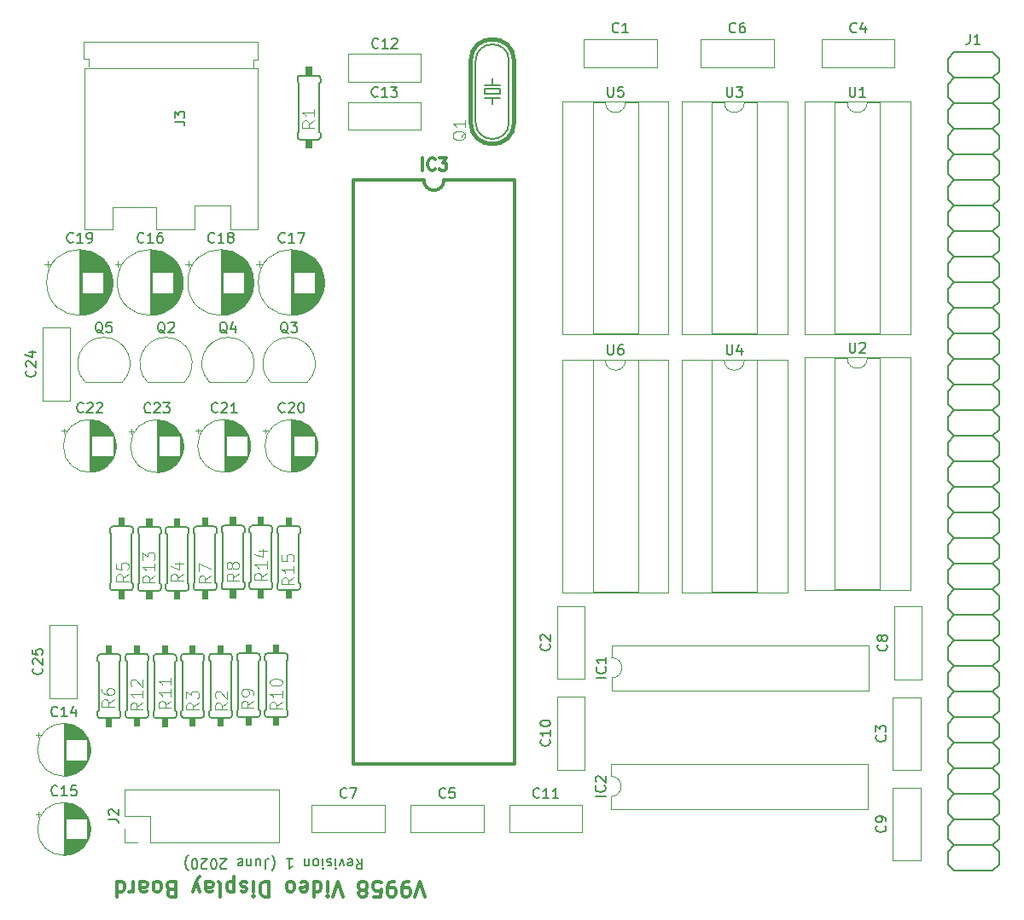
<source format=gbr>
G04 #@! TF.GenerationSoftware,KiCad,Pcbnew,(5.1.5-0-10_14)*
G04 #@! TF.CreationDate,2020-05-23T17:47:01+01:00*
G04 #@! TF.ProjectId,v9958video,76393935-3876-4696-9465-6f2e6b696361,rev?*
G04 #@! TF.SameCoordinates,Original*
G04 #@! TF.FileFunction,Legend,Top*
G04 #@! TF.FilePolarity,Positive*
%FSLAX46Y46*%
G04 Gerber Fmt 4.6, Leading zero omitted, Abs format (unit mm)*
G04 Created by KiCad (PCBNEW (5.1.5-0-10_14)) date 2020-05-23 17:47:01*
%MOMM*%
%LPD*%
G04 APERTURE LIST*
%ADD10C,0.150000*%
%ADD11C,0.300000*%
%ADD12C,0.120000*%
%ADD13C,0.152400*%
%ADD14C,0.100000*%
%ADD15C,0.406400*%
%ADD16C,0.120650*%
G04 APERTURE END LIST*
D10*
X143700476Y-113997619D02*
X144033809Y-114473809D01*
X144271904Y-113997619D02*
X144271904Y-114997619D01*
X143890952Y-114997619D01*
X143795714Y-114950000D01*
X143748095Y-114902380D01*
X143700476Y-114807142D01*
X143700476Y-114664285D01*
X143748095Y-114569047D01*
X143795714Y-114521428D01*
X143890952Y-114473809D01*
X144271904Y-114473809D01*
X142890952Y-114045238D02*
X142986190Y-113997619D01*
X143176666Y-113997619D01*
X143271904Y-114045238D01*
X143319523Y-114140476D01*
X143319523Y-114521428D01*
X143271904Y-114616666D01*
X143176666Y-114664285D01*
X142986190Y-114664285D01*
X142890952Y-114616666D01*
X142843333Y-114521428D01*
X142843333Y-114426190D01*
X143319523Y-114330952D01*
X142510000Y-114664285D02*
X142271904Y-113997619D01*
X142033809Y-114664285D01*
X141652857Y-113997619D02*
X141652857Y-114664285D01*
X141652857Y-114997619D02*
X141700476Y-114950000D01*
X141652857Y-114902380D01*
X141605238Y-114950000D01*
X141652857Y-114997619D01*
X141652857Y-114902380D01*
X141224285Y-114045238D02*
X141129047Y-113997619D01*
X140938571Y-113997619D01*
X140843333Y-114045238D01*
X140795714Y-114140476D01*
X140795714Y-114188095D01*
X140843333Y-114283333D01*
X140938571Y-114330952D01*
X141081428Y-114330952D01*
X141176666Y-114378571D01*
X141224285Y-114473809D01*
X141224285Y-114521428D01*
X141176666Y-114616666D01*
X141081428Y-114664285D01*
X140938571Y-114664285D01*
X140843333Y-114616666D01*
X140367142Y-113997619D02*
X140367142Y-114664285D01*
X140367142Y-114997619D02*
X140414761Y-114950000D01*
X140367142Y-114902380D01*
X140319523Y-114950000D01*
X140367142Y-114997619D01*
X140367142Y-114902380D01*
X139748095Y-113997619D02*
X139843333Y-114045238D01*
X139890952Y-114092857D01*
X139938571Y-114188095D01*
X139938571Y-114473809D01*
X139890952Y-114569047D01*
X139843333Y-114616666D01*
X139748095Y-114664285D01*
X139605238Y-114664285D01*
X139510000Y-114616666D01*
X139462380Y-114569047D01*
X139414761Y-114473809D01*
X139414761Y-114188095D01*
X139462380Y-114092857D01*
X139510000Y-114045238D01*
X139605238Y-113997619D01*
X139748095Y-113997619D01*
X138986190Y-114664285D02*
X138986190Y-113997619D01*
X138986190Y-114569047D02*
X138938571Y-114616666D01*
X138843333Y-114664285D01*
X138700476Y-114664285D01*
X138605238Y-114616666D01*
X138557619Y-114521428D01*
X138557619Y-113997619D01*
X136795714Y-113997619D02*
X137367142Y-113997619D01*
X137081428Y-113997619D02*
X137081428Y-114997619D01*
X137176666Y-114854761D01*
X137271904Y-114759523D01*
X137367142Y-114711904D01*
X135319523Y-113616666D02*
X135367142Y-113664285D01*
X135462380Y-113807142D01*
X135510000Y-113902380D01*
X135557619Y-114045238D01*
X135605238Y-114283333D01*
X135605238Y-114473809D01*
X135557619Y-114711904D01*
X135510000Y-114854761D01*
X135462380Y-114950000D01*
X135367142Y-115092857D01*
X135319523Y-115140476D01*
X134652857Y-114997619D02*
X134652857Y-114283333D01*
X134700476Y-114140476D01*
X134795714Y-114045238D01*
X134938571Y-113997619D01*
X135033809Y-113997619D01*
X133748095Y-114664285D02*
X133748095Y-113997619D01*
X134176666Y-114664285D02*
X134176666Y-114140476D01*
X134129047Y-114045238D01*
X134033809Y-113997619D01*
X133890952Y-113997619D01*
X133795714Y-114045238D01*
X133748095Y-114092857D01*
X133271904Y-114664285D02*
X133271904Y-113997619D01*
X133271904Y-114569047D02*
X133224285Y-114616666D01*
X133129047Y-114664285D01*
X132986190Y-114664285D01*
X132890952Y-114616666D01*
X132843333Y-114521428D01*
X132843333Y-113997619D01*
X131986190Y-114045238D02*
X132081428Y-113997619D01*
X132271904Y-113997619D01*
X132367142Y-114045238D01*
X132414761Y-114140476D01*
X132414761Y-114521428D01*
X132367142Y-114616666D01*
X132271904Y-114664285D01*
X132081428Y-114664285D01*
X131986190Y-114616666D01*
X131938571Y-114521428D01*
X131938571Y-114426190D01*
X132414761Y-114330952D01*
X130795714Y-114902380D02*
X130748095Y-114950000D01*
X130652857Y-114997619D01*
X130414761Y-114997619D01*
X130319523Y-114950000D01*
X130271904Y-114902380D01*
X130224285Y-114807142D01*
X130224285Y-114711904D01*
X130271904Y-114569047D01*
X130843333Y-113997619D01*
X130224285Y-113997619D01*
X129605238Y-114997619D02*
X129510000Y-114997619D01*
X129414761Y-114950000D01*
X129367142Y-114902380D01*
X129319523Y-114807142D01*
X129271904Y-114616666D01*
X129271904Y-114378571D01*
X129319523Y-114188095D01*
X129367142Y-114092857D01*
X129414761Y-114045238D01*
X129510000Y-113997619D01*
X129605238Y-113997619D01*
X129700476Y-114045238D01*
X129748095Y-114092857D01*
X129795714Y-114188095D01*
X129843333Y-114378571D01*
X129843333Y-114616666D01*
X129795714Y-114807142D01*
X129748095Y-114902380D01*
X129700476Y-114950000D01*
X129605238Y-114997619D01*
X128890952Y-114902380D02*
X128843333Y-114950000D01*
X128748095Y-114997619D01*
X128510000Y-114997619D01*
X128414761Y-114950000D01*
X128367142Y-114902380D01*
X128319523Y-114807142D01*
X128319523Y-114711904D01*
X128367142Y-114569047D01*
X128938571Y-113997619D01*
X128319523Y-113997619D01*
X127700476Y-114997619D02*
X127605238Y-114997619D01*
X127510000Y-114950000D01*
X127462380Y-114902380D01*
X127414761Y-114807142D01*
X127367142Y-114616666D01*
X127367142Y-114378571D01*
X127414761Y-114188095D01*
X127462380Y-114092857D01*
X127510000Y-114045238D01*
X127605238Y-113997619D01*
X127700476Y-113997619D01*
X127795714Y-114045238D01*
X127843333Y-114092857D01*
X127890952Y-114188095D01*
X127938571Y-114378571D01*
X127938571Y-114616666D01*
X127890952Y-114807142D01*
X127843333Y-114902380D01*
X127795714Y-114950000D01*
X127700476Y-114997619D01*
X127033809Y-113616666D02*
X126986190Y-113664285D01*
X126890952Y-113807142D01*
X126843333Y-113902380D01*
X126795714Y-114045238D01*
X126748095Y-114283333D01*
X126748095Y-114473809D01*
X126795714Y-114711904D01*
X126843333Y-114854761D01*
X126890952Y-114950000D01*
X126986190Y-115092857D01*
X127033809Y-115140476D01*
D11*
X150488571Y-117731428D02*
X149988571Y-116231428D01*
X149488571Y-117731428D01*
X148917142Y-116231428D02*
X148631428Y-116231428D01*
X148488571Y-116302857D01*
X148417142Y-116374285D01*
X148274285Y-116588571D01*
X148202857Y-116874285D01*
X148202857Y-117445714D01*
X148274285Y-117588571D01*
X148345714Y-117660000D01*
X148488571Y-117731428D01*
X148774285Y-117731428D01*
X148917142Y-117660000D01*
X148988571Y-117588571D01*
X149060000Y-117445714D01*
X149060000Y-117088571D01*
X148988571Y-116945714D01*
X148917142Y-116874285D01*
X148774285Y-116802857D01*
X148488571Y-116802857D01*
X148345714Y-116874285D01*
X148274285Y-116945714D01*
X148202857Y-117088571D01*
X147488571Y-116231428D02*
X147202857Y-116231428D01*
X147060000Y-116302857D01*
X146988571Y-116374285D01*
X146845714Y-116588571D01*
X146774285Y-116874285D01*
X146774285Y-117445714D01*
X146845714Y-117588571D01*
X146917142Y-117660000D01*
X147060000Y-117731428D01*
X147345714Y-117731428D01*
X147488571Y-117660000D01*
X147560000Y-117588571D01*
X147631428Y-117445714D01*
X147631428Y-117088571D01*
X147560000Y-116945714D01*
X147488571Y-116874285D01*
X147345714Y-116802857D01*
X147060000Y-116802857D01*
X146917142Y-116874285D01*
X146845714Y-116945714D01*
X146774285Y-117088571D01*
X145417142Y-117731428D02*
X146131428Y-117731428D01*
X146202857Y-117017142D01*
X146131428Y-117088571D01*
X145988571Y-117160000D01*
X145631428Y-117160000D01*
X145488571Y-117088571D01*
X145417142Y-117017142D01*
X145345714Y-116874285D01*
X145345714Y-116517142D01*
X145417142Y-116374285D01*
X145488571Y-116302857D01*
X145631428Y-116231428D01*
X145988571Y-116231428D01*
X146131428Y-116302857D01*
X146202857Y-116374285D01*
X144488571Y-117088571D02*
X144631428Y-117160000D01*
X144702857Y-117231428D01*
X144774285Y-117374285D01*
X144774285Y-117445714D01*
X144702857Y-117588571D01*
X144631428Y-117660000D01*
X144488571Y-117731428D01*
X144202857Y-117731428D01*
X144060000Y-117660000D01*
X143988571Y-117588571D01*
X143917142Y-117445714D01*
X143917142Y-117374285D01*
X143988571Y-117231428D01*
X144060000Y-117160000D01*
X144202857Y-117088571D01*
X144488571Y-117088571D01*
X144631428Y-117017142D01*
X144702857Y-116945714D01*
X144774285Y-116802857D01*
X144774285Y-116517142D01*
X144702857Y-116374285D01*
X144631428Y-116302857D01*
X144488571Y-116231428D01*
X144202857Y-116231428D01*
X144060000Y-116302857D01*
X143988571Y-116374285D01*
X143917142Y-116517142D01*
X143917142Y-116802857D01*
X143988571Y-116945714D01*
X144060000Y-117017142D01*
X144202857Y-117088571D01*
X142345714Y-117731428D02*
X141845714Y-116231428D01*
X141345714Y-117731428D01*
X140845714Y-116231428D02*
X140845714Y-117231428D01*
X140845714Y-117731428D02*
X140917142Y-117660000D01*
X140845714Y-117588571D01*
X140774285Y-117660000D01*
X140845714Y-117731428D01*
X140845714Y-117588571D01*
X139488571Y-116231428D02*
X139488571Y-117731428D01*
X139488571Y-116302857D02*
X139631428Y-116231428D01*
X139917142Y-116231428D01*
X140060000Y-116302857D01*
X140131428Y-116374285D01*
X140202857Y-116517142D01*
X140202857Y-116945714D01*
X140131428Y-117088571D01*
X140060000Y-117160000D01*
X139917142Y-117231428D01*
X139631428Y-117231428D01*
X139488571Y-117160000D01*
X138202857Y-116302857D02*
X138345714Y-116231428D01*
X138631428Y-116231428D01*
X138774285Y-116302857D01*
X138845714Y-116445714D01*
X138845714Y-117017142D01*
X138774285Y-117160000D01*
X138631428Y-117231428D01*
X138345714Y-117231428D01*
X138202857Y-117160000D01*
X138131428Y-117017142D01*
X138131428Y-116874285D01*
X138845714Y-116731428D01*
X137274285Y-116231428D02*
X137417142Y-116302857D01*
X137488571Y-116374285D01*
X137560000Y-116517142D01*
X137560000Y-116945714D01*
X137488571Y-117088571D01*
X137417142Y-117160000D01*
X137274285Y-117231428D01*
X137060000Y-117231428D01*
X136917142Y-117160000D01*
X136845714Y-117088571D01*
X136774285Y-116945714D01*
X136774285Y-116517142D01*
X136845714Y-116374285D01*
X136917142Y-116302857D01*
X137060000Y-116231428D01*
X137274285Y-116231428D01*
X134988571Y-116231428D02*
X134988571Y-117731428D01*
X134631428Y-117731428D01*
X134417142Y-117660000D01*
X134274285Y-117517142D01*
X134202857Y-117374285D01*
X134131428Y-117088571D01*
X134131428Y-116874285D01*
X134202857Y-116588571D01*
X134274285Y-116445714D01*
X134417142Y-116302857D01*
X134631428Y-116231428D01*
X134988571Y-116231428D01*
X133488571Y-116231428D02*
X133488571Y-117231428D01*
X133488571Y-117731428D02*
X133560000Y-117660000D01*
X133488571Y-117588571D01*
X133417142Y-117660000D01*
X133488571Y-117731428D01*
X133488571Y-117588571D01*
X132845714Y-116302857D02*
X132702857Y-116231428D01*
X132417142Y-116231428D01*
X132274285Y-116302857D01*
X132202857Y-116445714D01*
X132202857Y-116517142D01*
X132274285Y-116660000D01*
X132417142Y-116731428D01*
X132631428Y-116731428D01*
X132774285Y-116802857D01*
X132845714Y-116945714D01*
X132845714Y-117017142D01*
X132774285Y-117160000D01*
X132631428Y-117231428D01*
X132417142Y-117231428D01*
X132274285Y-117160000D01*
X131560000Y-117231428D02*
X131560000Y-115731428D01*
X131560000Y-117160000D02*
X131417142Y-117231428D01*
X131131428Y-117231428D01*
X130988571Y-117160000D01*
X130917142Y-117088571D01*
X130845714Y-116945714D01*
X130845714Y-116517142D01*
X130917142Y-116374285D01*
X130988571Y-116302857D01*
X131131428Y-116231428D01*
X131417142Y-116231428D01*
X131560000Y-116302857D01*
X129988571Y-116231428D02*
X130131428Y-116302857D01*
X130202857Y-116445714D01*
X130202857Y-117731428D01*
X128774285Y-116231428D02*
X128774285Y-117017142D01*
X128845714Y-117160000D01*
X128988571Y-117231428D01*
X129274285Y-117231428D01*
X129417142Y-117160000D01*
X128774285Y-116302857D02*
X128917142Y-116231428D01*
X129274285Y-116231428D01*
X129417142Y-116302857D01*
X129488571Y-116445714D01*
X129488571Y-116588571D01*
X129417142Y-116731428D01*
X129274285Y-116802857D01*
X128917142Y-116802857D01*
X128774285Y-116874285D01*
X128202857Y-117231428D02*
X127845714Y-116231428D01*
X127488571Y-117231428D02*
X127845714Y-116231428D01*
X127988571Y-115874285D01*
X128060000Y-115802857D01*
X128202857Y-115731428D01*
X125274285Y-117017142D02*
X125060000Y-116945714D01*
X124988571Y-116874285D01*
X124917142Y-116731428D01*
X124917142Y-116517142D01*
X124988571Y-116374285D01*
X125060000Y-116302857D01*
X125202857Y-116231428D01*
X125774285Y-116231428D01*
X125774285Y-117731428D01*
X125274285Y-117731428D01*
X125131428Y-117660000D01*
X125060000Y-117588571D01*
X124988571Y-117445714D01*
X124988571Y-117302857D01*
X125060000Y-117160000D01*
X125131428Y-117088571D01*
X125274285Y-117017142D01*
X125774285Y-117017142D01*
X124060000Y-116231428D02*
X124202857Y-116302857D01*
X124274285Y-116374285D01*
X124345714Y-116517142D01*
X124345714Y-116945714D01*
X124274285Y-117088571D01*
X124202857Y-117160000D01*
X124060000Y-117231428D01*
X123845714Y-117231428D01*
X123702857Y-117160000D01*
X123631428Y-117088571D01*
X123560000Y-116945714D01*
X123560000Y-116517142D01*
X123631428Y-116374285D01*
X123702857Y-116302857D01*
X123845714Y-116231428D01*
X124060000Y-116231428D01*
X122274285Y-116231428D02*
X122274285Y-117017142D01*
X122345714Y-117160000D01*
X122488571Y-117231428D01*
X122774285Y-117231428D01*
X122917142Y-117160000D01*
X122274285Y-116302857D02*
X122417142Y-116231428D01*
X122774285Y-116231428D01*
X122917142Y-116302857D01*
X122988571Y-116445714D01*
X122988571Y-116588571D01*
X122917142Y-116731428D01*
X122774285Y-116802857D01*
X122417142Y-116802857D01*
X122274285Y-116874285D01*
X121560000Y-116231428D02*
X121560000Y-117231428D01*
X121560000Y-116945714D02*
X121488571Y-117088571D01*
X121417142Y-117160000D01*
X121274285Y-117231428D01*
X121131428Y-117231428D01*
X119988571Y-116231428D02*
X119988571Y-117731428D01*
X119988571Y-116302857D02*
X120131428Y-116231428D01*
X120417142Y-116231428D01*
X120560000Y-116302857D01*
X120631428Y-116374285D01*
X120702857Y-116517142D01*
X120702857Y-116945714D01*
X120631428Y-117088571D01*
X120560000Y-117160000D01*
X120417142Y-117231428D01*
X120131428Y-117231428D01*
X119988571Y-117160000D01*
D12*
X113240000Y-90780000D02*
X115980000Y-90780000D01*
X113240000Y-98020000D02*
X115980000Y-98020000D01*
X115980000Y-98020000D02*
X115980000Y-90780000D01*
X113240000Y-98020000D02*
X113240000Y-90780000D01*
X112570000Y-61230000D02*
X115310000Y-61230000D01*
X112570000Y-68470000D02*
X115310000Y-68470000D01*
X115310000Y-68470000D02*
X115310000Y-61230000D01*
X112570000Y-68470000D02*
X112570000Y-61230000D01*
X112135225Y-109285000D02*
X112135225Y-109785000D01*
X111885225Y-109535000D02*
X112385225Y-109535000D01*
X117291000Y-110726000D02*
X117291000Y-111294000D01*
X117251000Y-110492000D02*
X117251000Y-111528000D01*
X117211000Y-110333000D02*
X117211000Y-111687000D01*
X117171000Y-110205000D02*
X117171000Y-111815000D01*
X117131000Y-110095000D02*
X117131000Y-111925000D01*
X117091000Y-109999000D02*
X117091000Y-112021000D01*
X117051000Y-109912000D02*
X117051000Y-112108000D01*
X117011000Y-109832000D02*
X117011000Y-112188000D01*
X116971000Y-112050000D02*
X116971000Y-112261000D01*
X116971000Y-109759000D02*
X116971000Y-109970000D01*
X116931000Y-112050000D02*
X116931000Y-112329000D01*
X116931000Y-109691000D02*
X116931000Y-109970000D01*
X116891000Y-112050000D02*
X116891000Y-112393000D01*
X116891000Y-109627000D02*
X116891000Y-109970000D01*
X116851000Y-112050000D02*
X116851000Y-112453000D01*
X116851000Y-109567000D02*
X116851000Y-109970000D01*
X116811000Y-112050000D02*
X116811000Y-112510000D01*
X116811000Y-109510000D02*
X116811000Y-109970000D01*
X116771000Y-112050000D02*
X116771000Y-112564000D01*
X116771000Y-109456000D02*
X116771000Y-109970000D01*
X116731000Y-112050000D02*
X116731000Y-112615000D01*
X116731000Y-109405000D02*
X116731000Y-109970000D01*
X116691000Y-112050000D02*
X116691000Y-112663000D01*
X116691000Y-109357000D02*
X116691000Y-109970000D01*
X116651000Y-112050000D02*
X116651000Y-112709000D01*
X116651000Y-109311000D02*
X116651000Y-109970000D01*
X116611000Y-112050000D02*
X116611000Y-112753000D01*
X116611000Y-109267000D02*
X116611000Y-109970000D01*
X116571000Y-112050000D02*
X116571000Y-112795000D01*
X116571000Y-109225000D02*
X116571000Y-109970000D01*
X116531000Y-112050000D02*
X116531000Y-112836000D01*
X116531000Y-109184000D02*
X116531000Y-109970000D01*
X116491000Y-112050000D02*
X116491000Y-112874000D01*
X116491000Y-109146000D02*
X116491000Y-109970000D01*
X116451000Y-112050000D02*
X116451000Y-112911000D01*
X116451000Y-109109000D02*
X116451000Y-109970000D01*
X116411000Y-112050000D02*
X116411000Y-112947000D01*
X116411000Y-109073000D02*
X116411000Y-109970000D01*
X116371000Y-112050000D02*
X116371000Y-112981000D01*
X116371000Y-109039000D02*
X116371000Y-109970000D01*
X116331000Y-112050000D02*
X116331000Y-113014000D01*
X116331000Y-109006000D02*
X116331000Y-109970000D01*
X116291000Y-112050000D02*
X116291000Y-113045000D01*
X116291000Y-108975000D02*
X116291000Y-109970000D01*
X116251000Y-112050000D02*
X116251000Y-113075000D01*
X116251000Y-108945000D02*
X116251000Y-109970000D01*
X116211000Y-112050000D02*
X116211000Y-113105000D01*
X116211000Y-108915000D02*
X116211000Y-109970000D01*
X116171000Y-112050000D02*
X116171000Y-113132000D01*
X116171000Y-108888000D02*
X116171000Y-109970000D01*
X116131000Y-112050000D02*
X116131000Y-113159000D01*
X116131000Y-108861000D02*
X116131000Y-109970000D01*
X116091000Y-112050000D02*
X116091000Y-113185000D01*
X116091000Y-108835000D02*
X116091000Y-109970000D01*
X116051000Y-112050000D02*
X116051000Y-113210000D01*
X116051000Y-108810000D02*
X116051000Y-109970000D01*
X116011000Y-112050000D02*
X116011000Y-113234000D01*
X116011000Y-108786000D02*
X116011000Y-109970000D01*
X115971000Y-112050000D02*
X115971000Y-113257000D01*
X115971000Y-108763000D02*
X115971000Y-109970000D01*
X115931000Y-112050000D02*
X115931000Y-113278000D01*
X115931000Y-108742000D02*
X115931000Y-109970000D01*
X115891000Y-112050000D02*
X115891000Y-113300000D01*
X115891000Y-108720000D02*
X115891000Y-109970000D01*
X115851000Y-112050000D02*
X115851000Y-113320000D01*
X115851000Y-108700000D02*
X115851000Y-109970000D01*
X115811000Y-112050000D02*
X115811000Y-113339000D01*
X115811000Y-108681000D02*
X115811000Y-109970000D01*
X115771000Y-112050000D02*
X115771000Y-113358000D01*
X115771000Y-108662000D02*
X115771000Y-109970000D01*
X115731000Y-112050000D02*
X115731000Y-113375000D01*
X115731000Y-108645000D02*
X115731000Y-109970000D01*
X115691000Y-112050000D02*
X115691000Y-113392000D01*
X115691000Y-108628000D02*
X115691000Y-109970000D01*
X115651000Y-112050000D02*
X115651000Y-113408000D01*
X115651000Y-108612000D02*
X115651000Y-109970000D01*
X115611000Y-112050000D02*
X115611000Y-113424000D01*
X115611000Y-108596000D02*
X115611000Y-109970000D01*
X115571000Y-112050000D02*
X115571000Y-113438000D01*
X115571000Y-108582000D02*
X115571000Y-109970000D01*
X115531000Y-112050000D02*
X115531000Y-113452000D01*
X115531000Y-108568000D02*
X115531000Y-109970000D01*
X115491000Y-112050000D02*
X115491000Y-113465000D01*
X115491000Y-108555000D02*
X115491000Y-109970000D01*
X115451000Y-112050000D02*
X115451000Y-113478000D01*
X115451000Y-108542000D02*
X115451000Y-109970000D01*
X115411000Y-112050000D02*
X115411000Y-113490000D01*
X115411000Y-108530000D02*
X115411000Y-109970000D01*
X115370000Y-112050000D02*
X115370000Y-113501000D01*
X115370000Y-108519000D02*
X115370000Y-109970000D01*
X115330000Y-112050000D02*
X115330000Y-113511000D01*
X115330000Y-108509000D02*
X115330000Y-109970000D01*
X115290000Y-112050000D02*
X115290000Y-113521000D01*
X115290000Y-108499000D02*
X115290000Y-109970000D01*
X115250000Y-112050000D02*
X115250000Y-113530000D01*
X115250000Y-108490000D02*
X115250000Y-109970000D01*
X115210000Y-112050000D02*
X115210000Y-113538000D01*
X115210000Y-108482000D02*
X115210000Y-109970000D01*
X115170000Y-112050000D02*
X115170000Y-113546000D01*
X115170000Y-108474000D02*
X115170000Y-109970000D01*
X115130000Y-112050000D02*
X115130000Y-113553000D01*
X115130000Y-108467000D02*
X115130000Y-109970000D01*
X115090000Y-112050000D02*
X115090000Y-113560000D01*
X115090000Y-108460000D02*
X115090000Y-109970000D01*
X115050000Y-112050000D02*
X115050000Y-113566000D01*
X115050000Y-108454000D02*
X115050000Y-109970000D01*
X115010000Y-112050000D02*
X115010000Y-113571000D01*
X115010000Y-108449000D02*
X115010000Y-109970000D01*
X114970000Y-112050000D02*
X114970000Y-113575000D01*
X114970000Y-108445000D02*
X114970000Y-109970000D01*
X114930000Y-112050000D02*
X114930000Y-113579000D01*
X114930000Y-108441000D02*
X114930000Y-109970000D01*
X114890000Y-108437000D02*
X114890000Y-113583000D01*
X114850000Y-108434000D02*
X114850000Y-113586000D01*
X114810000Y-108432000D02*
X114810000Y-113588000D01*
X114770000Y-108431000D02*
X114770000Y-113589000D01*
X114730000Y-108430000D02*
X114730000Y-113590000D01*
X114690000Y-108430000D02*
X114690000Y-113590000D01*
X117310000Y-111010000D02*
G75*
G03X117310000Y-111010000I-2620000J0D01*
G01*
X112135225Y-101425000D02*
X112135225Y-101925000D01*
X111885225Y-101675000D02*
X112385225Y-101675000D01*
X117291000Y-102866000D02*
X117291000Y-103434000D01*
X117251000Y-102632000D02*
X117251000Y-103668000D01*
X117211000Y-102473000D02*
X117211000Y-103827000D01*
X117171000Y-102345000D02*
X117171000Y-103955000D01*
X117131000Y-102235000D02*
X117131000Y-104065000D01*
X117091000Y-102139000D02*
X117091000Y-104161000D01*
X117051000Y-102052000D02*
X117051000Y-104248000D01*
X117011000Y-101972000D02*
X117011000Y-104328000D01*
X116971000Y-104190000D02*
X116971000Y-104401000D01*
X116971000Y-101899000D02*
X116971000Y-102110000D01*
X116931000Y-104190000D02*
X116931000Y-104469000D01*
X116931000Y-101831000D02*
X116931000Y-102110000D01*
X116891000Y-104190000D02*
X116891000Y-104533000D01*
X116891000Y-101767000D02*
X116891000Y-102110000D01*
X116851000Y-104190000D02*
X116851000Y-104593000D01*
X116851000Y-101707000D02*
X116851000Y-102110000D01*
X116811000Y-104190000D02*
X116811000Y-104650000D01*
X116811000Y-101650000D02*
X116811000Y-102110000D01*
X116771000Y-104190000D02*
X116771000Y-104704000D01*
X116771000Y-101596000D02*
X116771000Y-102110000D01*
X116731000Y-104190000D02*
X116731000Y-104755000D01*
X116731000Y-101545000D02*
X116731000Y-102110000D01*
X116691000Y-104190000D02*
X116691000Y-104803000D01*
X116691000Y-101497000D02*
X116691000Y-102110000D01*
X116651000Y-104190000D02*
X116651000Y-104849000D01*
X116651000Y-101451000D02*
X116651000Y-102110000D01*
X116611000Y-104190000D02*
X116611000Y-104893000D01*
X116611000Y-101407000D02*
X116611000Y-102110000D01*
X116571000Y-104190000D02*
X116571000Y-104935000D01*
X116571000Y-101365000D02*
X116571000Y-102110000D01*
X116531000Y-104190000D02*
X116531000Y-104976000D01*
X116531000Y-101324000D02*
X116531000Y-102110000D01*
X116491000Y-104190000D02*
X116491000Y-105014000D01*
X116491000Y-101286000D02*
X116491000Y-102110000D01*
X116451000Y-104190000D02*
X116451000Y-105051000D01*
X116451000Y-101249000D02*
X116451000Y-102110000D01*
X116411000Y-104190000D02*
X116411000Y-105087000D01*
X116411000Y-101213000D02*
X116411000Y-102110000D01*
X116371000Y-104190000D02*
X116371000Y-105121000D01*
X116371000Y-101179000D02*
X116371000Y-102110000D01*
X116331000Y-104190000D02*
X116331000Y-105154000D01*
X116331000Y-101146000D02*
X116331000Y-102110000D01*
X116291000Y-104190000D02*
X116291000Y-105185000D01*
X116291000Y-101115000D02*
X116291000Y-102110000D01*
X116251000Y-104190000D02*
X116251000Y-105215000D01*
X116251000Y-101085000D02*
X116251000Y-102110000D01*
X116211000Y-104190000D02*
X116211000Y-105245000D01*
X116211000Y-101055000D02*
X116211000Y-102110000D01*
X116171000Y-104190000D02*
X116171000Y-105272000D01*
X116171000Y-101028000D02*
X116171000Y-102110000D01*
X116131000Y-104190000D02*
X116131000Y-105299000D01*
X116131000Y-101001000D02*
X116131000Y-102110000D01*
X116091000Y-104190000D02*
X116091000Y-105325000D01*
X116091000Y-100975000D02*
X116091000Y-102110000D01*
X116051000Y-104190000D02*
X116051000Y-105350000D01*
X116051000Y-100950000D02*
X116051000Y-102110000D01*
X116011000Y-104190000D02*
X116011000Y-105374000D01*
X116011000Y-100926000D02*
X116011000Y-102110000D01*
X115971000Y-104190000D02*
X115971000Y-105397000D01*
X115971000Y-100903000D02*
X115971000Y-102110000D01*
X115931000Y-104190000D02*
X115931000Y-105418000D01*
X115931000Y-100882000D02*
X115931000Y-102110000D01*
X115891000Y-104190000D02*
X115891000Y-105440000D01*
X115891000Y-100860000D02*
X115891000Y-102110000D01*
X115851000Y-104190000D02*
X115851000Y-105460000D01*
X115851000Y-100840000D02*
X115851000Y-102110000D01*
X115811000Y-104190000D02*
X115811000Y-105479000D01*
X115811000Y-100821000D02*
X115811000Y-102110000D01*
X115771000Y-104190000D02*
X115771000Y-105498000D01*
X115771000Y-100802000D02*
X115771000Y-102110000D01*
X115731000Y-104190000D02*
X115731000Y-105515000D01*
X115731000Y-100785000D02*
X115731000Y-102110000D01*
X115691000Y-104190000D02*
X115691000Y-105532000D01*
X115691000Y-100768000D02*
X115691000Y-102110000D01*
X115651000Y-104190000D02*
X115651000Y-105548000D01*
X115651000Y-100752000D02*
X115651000Y-102110000D01*
X115611000Y-104190000D02*
X115611000Y-105564000D01*
X115611000Y-100736000D02*
X115611000Y-102110000D01*
X115571000Y-104190000D02*
X115571000Y-105578000D01*
X115571000Y-100722000D02*
X115571000Y-102110000D01*
X115531000Y-104190000D02*
X115531000Y-105592000D01*
X115531000Y-100708000D02*
X115531000Y-102110000D01*
X115491000Y-104190000D02*
X115491000Y-105605000D01*
X115491000Y-100695000D02*
X115491000Y-102110000D01*
X115451000Y-104190000D02*
X115451000Y-105618000D01*
X115451000Y-100682000D02*
X115451000Y-102110000D01*
X115411000Y-104190000D02*
X115411000Y-105630000D01*
X115411000Y-100670000D02*
X115411000Y-102110000D01*
X115370000Y-104190000D02*
X115370000Y-105641000D01*
X115370000Y-100659000D02*
X115370000Y-102110000D01*
X115330000Y-104190000D02*
X115330000Y-105651000D01*
X115330000Y-100649000D02*
X115330000Y-102110000D01*
X115290000Y-104190000D02*
X115290000Y-105661000D01*
X115290000Y-100639000D02*
X115290000Y-102110000D01*
X115250000Y-104190000D02*
X115250000Y-105670000D01*
X115250000Y-100630000D02*
X115250000Y-102110000D01*
X115210000Y-104190000D02*
X115210000Y-105678000D01*
X115210000Y-100622000D02*
X115210000Y-102110000D01*
X115170000Y-104190000D02*
X115170000Y-105686000D01*
X115170000Y-100614000D02*
X115170000Y-102110000D01*
X115130000Y-104190000D02*
X115130000Y-105693000D01*
X115130000Y-100607000D02*
X115130000Y-102110000D01*
X115090000Y-104190000D02*
X115090000Y-105700000D01*
X115090000Y-100600000D02*
X115090000Y-102110000D01*
X115050000Y-104190000D02*
X115050000Y-105706000D01*
X115050000Y-100594000D02*
X115050000Y-102110000D01*
X115010000Y-104190000D02*
X115010000Y-105711000D01*
X115010000Y-100589000D02*
X115010000Y-102110000D01*
X114970000Y-104190000D02*
X114970000Y-105715000D01*
X114970000Y-100585000D02*
X114970000Y-102110000D01*
X114930000Y-104190000D02*
X114930000Y-105719000D01*
X114930000Y-100581000D02*
X114930000Y-102110000D01*
X114890000Y-100577000D02*
X114890000Y-105723000D01*
X114850000Y-100574000D02*
X114850000Y-105726000D01*
X114810000Y-100572000D02*
X114810000Y-105728000D01*
X114770000Y-100571000D02*
X114770000Y-105729000D01*
X114730000Y-100570000D02*
X114730000Y-105730000D01*
X114690000Y-100570000D02*
X114690000Y-105730000D01*
X117310000Y-103150000D02*
G75*
G03X117310000Y-103150000I-2620000J0D01*
G01*
X120064759Y-54596000D02*
X120064759Y-55226000D01*
X119749759Y-54911000D02*
X120379759Y-54911000D01*
X126491000Y-56348000D02*
X126491000Y-57152000D01*
X126451000Y-56117000D02*
X126451000Y-57383000D01*
X126411000Y-55948000D02*
X126411000Y-57552000D01*
X126371000Y-55810000D02*
X126371000Y-57690000D01*
X126331000Y-55691000D02*
X126331000Y-57809000D01*
X126291000Y-55585000D02*
X126291000Y-57915000D01*
X126251000Y-55488000D02*
X126251000Y-58012000D01*
X126211000Y-55400000D02*
X126211000Y-58100000D01*
X126171000Y-55318000D02*
X126171000Y-58182000D01*
X126131000Y-55241000D02*
X126131000Y-58259000D01*
X126091000Y-55169000D02*
X126091000Y-58331000D01*
X126051000Y-55100000D02*
X126051000Y-58400000D01*
X126011000Y-55036000D02*
X126011000Y-58464000D01*
X125971000Y-54974000D02*
X125971000Y-58526000D01*
X125931000Y-54916000D02*
X125931000Y-58584000D01*
X125891000Y-54860000D02*
X125891000Y-58640000D01*
X125851000Y-54806000D02*
X125851000Y-58694000D01*
X125811000Y-54755000D02*
X125811000Y-58745000D01*
X125771000Y-54706000D02*
X125771000Y-58794000D01*
X125731000Y-54658000D02*
X125731000Y-58842000D01*
X125691000Y-54613000D02*
X125691000Y-58887000D01*
X125651000Y-54568000D02*
X125651000Y-58932000D01*
X125611000Y-54526000D02*
X125611000Y-58974000D01*
X125571000Y-54485000D02*
X125571000Y-59015000D01*
X125531000Y-57790000D02*
X125531000Y-59055000D01*
X125531000Y-54445000D02*
X125531000Y-55710000D01*
X125491000Y-57790000D02*
X125491000Y-59093000D01*
X125491000Y-54407000D02*
X125491000Y-55710000D01*
X125451000Y-57790000D02*
X125451000Y-59130000D01*
X125451000Y-54370000D02*
X125451000Y-55710000D01*
X125411000Y-57790000D02*
X125411000Y-59166000D01*
X125411000Y-54334000D02*
X125411000Y-55710000D01*
X125371000Y-57790000D02*
X125371000Y-59200000D01*
X125371000Y-54300000D02*
X125371000Y-55710000D01*
X125331000Y-57790000D02*
X125331000Y-59234000D01*
X125331000Y-54266000D02*
X125331000Y-55710000D01*
X125291000Y-57790000D02*
X125291000Y-59266000D01*
X125291000Y-54234000D02*
X125291000Y-55710000D01*
X125251000Y-57790000D02*
X125251000Y-59298000D01*
X125251000Y-54202000D02*
X125251000Y-55710000D01*
X125211000Y-57790000D02*
X125211000Y-59328000D01*
X125211000Y-54172000D02*
X125211000Y-55710000D01*
X125171000Y-57790000D02*
X125171000Y-59357000D01*
X125171000Y-54143000D02*
X125171000Y-55710000D01*
X125131000Y-57790000D02*
X125131000Y-59386000D01*
X125131000Y-54114000D02*
X125131000Y-55710000D01*
X125091000Y-57790000D02*
X125091000Y-59414000D01*
X125091000Y-54086000D02*
X125091000Y-55710000D01*
X125051000Y-57790000D02*
X125051000Y-59440000D01*
X125051000Y-54060000D02*
X125051000Y-55710000D01*
X125011000Y-57790000D02*
X125011000Y-59466000D01*
X125011000Y-54034000D02*
X125011000Y-55710000D01*
X124971000Y-57790000D02*
X124971000Y-59492000D01*
X124971000Y-54008000D02*
X124971000Y-55710000D01*
X124931000Y-57790000D02*
X124931000Y-59516000D01*
X124931000Y-53984000D02*
X124931000Y-55710000D01*
X124891000Y-57790000D02*
X124891000Y-59540000D01*
X124891000Y-53960000D02*
X124891000Y-55710000D01*
X124851000Y-57790000D02*
X124851000Y-59562000D01*
X124851000Y-53938000D02*
X124851000Y-55710000D01*
X124811000Y-57790000D02*
X124811000Y-59584000D01*
X124811000Y-53916000D02*
X124811000Y-55710000D01*
X124771000Y-57790000D02*
X124771000Y-59606000D01*
X124771000Y-53894000D02*
X124771000Y-55710000D01*
X124731000Y-57790000D02*
X124731000Y-59626000D01*
X124731000Y-53874000D02*
X124731000Y-55710000D01*
X124691000Y-57790000D02*
X124691000Y-59646000D01*
X124691000Y-53854000D02*
X124691000Y-55710000D01*
X124651000Y-57790000D02*
X124651000Y-59666000D01*
X124651000Y-53834000D02*
X124651000Y-55710000D01*
X124611000Y-57790000D02*
X124611000Y-59684000D01*
X124611000Y-53816000D02*
X124611000Y-55710000D01*
X124571000Y-57790000D02*
X124571000Y-59702000D01*
X124571000Y-53798000D02*
X124571000Y-55710000D01*
X124531000Y-57790000D02*
X124531000Y-59720000D01*
X124531000Y-53780000D02*
X124531000Y-55710000D01*
X124491000Y-57790000D02*
X124491000Y-59736000D01*
X124491000Y-53764000D02*
X124491000Y-55710000D01*
X124451000Y-57790000D02*
X124451000Y-59752000D01*
X124451000Y-53748000D02*
X124451000Y-55710000D01*
X124411000Y-57790000D02*
X124411000Y-59768000D01*
X124411000Y-53732000D02*
X124411000Y-55710000D01*
X124371000Y-57790000D02*
X124371000Y-59783000D01*
X124371000Y-53717000D02*
X124371000Y-55710000D01*
X124331000Y-57790000D02*
X124331000Y-59797000D01*
X124331000Y-53703000D02*
X124331000Y-55710000D01*
X124291000Y-57790000D02*
X124291000Y-59811000D01*
X124291000Y-53689000D02*
X124291000Y-55710000D01*
X124251000Y-57790000D02*
X124251000Y-59824000D01*
X124251000Y-53676000D02*
X124251000Y-55710000D01*
X124211000Y-57790000D02*
X124211000Y-59836000D01*
X124211000Y-53664000D02*
X124211000Y-55710000D01*
X124171000Y-57790000D02*
X124171000Y-59848000D01*
X124171000Y-53652000D02*
X124171000Y-55710000D01*
X124131000Y-57790000D02*
X124131000Y-59860000D01*
X124131000Y-53640000D02*
X124131000Y-55710000D01*
X124091000Y-57790000D02*
X124091000Y-59871000D01*
X124091000Y-53629000D02*
X124091000Y-55710000D01*
X124051000Y-57790000D02*
X124051000Y-59881000D01*
X124051000Y-53619000D02*
X124051000Y-55710000D01*
X124011000Y-57790000D02*
X124011000Y-59891000D01*
X124011000Y-53609000D02*
X124011000Y-55710000D01*
X123971000Y-57790000D02*
X123971000Y-59900000D01*
X123971000Y-53600000D02*
X123971000Y-55710000D01*
X123930000Y-57790000D02*
X123930000Y-59909000D01*
X123930000Y-53591000D02*
X123930000Y-55710000D01*
X123890000Y-57790000D02*
X123890000Y-59917000D01*
X123890000Y-53583000D02*
X123890000Y-55710000D01*
X123850000Y-57790000D02*
X123850000Y-59925000D01*
X123850000Y-53575000D02*
X123850000Y-55710000D01*
X123810000Y-57790000D02*
X123810000Y-59932000D01*
X123810000Y-53568000D02*
X123810000Y-55710000D01*
X123770000Y-57790000D02*
X123770000Y-59939000D01*
X123770000Y-53561000D02*
X123770000Y-55710000D01*
X123730000Y-57790000D02*
X123730000Y-59945000D01*
X123730000Y-53555000D02*
X123730000Y-55710000D01*
X123690000Y-57790000D02*
X123690000Y-59951000D01*
X123690000Y-53549000D02*
X123690000Y-55710000D01*
X123650000Y-57790000D02*
X123650000Y-59956000D01*
X123650000Y-53544000D02*
X123650000Y-55710000D01*
X123610000Y-57790000D02*
X123610000Y-59961000D01*
X123610000Y-53539000D02*
X123610000Y-55710000D01*
X123570000Y-57790000D02*
X123570000Y-59965000D01*
X123570000Y-53535000D02*
X123570000Y-55710000D01*
X123530000Y-57790000D02*
X123530000Y-59968000D01*
X123530000Y-53532000D02*
X123530000Y-55710000D01*
X123490000Y-57790000D02*
X123490000Y-59972000D01*
X123490000Y-53528000D02*
X123490000Y-55710000D01*
X123450000Y-53526000D02*
X123450000Y-59974000D01*
X123410000Y-53523000D02*
X123410000Y-59977000D01*
X123370000Y-53522000D02*
X123370000Y-59978000D01*
X123330000Y-53520000D02*
X123330000Y-59980000D01*
X123290000Y-53520000D02*
X123290000Y-59980000D01*
X123250000Y-53520000D02*
X123250000Y-59980000D01*
X126520000Y-56750000D02*
G75*
G03X126520000Y-56750000I-3270000J0D01*
G01*
X134695225Y-71250000D02*
X134695225Y-71750000D01*
X134445225Y-71500000D02*
X134945225Y-71500000D01*
X139851000Y-72691000D02*
X139851000Y-73259000D01*
X139811000Y-72457000D02*
X139811000Y-73493000D01*
X139771000Y-72298000D02*
X139771000Y-73652000D01*
X139731000Y-72170000D02*
X139731000Y-73780000D01*
X139691000Y-72060000D02*
X139691000Y-73890000D01*
X139651000Y-71964000D02*
X139651000Y-73986000D01*
X139611000Y-71877000D02*
X139611000Y-74073000D01*
X139571000Y-71797000D02*
X139571000Y-74153000D01*
X139531000Y-74015000D02*
X139531000Y-74226000D01*
X139531000Y-71724000D02*
X139531000Y-71935000D01*
X139491000Y-74015000D02*
X139491000Y-74294000D01*
X139491000Y-71656000D02*
X139491000Y-71935000D01*
X139451000Y-74015000D02*
X139451000Y-74358000D01*
X139451000Y-71592000D02*
X139451000Y-71935000D01*
X139411000Y-74015000D02*
X139411000Y-74418000D01*
X139411000Y-71532000D02*
X139411000Y-71935000D01*
X139371000Y-74015000D02*
X139371000Y-74475000D01*
X139371000Y-71475000D02*
X139371000Y-71935000D01*
X139331000Y-74015000D02*
X139331000Y-74529000D01*
X139331000Y-71421000D02*
X139331000Y-71935000D01*
X139291000Y-74015000D02*
X139291000Y-74580000D01*
X139291000Y-71370000D02*
X139291000Y-71935000D01*
X139251000Y-74015000D02*
X139251000Y-74628000D01*
X139251000Y-71322000D02*
X139251000Y-71935000D01*
X139211000Y-74015000D02*
X139211000Y-74674000D01*
X139211000Y-71276000D02*
X139211000Y-71935000D01*
X139171000Y-74015000D02*
X139171000Y-74718000D01*
X139171000Y-71232000D02*
X139171000Y-71935000D01*
X139131000Y-74015000D02*
X139131000Y-74760000D01*
X139131000Y-71190000D02*
X139131000Y-71935000D01*
X139091000Y-74015000D02*
X139091000Y-74801000D01*
X139091000Y-71149000D02*
X139091000Y-71935000D01*
X139051000Y-74015000D02*
X139051000Y-74839000D01*
X139051000Y-71111000D02*
X139051000Y-71935000D01*
X139011000Y-74015000D02*
X139011000Y-74876000D01*
X139011000Y-71074000D02*
X139011000Y-71935000D01*
X138971000Y-74015000D02*
X138971000Y-74912000D01*
X138971000Y-71038000D02*
X138971000Y-71935000D01*
X138931000Y-74015000D02*
X138931000Y-74946000D01*
X138931000Y-71004000D02*
X138931000Y-71935000D01*
X138891000Y-74015000D02*
X138891000Y-74979000D01*
X138891000Y-70971000D02*
X138891000Y-71935000D01*
X138851000Y-74015000D02*
X138851000Y-75010000D01*
X138851000Y-70940000D02*
X138851000Y-71935000D01*
X138811000Y-74015000D02*
X138811000Y-75040000D01*
X138811000Y-70910000D02*
X138811000Y-71935000D01*
X138771000Y-74015000D02*
X138771000Y-75070000D01*
X138771000Y-70880000D02*
X138771000Y-71935000D01*
X138731000Y-74015000D02*
X138731000Y-75097000D01*
X138731000Y-70853000D02*
X138731000Y-71935000D01*
X138691000Y-74015000D02*
X138691000Y-75124000D01*
X138691000Y-70826000D02*
X138691000Y-71935000D01*
X138651000Y-74015000D02*
X138651000Y-75150000D01*
X138651000Y-70800000D02*
X138651000Y-71935000D01*
X138611000Y-74015000D02*
X138611000Y-75175000D01*
X138611000Y-70775000D02*
X138611000Y-71935000D01*
X138571000Y-74015000D02*
X138571000Y-75199000D01*
X138571000Y-70751000D02*
X138571000Y-71935000D01*
X138531000Y-74015000D02*
X138531000Y-75222000D01*
X138531000Y-70728000D02*
X138531000Y-71935000D01*
X138491000Y-74015000D02*
X138491000Y-75243000D01*
X138491000Y-70707000D02*
X138491000Y-71935000D01*
X138451000Y-74015000D02*
X138451000Y-75265000D01*
X138451000Y-70685000D02*
X138451000Y-71935000D01*
X138411000Y-74015000D02*
X138411000Y-75285000D01*
X138411000Y-70665000D02*
X138411000Y-71935000D01*
X138371000Y-74015000D02*
X138371000Y-75304000D01*
X138371000Y-70646000D02*
X138371000Y-71935000D01*
X138331000Y-74015000D02*
X138331000Y-75323000D01*
X138331000Y-70627000D02*
X138331000Y-71935000D01*
X138291000Y-74015000D02*
X138291000Y-75340000D01*
X138291000Y-70610000D02*
X138291000Y-71935000D01*
X138251000Y-74015000D02*
X138251000Y-75357000D01*
X138251000Y-70593000D02*
X138251000Y-71935000D01*
X138211000Y-74015000D02*
X138211000Y-75373000D01*
X138211000Y-70577000D02*
X138211000Y-71935000D01*
X138171000Y-74015000D02*
X138171000Y-75389000D01*
X138171000Y-70561000D02*
X138171000Y-71935000D01*
X138131000Y-74015000D02*
X138131000Y-75403000D01*
X138131000Y-70547000D02*
X138131000Y-71935000D01*
X138091000Y-74015000D02*
X138091000Y-75417000D01*
X138091000Y-70533000D02*
X138091000Y-71935000D01*
X138051000Y-74015000D02*
X138051000Y-75430000D01*
X138051000Y-70520000D02*
X138051000Y-71935000D01*
X138011000Y-74015000D02*
X138011000Y-75443000D01*
X138011000Y-70507000D02*
X138011000Y-71935000D01*
X137971000Y-74015000D02*
X137971000Y-75455000D01*
X137971000Y-70495000D02*
X137971000Y-71935000D01*
X137930000Y-74015000D02*
X137930000Y-75466000D01*
X137930000Y-70484000D02*
X137930000Y-71935000D01*
X137890000Y-74015000D02*
X137890000Y-75476000D01*
X137890000Y-70474000D02*
X137890000Y-71935000D01*
X137850000Y-74015000D02*
X137850000Y-75486000D01*
X137850000Y-70464000D02*
X137850000Y-71935000D01*
X137810000Y-74015000D02*
X137810000Y-75495000D01*
X137810000Y-70455000D02*
X137810000Y-71935000D01*
X137770000Y-74015000D02*
X137770000Y-75503000D01*
X137770000Y-70447000D02*
X137770000Y-71935000D01*
X137730000Y-74015000D02*
X137730000Y-75511000D01*
X137730000Y-70439000D02*
X137730000Y-71935000D01*
X137690000Y-74015000D02*
X137690000Y-75518000D01*
X137690000Y-70432000D02*
X137690000Y-71935000D01*
X137650000Y-74015000D02*
X137650000Y-75525000D01*
X137650000Y-70425000D02*
X137650000Y-71935000D01*
X137610000Y-74015000D02*
X137610000Y-75531000D01*
X137610000Y-70419000D02*
X137610000Y-71935000D01*
X137570000Y-74015000D02*
X137570000Y-75536000D01*
X137570000Y-70414000D02*
X137570000Y-71935000D01*
X137530000Y-74015000D02*
X137530000Y-75540000D01*
X137530000Y-70410000D02*
X137530000Y-71935000D01*
X137490000Y-74015000D02*
X137490000Y-75544000D01*
X137490000Y-70406000D02*
X137490000Y-71935000D01*
X137450000Y-70402000D02*
X137450000Y-75548000D01*
X137410000Y-70399000D02*
X137410000Y-75551000D01*
X137370000Y-70397000D02*
X137370000Y-75553000D01*
X137330000Y-70396000D02*
X137330000Y-75554000D01*
X137290000Y-70395000D02*
X137290000Y-75555000D01*
X137250000Y-70395000D02*
X137250000Y-75555000D01*
X139870000Y-72975000D02*
G75*
G03X139870000Y-72975000I-2620000J0D01*
G01*
X138863478Y-66638478D02*
G75*
G03X137025000Y-62200000I-1838478J1838478D01*
G01*
X135186522Y-66638478D02*
G75*
G02X137025000Y-62200000I1838478J1838478D01*
G01*
X135225000Y-66650000D02*
X138825000Y-66650000D01*
X168970000Y-104540000D02*
X168970000Y-105790000D01*
X194490000Y-104540000D02*
X168970000Y-104540000D01*
X194490000Y-109040000D02*
X194490000Y-104540000D01*
X168970000Y-109040000D02*
X194490000Y-109040000D01*
X168970000Y-107790000D02*
X168970000Y-109040000D01*
X168970000Y-105790000D02*
G75*
G02X168970000Y-107790000I0J-1000000D01*
G01*
X114695225Y-71250000D02*
X114695225Y-71750000D01*
X114445225Y-71500000D02*
X114945225Y-71500000D01*
X119851000Y-72691000D02*
X119851000Y-73259000D01*
X119811000Y-72457000D02*
X119811000Y-73493000D01*
X119771000Y-72298000D02*
X119771000Y-73652000D01*
X119731000Y-72170000D02*
X119731000Y-73780000D01*
X119691000Y-72060000D02*
X119691000Y-73890000D01*
X119651000Y-71964000D02*
X119651000Y-73986000D01*
X119611000Y-71877000D02*
X119611000Y-74073000D01*
X119571000Y-71797000D02*
X119571000Y-74153000D01*
X119531000Y-74015000D02*
X119531000Y-74226000D01*
X119531000Y-71724000D02*
X119531000Y-71935000D01*
X119491000Y-74015000D02*
X119491000Y-74294000D01*
X119491000Y-71656000D02*
X119491000Y-71935000D01*
X119451000Y-74015000D02*
X119451000Y-74358000D01*
X119451000Y-71592000D02*
X119451000Y-71935000D01*
X119411000Y-74015000D02*
X119411000Y-74418000D01*
X119411000Y-71532000D02*
X119411000Y-71935000D01*
X119371000Y-74015000D02*
X119371000Y-74475000D01*
X119371000Y-71475000D02*
X119371000Y-71935000D01*
X119331000Y-74015000D02*
X119331000Y-74529000D01*
X119331000Y-71421000D02*
X119331000Y-71935000D01*
X119291000Y-74015000D02*
X119291000Y-74580000D01*
X119291000Y-71370000D02*
X119291000Y-71935000D01*
X119251000Y-74015000D02*
X119251000Y-74628000D01*
X119251000Y-71322000D02*
X119251000Y-71935000D01*
X119211000Y-74015000D02*
X119211000Y-74674000D01*
X119211000Y-71276000D02*
X119211000Y-71935000D01*
X119171000Y-74015000D02*
X119171000Y-74718000D01*
X119171000Y-71232000D02*
X119171000Y-71935000D01*
X119131000Y-74015000D02*
X119131000Y-74760000D01*
X119131000Y-71190000D02*
X119131000Y-71935000D01*
X119091000Y-74015000D02*
X119091000Y-74801000D01*
X119091000Y-71149000D02*
X119091000Y-71935000D01*
X119051000Y-74015000D02*
X119051000Y-74839000D01*
X119051000Y-71111000D02*
X119051000Y-71935000D01*
X119011000Y-74015000D02*
X119011000Y-74876000D01*
X119011000Y-71074000D02*
X119011000Y-71935000D01*
X118971000Y-74015000D02*
X118971000Y-74912000D01*
X118971000Y-71038000D02*
X118971000Y-71935000D01*
X118931000Y-74015000D02*
X118931000Y-74946000D01*
X118931000Y-71004000D02*
X118931000Y-71935000D01*
X118891000Y-74015000D02*
X118891000Y-74979000D01*
X118891000Y-70971000D02*
X118891000Y-71935000D01*
X118851000Y-74015000D02*
X118851000Y-75010000D01*
X118851000Y-70940000D02*
X118851000Y-71935000D01*
X118811000Y-74015000D02*
X118811000Y-75040000D01*
X118811000Y-70910000D02*
X118811000Y-71935000D01*
X118771000Y-74015000D02*
X118771000Y-75070000D01*
X118771000Y-70880000D02*
X118771000Y-71935000D01*
X118731000Y-74015000D02*
X118731000Y-75097000D01*
X118731000Y-70853000D02*
X118731000Y-71935000D01*
X118691000Y-74015000D02*
X118691000Y-75124000D01*
X118691000Y-70826000D02*
X118691000Y-71935000D01*
X118651000Y-74015000D02*
X118651000Y-75150000D01*
X118651000Y-70800000D02*
X118651000Y-71935000D01*
X118611000Y-74015000D02*
X118611000Y-75175000D01*
X118611000Y-70775000D02*
X118611000Y-71935000D01*
X118571000Y-74015000D02*
X118571000Y-75199000D01*
X118571000Y-70751000D02*
X118571000Y-71935000D01*
X118531000Y-74015000D02*
X118531000Y-75222000D01*
X118531000Y-70728000D02*
X118531000Y-71935000D01*
X118491000Y-74015000D02*
X118491000Y-75243000D01*
X118491000Y-70707000D02*
X118491000Y-71935000D01*
X118451000Y-74015000D02*
X118451000Y-75265000D01*
X118451000Y-70685000D02*
X118451000Y-71935000D01*
X118411000Y-74015000D02*
X118411000Y-75285000D01*
X118411000Y-70665000D02*
X118411000Y-71935000D01*
X118371000Y-74015000D02*
X118371000Y-75304000D01*
X118371000Y-70646000D02*
X118371000Y-71935000D01*
X118331000Y-74015000D02*
X118331000Y-75323000D01*
X118331000Y-70627000D02*
X118331000Y-71935000D01*
X118291000Y-74015000D02*
X118291000Y-75340000D01*
X118291000Y-70610000D02*
X118291000Y-71935000D01*
X118251000Y-74015000D02*
X118251000Y-75357000D01*
X118251000Y-70593000D02*
X118251000Y-71935000D01*
X118211000Y-74015000D02*
X118211000Y-75373000D01*
X118211000Y-70577000D02*
X118211000Y-71935000D01*
X118171000Y-74015000D02*
X118171000Y-75389000D01*
X118171000Y-70561000D02*
X118171000Y-71935000D01*
X118131000Y-74015000D02*
X118131000Y-75403000D01*
X118131000Y-70547000D02*
X118131000Y-71935000D01*
X118091000Y-74015000D02*
X118091000Y-75417000D01*
X118091000Y-70533000D02*
X118091000Y-71935000D01*
X118051000Y-74015000D02*
X118051000Y-75430000D01*
X118051000Y-70520000D02*
X118051000Y-71935000D01*
X118011000Y-74015000D02*
X118011000Y-75443000D01*
X118011000Y-70507000D02*
X118011000Y-71935000D01*
X117971000Y-74015000D02*
X117971000Y-75455000D01*
X117971000Y-70495000D02*
X117971000Y-71935000D01*
X117930000Y-74015000D02*
X117930000Y-75466000D01*
X117930000Y-70484000D02*
X117930000Y-71935000D01*
X117890000Y-74015000D02*
X117890000Y-75476000D01*
X117890000Y-70474000D02*
X117890000Y-71935000D01*
X117850000Y-74015000D02*
X117850000Y-75486000D01*
X117850000Y-70464000D02*
X117850000Y-71935000D01*
X117810000Y-74015000D02*
X117810000Y-75495000D01*
X117810000Y-70455000D02*
X117810000Y-71935000D01*
X117770000Y-74015000D02*
X117770000Y-75503000D01*
X117770000Y-70447000D02*
X117770000Y-71935000D01*
X117730000Y-74015000D02*
X117730000Y-75511000D01*
X117730000Y-70439000D02*
X117730000Y-71935000D01*
X117690000Y-74015000D02*
X117690000Y-75518000D01*
X117690000Y-70432000D02*
X117690000Y-71935000D01*
X117650000Y-74015000D02*
X117650000Y-75525000D01*
X117650000Y-70425000D02*
X117650000Y-71935000D01*
X117610000Y-74015000D02*
X117610000Y-75531000D01*
X117610000Y-70419000D02*
X117610000Y-71935000D01*
X117570000Y-74015000D02*
X117570000Y-75536000D01*
X117570000Y-70414000D02*
X117570000Y-71935000D01*
X117530000Y-74015000D02*
X117530000Y-75540000D01*
X117530000Y-70410000D02*
X117530000Y-71935000D01*
X117490000Y-74015000D02*
X117490000Y-75544000D01*
X117490000Y-70406000D02*
X117490000Y-71935000D01*
X117450000Y-70402000D02*
X117450000Y-75548000D01*
X117410000Y-70399000D02*
X117410000Y-75551000D01*
X117370000Y-70397000D02*
X117370000Y-75553000D01*
X117330000Y-70396000D02*
X117330000Y-75554000D01*
X117290000Y-70395000D02*
X117290000Y-75555000D01*
X117250000Y-70395000D02*
X117250000Y-75555000D01*
X119870000Y-72975000D02*
G75*
G03X119870000Y-72975000I-2620000J0D01*
G01*
X128028557Y-71250000D02*
X128028557Y-71750000D01*
X127778557Y-71500000D02*
X128278557Y-71500000D01*
X133184332Y-72691000D02*
X133184332Y-73259000D01*
X133144332Y-72457000D02*
X133144332Y-73493000D01*
X133104332Y-72298000D02*
X133104332Y-73652000D01*
X133064332Y-72170000D02*
X133064332Y-73780000D01*
X133024332Y-72060000D02*
X133024332Y-73890000D01*
X132984332Y-71964000D02*
X132984332Y-73986000D01*
X132944332Y-71877000D02*
X132944332Y-74073000D01*
X132904332Y-71797000D02*
X132904332Y-74153000D01*
X132864332Y-74015000D02*
X132864332Y-74226000D01*
X132864332Y-71724000D02*
X132864332Y-71935000D01*
X132824332Y-74015000D02*
X132824332Y-74294000D01*
X132824332Y-71656000D02*
X132824332Y-71935000D01*
X132784332Y-74015000D02*
X132784332Y-74358000D01*
X132784332Y-71592000D02*
X132784332Y-71935000D01*
X132744332Y-74015000D02*
X132744332Y-74418000D01*
X132744332Y-71532000D02*
X132744332Y-71935000D01*
X132704332Y-74015000D02*
X132704332Y-74475000D01*
X132704332Y-71475000D02*
X132704332Y-71935000D01*
X132664332Y-74015000D02*
X132664332Y-74529000D01*
X132664332Y-71421000D02*
X132664332Y-71935000D01*
X132624332Y-74015000D02*
X132624332Y-74580000D01*
X132624332Y-71370000D02*
X132624332Y-71935000D01*
X132584332Y-74015000D02*
X132584332Y-74628000D01*
X132584332Y-71322000D02*
X132584332Y-71935000D01*
X132544332Y-74015000D02*
X132544332Y-74674000D01*
X132544332Y-71276000D02*
X132544332Y-71935000D01*
X132504332Y-74015000D02*
X132504332Y-74718000D01*
X132504332Y-71232000D02*
X132504332Y-71935000D01*
X132464332Y-74015000D02*
X132464332Y-74760000D01*
X132464332Y-71190000D02*
X132464332Y-71935000D01*
X132424332Y-74015000D02*
X132424332Y-74801000D01*
X132424332Y-71149000D02*
X132424332Y-71935000D01*
X132384332Y-74015000D02*
X132384332Y-74839000D01*
X132384332Y-71111000D02*
X132384332Y-71935000D01*
X132344332Y-74015000D02*
X132344332Y-74876000D01*
X132344332Y-71074000D02*
X132344332Y-71935000D01*
X132304332Y-74015000D02*
X132304332Y-74912000D01*
X132304332Y-71038000D02*
X132304332Y-71935000D01*
X132264332Y-74015000D02*
X132264332Y-74946000D01*
X132264332Y-71004000D02*
X132264332Y-71935000D01*
X132224332Y-74015000D02*
X132224332Y-74979000D01*
X132224332Y-70971000D02*
X132224332Y-71935000D01*
X132184332Y-74015000D02*
X132184332Y-75010000D01*
X132184332Y-70940000D02*
X132184332Y-71935000D01*
X132144332Y-74015000D02*
X132144332Y-75040000D01*
X132144332Y-70910000D02*
X132144332Y-71935000D01*
X132104332Y-74015000D02*
X132104332Y-75070000D01*
X132104332Y-70880000D02*
X132104332Y-71935000D01*
X132064332Y-74015000D02*
X132064332Y-75097000D01*
X132064332Y-70853000D02*
X132064332Y-71935000D01*
X132024332Y-74015000D02*
X132024332Y-75124000D01*
X132024332Y-70826000D02*
X132024332Y-71935000D01*
X131984332Y-74015000D02*
X131984332Y-75150000D01*
X131984332Y-70800000D02*
X131984332Y-71935000D01*
X131944332Y-74015000D02*
X131944332Y-75175000D01*
X131944332Y-70775000D02*
X131944332Y-71935000D01*
X131904332Y-74015000D02*
X131904332Y-75199000D01*
X131904332Y-70751000D02*
X131904332Y-71935000D01*
X131864332Y-74015000D02*
X131864332Y-75222000D01*
X131864332Y-70728000D02*
X131864332Y-71935000D01*
X131824332Y-74015000D02*
X131824332Y-75243000D01*
X131824332Y-70707000D02*
X131824332Y-71935000D01*
X131784332Y-74015000D02*
X131784332Y-75265000D01*
X131784332Y-70685000D02*
X131784332Y-71935000D01*
X131744332Y-74015000D02*
X131744332Y-75285000D01*
X131744332Y-70665000D02*
X131744332Y-71935000D01*
X131704332Y-74015000D02*
X131704332Y-75304000D01*
X131704332Y-70646000D02*
X131704332Y-71935000D01*
X131664332Y-74015000D02*
X131664332Y-75323000D01*
X131664332Y-70627000D02*
X131664332Y-71935000D01*
X131624332Y-74015000D02*
X131624332Y-75340000D01*
X131624332Y-70610000D02*
X131624332Y-71935000D01*
X131584332Y-74015000D02*
X131584332Y-75357000D01*
X131584332Y-70593000D02*
X131584332Y-71935000D01*
X131544332Y-74015000D02*
X131544332Y-75373000D01*
X131544332Y-70577000D02*
X131544332Y-71935000D01*
X131504332Y-74015000D02*
X131504332Y-75389000D01*
X131504332Y-70561000D02*
X131504332Y-71935000D01*
X131464332Y-74015000D02*
X131464332Y-75403000D01*
X131464332Y-70547000D02*
X131464332Y-71935000D01*
X131424332Y-74015000D02*
X131424332Y-75417000D01*
X131424332Y-70533000D02*
X131424332Y-71935000D01*
X131384332Y-74015000D02*
X131384332Y-75430000D01*
X131384332Y-70520000D02*
X131384332Y-71935000D01*
X131344332Y-74015000D02*
X131344332Y-75443000D01*
X131344332Y-70507000D02*
X131344332Y-71935000D01*
X131304332Y-74015000D02*
X131304332Y-75455000D01*
X131304332Y-70495000D02*
X131304332Y-71935000D01*
X131263332Y-74015000D02*
X131263332Y-75466000D01*
X131263332Y-70484000D02*
X131263332Y-71935000D01*
X131223332Y-74015000D02*
X131223332Y-75476000D01*
X131223332Y-70474000D02*
X131223332Y-71935000D01*
X131183332Y-74015000D02*
X131183332Y-75486000D01*
X131183332Y-70464000D02*
X131183332Y-71935000D01*
X131143332Y-74015000D02*
X131143332Y-75495000D01*
X131143332Y-70455000D02*
X131143332Y-71935000D01*
X131103332Y-74015000D02*
X131103332Y-75503000D01*
X131103332Y-70447000D02*
X131103332Y-71935000D01*
X131063332Y-74015000D02*
X131063332Y-75511000D01*
X131063332Y-70439000D02*
X131063332Y-71935000D01*
X131023332Y-74015000D02*
X131023332Y-75518000D01*
X131023332Y-70432000D02*
X131023332Y-71935000D01*
X130983332Y-74015000D02*
X130983332Y-75525000D01*
X130983332Y-70425000D02*
X130983332Y-71935000D01*
X130943332Y-74015000D02*
X130943332Y-75531000D01*
X130943332Y-70419000D02*
X130943332Y-71935000D01*
X130903332Y-74015000D02*
X130903332Y-75536000D01*
X130903332Y-70414000D02*
X130903332Y-71935000D01*
X130863332Y-74015000D02*
X130863332Y-75540000D01*
X130863332Y-70410000D02*
X130863332Y-71935000D01*
X130823332Y-74015000D02*
X130823332Y-75544000D01*
X130823332Y-70406000D02*
X130823332Y-71935000D01*
X130783332Y-70402000D02*
X130783332Y-75548000D01*
X130743332Y-70399000D02*
X130743332Y-75551000D01*
X130703332Y-70397000D02*
X130703332Y-75553000D01*
X130663332Y-70396000D02*
X130663332Y-75554000D01*
X130623332Y-70395000D02*
X130623332Y-75555000D01*
X130583332Y-70395000D02*
X130583332Y-75555000D01*
X133203332Y-72975000D02*
G75*
G03X133203332Y-72975000I-2620000J0D01*
G01*
X121361891Y-71275000D02*
X121361891Y-71775000D01*
X121111891Y-71525000D02*
X121611891Y-71525000D01*
X126517666Y-72716000D02*
X126517666Y-73284000D01*
X126477666Y-72482000D02*
X126477666Y-73518000D01*
X126437666Y-72323000D02*
X126437666Y-73677000D01*
X126397666Y-72195000D02*
X126397666Y-73805000D01*
X126357666Y-72085000D02*
X126357666Y-73915000D01*
X126317666Y-71989000D02*
X126317666Y-74011000D01*
X126277666Y-71902000D02*
X126277666Y-74098000D01*
X126237666Y-71822000D02*
X126237666Y-74178000D01*
X126197666Y-74040000D02*
X126197666Y-74251000D01*
X126197666Y-71749000D02*
X126197666Y-71960000D01*
X126157666Y-74040000D02*
X126157666Y-74319000D01*
X126157666Y-71681000D02*
X126157666Y-71960000D01*
X126117666Y-74040000D02*
X126117666Y-74383000D01*
X126117666Y-71617000D02*
X126117666Y-71960000D01*
X126077666Y-74040000D02*
X126077666Y-74443000D01*
X126077666Y-71557000D02*
X126077666Y-71960000D01*
X126037666Y-74040000D02*
X126037666Y-74500000D01*
X126037666Y-71500000D02*
X126037666Y-71960000D01*
X125997666Y-74040000D02*
X125997666Y-74554000D01*
X125997666Y-71446000D02*
X125997666Y-71960000D01*
X125957666Y-74040000D02*
X125957666Y-74605000D01*
X125957666Y-71395000D02*
X125957666Y-71960000D01*
X125917666Y-74040000D02*
X125917666Y-74653000D01*
X125917666Y-71347000D02*
X125917666Y-71960000D01*
X125877666Y-74040000D02*
X125877666Y-74699000D01*
X125877666Y-71301000D02*
X125877666Y-71960000D01*
X125837666Y-74040000D02*
X125837666Y-74743000D01*
X125837666Y-71257000D02*
X125837666Y-71960000D01*
X125797666Y-74040000D02*
X125797666Y-74785000D01*
X125797666Y-71215000D02*
X125797666Y-71960000D01*
X125757666Y-74040000D02*
X125757666Y-74826000D01*
X125757666Y-71174000D02*
X125757666Y-71960000D01*
X125717666Y-74040000D02*
X125717666Y-74864000D01*
X125717666Y-71136000D02*
X125717666Y-71960000D01*
X125677666Y-74040000D02*
X125677666Y-74901000D01*
X125677666Y-71099000D02*
X125677666Y-71960000D01*
X125637666Y-74040000D02*
X125637666Y-74937000D01*
X125637666Y-71063000D02*
X125637666Y-71960000D01*
X125597666Y-74040000D02*
X125597666Y-74971000D01*
X125597666Y-71029000D02*
X125597666Y-71960000D01*
X125557666Y-74040000D02*
X125557666Y-75004000D01*
X125557666Y-70996000D02*
X125557666Y-71960000D01*
X125517666Y-74040000D02*
X125517666Y-75035000D01*
X125517666Y-70965000D02*
X125517666Y-71960000D01*
X125477666Y-74040000D02*
X125477666Y-75065000D01*
X125477666Y-70935000D02*
X125477666Y-71960000D01*
X125437666Y-74040000D02*
X125437666Y-75095000D01*
X125437666Y-70905000D02*
X125437666Y-71960000D01*
X125397666Y-74040000D02*
X125397666Y-75122000D01*
X125397666Y-70878000D02*
X125397666Y-71960000D01*
X125357666Y-74040000D02*
X125357666Y-75149000D01*
X125357666Y-70851000D02*
X125357666Y-71960000D01*
X125317666Y-74040000D02*
X125317666Y-75175000D01*
X125317666Y-70825000D02*
X125317666Y-71960000D01*
X125277666Y-74040000D02*
X125277666Y-75200000D01*
X125277666Y-70800000D02*
X125277666Y-71960000D01*
X125237666Y-74040000D02*
X125237666Y-75224000D01*
X125237666Y-70776000D02*
X125237666Y-71960000D01*
X125197666Y-74040000D02*
X125197666Y-75247000D01*
X125197666Y-70753000D02*
X125197666Y-71960000D01*
X125157666Y-74040000D02*
X125157666Y-75268000D01*
X125157666Y-70732000D02*
X125157666Y-71960000D01*
X125117666Y-74040000D02*
X125117666Y-75290000D01*
X125117666Y-70710000D02*
X125117666Y-71960000D01*
X125077666Y-74040000D02*
X125077666Y-75310000D01*
X125077666Y-70690000D02*
X125077666Y-71960000D01*
X125037666Y-74040000D02*
X125037666Y-75329000D01*
X125037666Y-70671000D02*
X125037666Y-71960000D01*
X124997666Y-74040000D02*
X124997666Y-75348000D01*
X124997666Y-70652000D02*
X124997666Y-71960000D01*
X124957666Y-74040000D02*
X124957666Y-75365000D01*
X124957666Y-70635000D02*
X124957666Y-71960000D01*
X124917666Y-74040000D02*
X124917666Y-75382000D01*
X124917666Y-70618000D02*
X124917666Y-71960000D01*
X124877666Y-74040000D02*
X124877666Y-75398000D01*
X124877666Y-70602000D02*
X124877666Y-71960000D01*
X124837666Y-74040000D02*
X124837666Y-75414000D01*
X124837666Y-70586000D02*
X124837666Y-71960000D01*
X124797666Y-74040000D02*
X124797666Y-75428000D01*
X124797666Y-70572000D02*
X124797666Y-71960000D01*
X124757666Y-74040000D02*
X124757666Y-75442000D01*
X124757666Y-70558000D02*
X124757666Y-71960000D01*
X124717666Y-74040000D02*
X124717666Y-75455000D01*
X124717666Y-70545000D02*
X124717666Y-71960000D01*
X124677666Y-74040000D02*
X124677666Y-75468000D01*
X124677666Y-70532000D02*
X124677666Y-71960000D01*
X124637666Y-74040000D02*
X124637666Y-75480000D01*
X124637666Y-70520000D02*
X124637666Y-71960000D01*
X124596666Y-74040000D02*
X124596666Y-75491000D01*
X124596666Y-70509000D02*
X124596666Y-71960000D01*
X124556666Y-74040000D02*
X124556666Y-75501000D01*
X124556666Y-70499000D02*
X124556666Y-71960000D01*
X124516666Y-74040000D02*
X124516666Y-75511000D01*
X124516666Y-70489000D02*
X124516666Y-71960000D01*
X124476666Y-74040000D02*
X124476666Y-75520000D01*
X124476666Y-70480000D02*
X124476666Y-71960000D01*
X124436666Y-74040000D02*
X124436666Y-75528000D01*
X124436666Y-70472000D02*
X124436666Y-71960000D01*
X124396666Y-74040000D02*
X124396666Y-75536000D01*
X124396666Y-70464000D02*
X124396666Y-71960000D01*
X124356666Y-74040000D02*
X124356666Y-75543000D01*
X124356666Y-70457000D02*
X124356666Y-71960000D01*
X124316666Y-74040000D02*
X124316666Y-75550000D01*
X124316666Y-70450000D02*
X124316666Y-71960000D01*
X124276666Y-74040000D02*
X124276666Y-75556000D01*
X124276666Y-70444000D02*
X124276666Y-71960000D01*
X124236666Y-74040000D02*
X124236666Y-75561000D01*
X124236666Y-70439000D02*
X124236666Y-71960000D01*
X124196666Y-74040000D02*
X124196666Y-75565000D01*
X124196666Y-70435000D02*
X124196666Y-71960000D01*
X124156666Y-74040000D02*
X124156666Y-75569000D01*
X124156666Y-70431000D02*
X124156666Y-71960000D01*
X124116666Y-70427000D02*
X124116666Y-75573000D01*
X124076666Y-70424000D02*
X124076666Y-75576000D01*
X124036666Y-70422000D02*
X124036666Y-75578000D01*
X123996666Y-70421000D02*
X123996666Y-75579000D01*
X123956666Y-70420000D02*
X123956666Y-75580000D01*
X123916666Y-70420000D02*
X123916666Y-75580000D01*
X126536666Y-73000000D02*
G75*
G03X126536666Y-73000000I-2620000J0D01*
G01*
X113064759Y-54596000D02*
X113064759Y-55226000D01*
X112749759Y-54911000D02*
X113379759Y-54911000D01*
X119491000Y-56348000D02*
X119491000Y-57152000D01*
X119451000Y-56117000D02*
X119451000Y-57383000D01*
X119411000Y-55948000D02*
X119411000Y-57552000D01*
X119371000Y-55810000D02*
X119371000Y-57690000D01*
X119331000Y-55691000D02*
X119331000Y-57809000D01*
X119291000Y-55585000D02*
X119291000Y-57915000D01*
X119251000Y-55488000D02*
X119251000Y-58012000D01*
X119211000Y-55400000D02*
X119211000Y-58100000D01*
X119171000Y-55318000D02*
X119171000Y-58182000D01*
X119131000Y-55241000D02*
X119131000Y-58259000D01*
X119091000Y-55169000D02*
X119091000Y-58331000D01*
X119051000Y-55100000D02*
X119051000Y-58400000D01*
X119011000Y-55036000D02*
X119011000Y-58464000D01*
X118971000Y-54974000D02*
X118971000Y-58526000D01*
X118931000Y-54916000D02*
X118931000Y-58584000D01*
X118891000Y-54860000D02*
X118891000Y-58640000D01*
X118851000Y-54806000D02*
X118851000Y-58694000D01*
X118811000Y-54755000D02*
X118811000Y-58745000D01*
X118771000Y-54706000D02*
X118771000Y-58794000D01*
X118731000Y-54658000D02*
X118731000Y-58842000D01*
X118691000Y-54613000D02*
X118691000Y-58887000D01*
X118651000Y-54568000D02*
X118651000Y-58932000D01*
X118611000Y-54526000D02*
X118611000Y-58974000D01*
X118571000Y-54485000D02*
X118571000Y-59015000D01*
X118531000Y-57790000D02*
X118531000Y-59055000D01*
X118531000Y-54445000D02*
X118531000Y-55710000D01*
X118491000Y-57790000D02*
X118491000Y-59093000D01*
X118491000Y-54407000D02*
X118491000Y-55710000D01*
X118451000Y-57790000D02*
X118451000Y-59130000D01*
X118451000Y-54370000D02*
X118451000Y-55710000D01*
X118411000Y-57790000D02*
X118411000Y-59166000D01*
X118411000Y-54334000D02*
X118411000Y-55710000D01*
X118371000Y-57790000D02*
X118371000Y-59200000D01*
X118371000Y-54300000D02*
X118371000Y-55710000D01*
X118331000Y-57790000D02*
X118331000Y-59234000D01*
X118331000Y-54266000D02*
X118331000Y-55710000D01*
X118291000Y-57790000D02*
X118291000Y-59266000D01*
X118291000Y-54234000D02*
X118291000Y-55710000D01*
X118251000Y-57790000D02*
X118251000Y-59298000D01*
X118251000Y-54202000D02*
X118251000Y-55710000D01*
X118211000Y-57790000D02*
X118211000Y-59328000D01*
X118211000Y-54172000D02*
X118211000Y-55710000D01*
X118171000Y-57790000D02*
X118171000Y-59357000D01*
X118171000Y-54143000D02*
X118171000Y-55710000D01*
X118131000Y-57790000D02*
X118131000Y-59386000D01*
X118131000Y-54114000D02*
X118131000Y-55710000D01*
X118091000Y-57790000D02*
X118091000Y-59414000D01*
X118091000Y-54086000D02*
X118091000Y-55710000D01*
X118051000Y-57790000D02*
X118051000Y-59440000D01*
X118051000Y-54060000D02*
X118051000Y-55710000D01*
X118011000Y-57790000D02*
X118011000Y-59466000D01*
X118011000Y-54034000D02*
X118011000Y-55710000D01*
X117971000Y-57790000D02*
X117971000Y-59492000D01*
X117971000Y-54008000D02*
X117971000Y-55710000D01*
X117931000Y-57790000D02*
X117931000Y-59516000D01*
X117931000Y-53984000D02*
X117931000Y-55710000D01*
X117891000Y-57790000D02*
X117891000Y-59540000D01*
X117891000Y-53960000D02*
X117891000Y-55710000D01*
X117851000Y-57790000D02*
X117851000Y-59562000D01*
X117851000Y-53938000D02*
X117851000Y-55710000D01*
X117811000Y-57790000D02*
X117811000Y-59584000D01*
X117811000Y-53916000D02*
X117811000Y-55710000D01*
X117771000Y-57790000D02*
X117771000Y-59606000D01*
X117771000Y-53894000D02*
X117771000Y-55710000D01*
X117731000Y-57790000D02*
X117731000Y-59626000D01*
X117731000Y-53874000D02*
X117731000Y-55710000D01*
X117691000Y-57790000D02*
X117691000Y-59646000D01*
X117691000Y-53854000D02*
X117691000Y-55710000D01*
X117651000Y-57790000D02*
X117651000Y-59666000D01*
X117651000Y-53834000D02*
X117651000Y-55710000D01*
X117611000Y-57790000D02*
X117611000Y-59684000D01*
X117611000Y-53816000D02*
X117611000Y-55710000D01*
X117571000Y-57790000D02*
X117571000Y-59702000D01*
X117571000Y-53798000D02*
X117571000Y-55710000D01*
X117531000Y-57790000D02*
X117531000Y-59720000D01*
X117531000Y-53780000D02*
X117531000Y-55710000D01*
X117491000Y-57790000D02*
X117491000Y-59736000D01*
X117491000Y-53764000D02*
X117491000Y-55710000D01*
X117451000Y-57790000D02*
X117451000Y-59752000D01*
X117451000Y-53748000D02*
X117451000Y-55710000D01*
X117411000Y-57790000D02*
X117411000Y-59768000D01*
X117411000Y-53732000D02*
X117411000Y-55710000D01*
X117371000Y-57790000D02*
X117371000Y-59783000D01*
X117371000Y-53717000D02*
X117371000Y-55710000D01*
X117331000Y-57790000D02*
X117331000Y-59797000D01*
X117331000Y-53703000D02*
X117331000Y-55710000D01*
X117291000Y-57790000D02*
X117291000Y-59811000D01*
X117291000Y-53689000D02*
X117291000Y-55710000D01*
X117251000Y-57790000D02*
X117251000Y-59824000D01*
X117251000Y-53676000D02*
X117251000Y-55710000D01*
X117211000Y-57790000D02*
X117211000Y-59836000D01*
X117211000Y-53664000D02*
X117211000Y-55710000D01*
X117171000Y-57790000D02*
X117171000Y-59848000D01*
X117171000Y-53652000D02*
X117171000Y-55710000D01*
X117131000Y-57790000D02*
X117131000Y-59860000D01*
X117131000Y-53640000D02*
X117131000Y-55710000D01*
X117091000Y-57790000D02*
X117091000Y-59871000D01*
X117091000Y-53629000D02*
X117091000Y-55710000D01*
X117051000Y-57790000D02*
X117051000Y-59881000D01*
X117051000Y-53619000D02*
X117051000Y-55710000D01*
X117011000Y-57790000D02*
X117011000Y-59891000D01*
X117011000Y-53609000D02*
X117011000Y-55710000D01*
X116971000Y-57790000D02*
X116971000Y-59900000D01*
X116971000Y-53600000D02*
X116971000Y-55710000D01*
X116930000Y-57790000D02*
X116930000Y-59909000D01*
X116930000Y-53591000D02*
X116930000Y-55710000D01*
X116890000Y-57790000D02*
X116890000Y-59917000D01*
X116890000Y-53583000D02*
X116890000Y-55710000D01*
X116850000Y-57790000D02*
X116850000Y-59925000D01*
X116850000Y-53575000D02*
X116850000Y-55710000D01*
X116810000Y-57790000D02*
X116810000Y-59932000D01*
X116810000Y-53568000D02*
X116810000Y-55710000D01*
X116770000Y-57790000D02*
X116770000Y-59939000D01*
X116770000Y-53561000D02*
X116770000Y-55710000D01*
X116730000Y-57790000D02*
X116730000Y-59945000D01*
X116730000Y-53555000D02*
X116730000Y-55710000D01*
X116690000Y-57790000D02*
X116690000Y-59951000D01*
X116690000Y-53549000D02*
X116690000Y-55710000D01*
X116650000Y-57790000D02*
X116650000Y-59956000D01*
X116650000Y-53544000D02*
X116650000Y-55710000D01*
X116610000Y-57790000D02*
X116610000Y-59961000D01*
X116610000Y-53539000D02*
X116610000Y-55710000D01*
X116570000Y-57790000D02*
X116570000Y-59965000D01*
X116570000Y-53535000D02*
X116570000Y-55710000D01*
X116530000Y-57790000D02*
X116530000Y-59968000D01*
X116530000Y-53532000D02*
X116530000Y-55710000D01*
X116490000Y-57790000D02*
X116490000Y-59972000D01*
X116490000Y-53528000D02*
X116490000Y-55710000D01*
X116450000Y-53526000D02*
X116450000Y-59974000D01*
X116410000Y-53523000D02*
X116410000Y-59977000D01*
X116370000Y-53522000D02*
X116370000Y-59978000D01*
X116330000Y-53520000D02*
X116330000Y-59980000D01*
X116290000Y-53520000D02*
X116290000Y-59980000D01*
X116250000Y-53520000D02*
X116250000Y-59980000D01*
X119520000Y-56750000D02*
G75*
G03X119520000Y-56750000I-3270000J0D01*
G01*
X127064759Y-54596000D02*
X127064759Y-55226000D01*
X126749759Y-54911000D02*
X127379759Y-54911000D01*
X133491000Y-56348000D02*
X133491000Y-57152000D01*
X133451000Y-56117000D02*
X133451000Y-57383000D01*
X133411000Y-55948000D02*
X133411000Y-57552000D01*
X133371000Y-55810000D02*
X133371000Y-57690000D01*
X133331000Y-55691000D02*
X133331000Y-57809000D01*
X133291000Y-55585000D02*
X133291000Y-57915000D01*
X133251000Y-55488000D02*
X133251000Y-58012000D01*
X133211000Y-55400000D02*
X133211000Y-58100000D01*
X133171000Y-55318000D02*
X133171000Y-58182000D01*
X133131000Y-55241000D02*
X133131000Y-58259000D01*
X133091000Y-55169000D02*
X133091000Y-58331000D01*
X133051000Y-55100000D02*
X133051000Y-58400000D01*
X133011000Y-55036000D02*
X133011000Y-58464000D01*
X132971000Y-54974000D02*
X132971000Y-58526000D01*
X132931000Y-54916000D02*
X132931000Y-58584000D01*
X132891000Y-54860000D02*
X132891000Y-58640000D01*
X132851000Y-54806000D02*
X132851000Y-58694000D01*
X132811000Y-54755000D02*
X132811000Y-58745000D01*
X132771000Y-54706000D02*
X132771000Y-58794000D01*
X132731000Y-54658000D02*
X132731000Y-58842000D01*
X132691000Y-54613000D02*
X132691000Y-58887000D01*
X132651000Y-54568000D02*
X132651000Y-58932000D01*
X132611000Y-54526000D02*
X132611000Y-58974000D01*
X132571000Y-54485000D02*
X132571000Y-59015000D01*
X132531000Y-57790000D02*
X132531000Y-59055000D01*
X132531000Y-54445000D02*
X132531000Y-55710000D01*
X132491000Y-57790000D02*
X132491000Y-59093000D01*
X132491000Y-54407000D02*
X132491000Y-55710000D01*
X132451000Y-57790000D02*
X132451000Y-59130000D01*
X132451000Y-54370000D02*
X132451000Y-55710000D01*
X132411000Y-57790000D02*
X132411000Y-59166000D01*
X132411000Y-54334000D02*
X132411000Y-55710000D01*
X132371000Y-57790000D02*
X132371000Y-59200000D01*
X132371000Y-54300000D02*
X132371000Y-55710000D01*
X132331000Y-57790000D02*
X132331000Y-59234000D01*
X132331000Y-54266000D02*
X132331000Y-55710000D01*
X132291000Y-57790000D02*
X132291000Y-59266000D01*
X132291000Y-54234000D02*
X132291000Y-55710000D01*
X132251000Y-57790000D02*
X132251000Y-59298000D01*
X132251000Y-54202000D02*
X132251000Y-55710000D01*
X132211000Y-57790000D02*
X132211000Y-59328000D01*
X132211000Y-54172000D02*
X132211000Y-55710000D01*
X132171000Y-57790000D02*
X132171000Y-59357000D01*
X132171000Y-54143000D02*
X132171000Y-55710000D01*
X132131000Y-57790000D02*
X132131000Y-59386000D01*
X132131000Y-54114000D02*
X132131000Y-55710000D01*
X132091000Y-57790000D02*
X132091000Y-59414000D01*
X132091000Y-54086000D02*
X132091000Y-55710000D01*
X132051000Y-57790000D02*
X132051000Y-59440000D01*
X132051000Y-54060000D02*
X132051000Y-55710000D01*
X132011000Y-57790000D02*
X132011000Y-59466000D01*
X132011000Y-54034000D02*
X132011000Y-55710000D01*
X131971000Y-57790000D02*
X131971000Y-59492000D01*
X131971000Y-54008000D02*
X131971000Y-55710000D01*
X131931000Y-57790000D02*
X131931000Y-59516000D01*
X131931000Y-53984000D02*
X131931000Y-55710000D01*
X131891000Y-57790000D02*
X131891000Y-59540000D01*
X131891000Y-53960000D02*
X131891000Y-55710000D01*
X131851000Y-57790000D02*
X131851000Y-59562000D01*
X131851000Y-53938000D02*
X131851000Y-55710000D01*
X131811000Y-57790000D02*
X131811000Y-59584000D01*
X131811000Y-53916000D02*
X131811000Y-55710000D01*
X131771000Y-57790000D02*
X131771000Y-59606000D01*
X131771000Y-53894000D02*
X131771000Y-55710000D01*
X131731000Y-57790000D02*
X131731000Y-59626000D01*
X131731000Y-53874000D02*
X131731000Y-55710000D01*
X131691000Y-57790000D02*
X131691000Y-59646000D01*
X131691000Y-53854000D02*
X131691000Y-55710000D01*
X131651000Y-57790000D02*
X131651000Y-59666000D01*
X131651000Y-53834000D02*
X131651000Y-55710000D01*
X131611000Y-57790000D02*
X131611000Y-59684000D01*
X131611000Y-53816000D02*
X131611000Y-55710000D01*
X131571000Y-57790000D02*
X131571000Y-59702000D01*
X131571000Y-53798000D02*
X131571000Y-55710000D01*
X131531000Y-57790000D02*
X131531000Y-59720000D01*
X131531000Y-53780000D02*
X131531000Y-55710000D01*
X131491000Y-57790000D02*
X131491000Y-59736000D01*
X131491000Y-53764000D02*
X131491000Y-55710000D01*
X131451000Y-57790000D02*
X131451000Y-59752000D01*
X131451000Y-53748000D02*
X131451000Y-55710000D01*
X131411000Y-57790000D02*
X131411000Y-59768000D01*
X131411000Y-53732000D02*
X131411000Y-55710000D01*
X131371000Y-57790000D02*
X131371000Y-59783000D01*
X131371000Y-53717000D02*
X131371000Y-55710000D01*
X131331000Y-57790000D02*
X131331000Y-59797000D01*
X131331000Y-53703000D02*
X131331000Y-55710000D01*
X131291000Y-57790000D02*
X131291000Y-59811000D01*
X131291000Y-53689000D02*
X131291000Y-55710000D01*
X131251000Y-57790000D02*
X131251000Y-59824000D01*
X131251000Y-53676000D02*
X131251000Y-55710000D01*
X131211000Y-57790000D02*
X131211000Y-59836000D01*
X131211000Y-53664000D02*
X131211000Y-55710000D01*
X131171000Y-57790000D02*
X131171000Y-59848000D01*
X131171000Y-53652000D02*
X131171000Y-55710000D01*
X131131000Y-57790000D02*
X131131000Y-59860000D01*
X131131000Y-53640000D02*
X131131000Y-55710000D01*
X131091000Y-57790000D02*
X131091000Y-59871000D01*
X131091000Y-53629000D02*
X131091000Y-55710000D01*
X131051000Y-57790000D02*
X131051000Y-59881000D01*
X131051000Y-53619000D02*
X131051000Y-55710000D01*
X131011000Y-57790000D02*
X131011000Y-59891000D01*
X131011000Y-53609000D02*
X131011000Y-55710000D01*
X130971000Y-57790000D02*
X130971000Y-59900000D01*
X130971000Y-53600000D02*
X130971000Y-55710000D01*
X130930000Y-57790000D02*
X130930000Y-59909000D01*
X130930000Y-53591000D02*
X130930000Y-55710000D01*
X130890000Y-57790000D02*
X130890000Y-59917000D01*
X130890000Y-53583000D02*
X130890000Y-55710000D01*
X130850000Y-57790000D02*
X130850000Y-59925000D01*
X130850000Y-53575000D02*
X130850000Y-55710000D01*
X130810000Y-57790000D02*
X130810000Y-59932000D01*
X130810000Y-53568000D02*
X130810000Y-55710000D01*
X130770000Y-57790000D02*
X130770000Y-59939000D01*
X130770000Y-53561000D02*
X130770000Y-55710000D01*
X130730000Y-57790000D02*
X130730000Y-59945000D01*
X130730000Y-53555000D02*
X130730000Y-55710000D01*
X130690000Y-57790000D02*
X130690000Y-59951000D01*
X130690000Y-53549000D02*
X130690000Y-55710000D01*
X130650000Y-57790000D02*
X130650000Y-59956000D01*
X130650000Y-53544000D02*
X130650000Y-55710000D01*
X130610000Y-57790000D02*
X130610000Y-59961000D01*
X130610000Y-53539000D02*
X130610000Y-55710000D01*
X130570000Y-57790000D02*
X130570000Y-59965000D01*
X130570000Y-53535000D02*
X130570000Y-55710000D01*
X130530000Y-57790000D02*
X130530000Y-59968000D01*
X130530000Y-53532000D02*
X130530000Y-55710000D01*
X130490000Y-57790000D02*
X130490000Y-59972000D01*
X130490000Y-53528000D02*
X130490000Y-55710000D01*
X130450000Y-53526000D02*
X130450000Y-59974000D01*
X130410000Y-53523000D02*
X130410000Y-59977000D01*
X130370000Y-53522000D02*
X130370000Y-59978000D01*
X130330000Y-53520000D02*
X130330000Y-59980000D01*
X130290000Y-53520000D02*
X130290000Y-59980000D01*
X130250000Y-53520000D02*
X130250000Y-59980000D01*
X133520000Y-56750000D02*
G75*
G03X133520000Y-56750000I-3270000J0D01*
G01*
X134064759Y-54596000D02*
X134064759Y-55226000D01*
X133749759Y-54911000D02*
X134379759Y-54911000D01*
X140491000Y-56348000D02*
X140491000Y-57152000D01*
X140451000Y-56117000D02*
X140451000Y-57383000D01*
X140411000Y-55948000D02*
X140411000Y-57552000D01*
X140371000Y-55810000D02*
X140371000Y-57690000D01*
X140331000Y-55691000D02*
X140331000Y-57809000D01*
X140291000Y-55585000D02*
X140291000Y-57915000D01*
X140251000Y-55488000D02*
X140251000Y-58012000D01*
X140211000Y-55400000D02*
X140211000Y-58100000D01*
X140171000Y-55318000D02*
X140171000Y-58182000D01*
X140131000Y-55241000D02*
X140131000Y-58259000D01*
X140091000Y-55169000D02*
X140091000Y-58331000D01*
X140051000Y-55100000D02*
X140051000Y-58400000D01*
X140011000Y-55036000D02*
X140011000Y-58464000D01*
X139971000Y-54974000D02*
X139971000Y-58526000D01*
X139931000Y-54916000D02*
X139931000Y-58584000D01*
X139891000Y-54860000D02*
X139891000Y-58640000D01*
X139851000Y-54806000D02*
X139851000Y-58694000D01*
X139811000Y-54755000D02*
X139811000Y-58745000D01*
X139771000Y-54706000D02*
X139771000Y-58794000D01*
X139731000Y-54658000D02*
X139731000Y-58842000D01*
X139691000Y-54613000D02*
X139691000Y-58887000D01*
X139651000Y-54568000D02*
X139651000Y-58932000D01*
X139611000Y-54526000D02*
X139611000Y-58974000D01*
X139571000Y-54485000D02*
X139571000Y-59015000D01*
X139531000Y-57790000D02*
X139531000Y-59055000D01*
X139531000Y-54445000D02*
X139531000Y-55710000D01*
X139491000Y-57790000D02*
X139491000Y-59093000D01*
X139491000Y-54407000D02*
X139491000Y-55710000D01*
X139451000Y-57790000D02*
X139451000Y-59130000D01*
X139451000Y-54370000D02*
X139451000Y-55710000D01*
X139411000Y-57790000D02*
X139411000Y-59166000D01*
X139411000Y-54334000D02*
X139411000Y-55710000D01*
X139371000Y-57790000D02*
X139371000Y-59200000D01*
X139371000Y-54300000D02*
X139371000Y-55710000D01*
X139331000Y-57790000D02*
X139331000Y-59234000D01*
X139331000Y-54266000D02*
X139331000Y-55710000D01*
X139291000Y-57790000D02*
X139291000Y-59266000D01*
X139291000Y-54234000D02*
X139291000Y-55710000D01*
X139251000Y-57790000D02*
X139251000Y-59298000D01*
X139251000Y-54202000D02*
X139251000Y-55710000D01*
X139211000Y-57790000D02*
X139211000Y-59328000D01*
X139211000Y-54172000D02*
X139211000Y-55710000D01*
X139171000Y-57790000D02*
X139171000Y-59357000D01*
X139171000Y-54143000D02*
X139171000Y-55710000D01*
X139131000Y-57790000D02*
X139131000Y-59386000D01*
X139131000Y-54114000D02*
X139131000Y-55710000D01*
X139091000Y-57790000D02*
X139091000Y-59414000D01*
X139091000Y-54086000D02*
X139091000Y-55710000D01*
X139051000Y-57790000D02*
X139051000Y-59440000D01*
X139051000Y-54060000D02*
X139051000Y-55710000D01*
X139011000Y-57790000D02*
X139011000Y-59466000D01*
X139011000Y-54034000D02*
X139011000Y-55710000D01*
X138971000Y-57790000D02*
X138971000Y-59492000D01*
X138971000Y-54008000D02*
X138971000Y-55710000D01*
X138931000Y-57790000D02*
X138931000Y-59516000D01*
X138931000Y-53984000D02*
X138931000Y-55710000D01*
X138891000Y-57790000D02*
X138891000Y-59540000D01*
X138891000Y-53960000D02*
X138891000Y-55710000D01*
X138851000Y-57790000D02*
X138851000Y-59562000D01*
X138851000Y-53938000D02*
X138851000Y-55710000D01*
X138811000Y-57790000D02*
X138811000Y-59584000D01*
X138811000Y-53916000D02*
X138811000Y-55710000D01*
X138771000Y-57790000D02*
X138771000Y-59606000D01*
X138771000Y-53894000D02*
X138771000Y-55710000D01*
X138731000Y-57790000D02*
X138731000Y-59626000D01*
X138731000Y-53874000D02*
X138731000Y-55710000D01*
X138691000Y-57790000D02*
X138691000Y-59646000D01*
X138691000Y-53854000D02*
X138691000Y-55710000D01*
X138651000Y-57790000D02*
X138651000Y-59666000D01*
X138651000Y-53834000D02*
X138651000Y-55710000D01*
X138611000Y-57790000D02*
X138611000Y-59684000D01*
X138611000Y-53816000D02*
X138611000Y-55710000D01*
X138571000Y-57790000D02*
X138571000Y-59702000D01*
X138571000Y-53798000D02*
X138571000Y-55710000D01*
X138531000Y-57790000D02*
X138531000Y-59720000D01*
X138531000Y-53780000D02*
X138531000Y-55710000D01*
X138491000Y-57790000D02*
X138491000Y-59736000D01*
X138491000Y-53764000D02*
X138491000Y-55710000D01*
X138451000Y-57790000D02*
X138451000Y-59752000D01*
X138451000Y-53748000D02*
X138451000Y-55710000D01*
X138411000Y-57790000D02*
X138411000Y-59768000D01*
X138411000Y-53732000D02*
X138411000Y-55710000D01*
X138371000Y-57790000D02*
X138371000Y-59783000D01*
X138371000Y-53717000D02*
X138371000Y-55710000D01*
X138331000Y-57790000D02*
X138331000Y-59797000D01*
X138331000Y-53703000D02*
X138331000Y-55710000D01*
X138291000Y-57790000D02*
X138291000Y-59811000D01*
X138291000Y-53689000D02*
X138291000Y-55710000D01*
X138251000Y-57790000D02*
X138251000Y-59824000D01*
X138251000Y-53676000D02*
X138251000Y-55710000D01*
X138211000Y-57790000D02*
X138211000Y-59836000D01*
X138211000Y-53664000D02*
X138211000Y-55710000D01*
X138171000Y-57790000D02*
X138171000Y-59848000D01*
X138171000Y-53652000D02*
X138171000Y-55710000D01*
X138131000Y-57790000D02*
X138131000Y-59860000D01*
X138131000Y-53640000D02*
X138131000Y-55710000D01*
X138091000Y-57790000D02*
X138091000Y-59871000D01*
X138091000Y-53629000D02*
X138091000Y-55710000D01*
X138051000Y-57790000D02*
X138051000Y-59881000D01*
X138051000Y-53619000D02*
X138051000Y-55710000D01*
X138011000Y-57790000D02*
X138011000Y-59891000D01*
X138011000Y-53609000D02*
X138011000Y-55710000D01*
X137971000Y-57790000D02*
X137971000Y-59900000D01*
X137971000Y-53600000D02*
X137971000Y-55710000D01*
X137930000Y-57790000D02*
X137930000Y-59909000D01*
X137930000Y-53591000D02*
X137930000Y-55710000D01*
X137890000Y-57790000D02*
X137890000Y-59917000D01*
X137890000Y-53583000D02*
X137890000Y-55710000D01*
X137850000Y-57790000D02*
X137850000Y-59925000D01*
X137850000Y-53575000D02*
X137850000Y-55710000D01*
X137810000Y-57790000D02*
X137810000Y-59932000D01*
X137810000Y-53568000D02*
X137810000Y-55710000D01*
X137770000Y-57790000D02*
X137770000Y-59939000D01*
X137770000Y-53561000D02*
X137770000Y-55710000D01*
X137730000Y-57790000D02*
X137730000Y-59945000D01*
X137730000Y-53555000D02*
X137730000Y-55710000D01*
X137690000Y-57790000D02*
X137690000Y-59951000D01*
X137690000Y-53549000D02*
X137690000Y-55710000D01*
X137650000Y-57790000D02*
X137650000Y-59956000D01*
X137650000Y-53544000D02*
X137650000Y-55710000D01*
X137610000Y-57790000D02*
X137610000Y-59961000D01*
X137610000Y-53539000D02*
X137610000Y-55710000D01*
X137570000Y-57790000D02*
X137570000Y-59965000D01*
X137570000Y-53535000D02*
X137570000Y-55710000D01*
X137530000Y-57790000D02*
X137530000Y-59968000D01*
X137530000Y-53532000D02*
X137530000Y-55710000D01*
X137490000Y-57790000D02*
X137490000Y-59972000D01*
X137490000Y-53528000D02*
X137490000Y-55710000D01*
X137450000Y-53526000D02*
X137450000Y-59974000D01*
X137410000Y-53523000D02*
X137410000Y-59977000D01*
X137370000Y-53522000D02*
X137370000Y-59978000D01*
X137330000Y-53520000D02*
X137330000Y-59980000D01*
X137290000Y-53520000D02*
X137290000Y-59980000D01*
X137250000Y-53520000D02*
X137250000Y-59980000D01*
X140520000Y-56750000D02*
G75*
G03X140520000Y-56750000I-3270000J0D01*
G01*
X169045000Y-92765000D02*
X169045000Y-94015000D01*
X194565000Y-92765000D02*
X169045000Y-92765000D01*
X194565000Y-97265000D02*
X194565000Y-92765000D01*
X169045000Y-97265000D02*
X194565000Y-97265000D01*
X169045000Y-96015000D02*
X169045000Y-97265000D01*
X169045000Y-94015000D02*
G75*
G02X169045000Y-96015000I0J-1000000D01*
G01*
X120488478Y-66638478D02*
G75*
G03X118650000Y-62200000I-1838478J1838478D01*
G01*
X116811522Y-66638478D02*
G75*
G02X118650000Y-62200000I1838478J1838478D01*
G01*
X116850000Y-66650000D02*
X120450000Y-66650000D01*
X174660000Y-64410000D02*
X164160000Y-64410000D01*
X174660000Y-87510000D02*
X174660000Y-64410000D01*
X164160000Y-87510000D02*
X174660000Y-87510000D01*
X164160000Y-64410000D02*
X164160000Y-87510000D01*
X171660000Y-64470000D02*
X170410000Y-64470000D01*
X171660000Y-87450000D02*
X171660000Y-64470000D01*
X167160000Y-87450000D02*
X171660000Y-87450000D01*
X167160000Y-64470000D02*
X167160000Y-87450000D01*
X168410000Y-64470000D02*
X167160000Y-64470000D01*
X170410000Y-64470000D02*
G75*
G02X168410000Y-64470000I-1000000J0D01*
G01*
X174660000Y-38810000D02*
X164160000Y-38810000D01*
X174660000Y-61910000D02*
X174660000Y-38810000D01*
X164160000Y-61910000D02*
X174660000Y-61910000D01*
X164160000Y-38810000D02*
X164160000Y-61910000D01*
X171660000Y-38870000D02*
X170410000Y-38870000D01*
X171660000Y-61850000D02*
X171660000Y-38870000D01*
X167160000Y-61850000D02*
X171660000Y-61850000D01*
X167160000Y-38870000D02*
X167160000Y-61850000D01*
X168410000Y-38870000D02*
X167160000Y-38870000D01*
X170410000Y-38870000D02*
G75*
G02X168410000Y-38870000I-1000000J0D01*
G01*
X186460000Y-64410000D02*
X175960000Y-64410000D01*
X186460000Y-87510000D02*
X186460000Y-64410000D01*
X175960000Y-87510000D02*
X186460000Y-87510000D01*
X175960000Y-64410000D02*
X175960000Y-87510000D01*
X183460000Y-64470000D02*
X182210000Y-64470000D01*
X183460000Y-87450000D02*
X183460000Y-64470000D01*
X178960000Y-87450000D02*
X183460000Y-87450000D01*
X178960000Y-64470000D02*
X178960000Y-87450000D01*
X180210000Y-64470000D02*
X178960000Y-64470000D01*
X182210000Y-64470000D02*
G75*
G02X180210000Y-64470000I-1000000J0D01*
G01*
X186460000Y-38810000D02*
X175960000Y-38810000D01*
X186460000Y-61910000D02*
X186460000Y-38810000D01*
X175960000Y-61910000D02*
X186460000Y-61910000D01*
X175960000Y-38810000D02*
X175960000Y-61910000D01*
X183460000Y-38870000D02*
X182210000Y-38870000D01*
X183460000Y-61850000D02*
X183460000Y-38870000D01*
X178960000Y-61850000D02*
X183460000Y-61850000D01*
X178960000Y-38870000D02*
X178960000Y-61850000D01*
X180210000Y-38870000D02*
X178960000Y-38870000D01*
X182210000Y-38870000D02*
G75*
G02X180210000Y-38870000I-1000000J0D01*
G01*
X198660000Y-64210000D02*
X188160000Y-64210000D01*
X198660000Y-87310000D02*
X198660000Y-64210000D01*
X188160000Y-87310000D02*
X198660000Y-87310000D01*
X188160000Y-64210000D02*
X188160000Y-87310000D01*
X195660000Y-64270000D02*
X194410000Y-64270000D01*
X195660000Y-87250000D02*
X195660000Y-64270000D01*
X191160000Y-87250000D02*
X195660000Y-87250000D01*
X191160000Y-64270000D02*
X191160000Y-87250000D01*
X192410000Y-64270000D02*
X191160000Y-64270000D01*
X194410000Y-64270000D02*
G75*
G02X192410000Y-64270000I-1000000J0D01*
G01*
X198660000Y-38810000D02*
X188160000Y-38810000D01*
X198660000Y-61910000D02*
X198660000Y-38810000D01*
X188160000Y-61910000D02*
X198660000Y-61910000D01*
X188160000Y-38810000D02*
X188160000Y-61910000D01*
X195660000Y-38870000D02*
X194410000Y-38870000D01*
X195660000Y-61850000D02*
X195660000Y-38870000D01*
X191160000Y-61850000D02*
X195660000Y-61850000D01*
X191160000Y-38870000D02*
X191160000Y-61850000D01*
X192410000Y-38870000D02*
X191160000Y-38870000D01*
X194410000Y-38870000D02*
G75*
G02X192410000Y-38870000I-1000000J0D01*
G01*
D13*
X135857000Y-87046000D02*
G75*
G03X136111000Y-87300000I254000J0D01*
G01*
X138143000Y-87046000D02*
G75*
G02X137889000Y-87300000I-254000J0D01*
G01*
X137889000Y-80950000D02*
G75*
G02X138143000Y-81204000I0J-254000D01*
G01*
X136111000Y-80950000D02*
G75*
G03X135857000Y-81204000I0J-254000D01*
G01*
X137889000Y-87300000D02*
X136111000Y-87300000D01*
X135857000Y-87046000D02*
X135857000Y-86665000D01*
X135984000Y-86538000D02*
X135857000Y-86665000D01*
X138143000Y-87046000D02*
X138143000Y-86665000D01*
X138016000Y-86538000D02*
X138143000Y-86665000D01*
X135984000Y-81712000D02*
X135857000Y-81585000D01*
X135984000Y-81712000D02*
X135984000Y-86538000D01*
X138016000Y-81712000D02*
X138143000Y-81585000D01*
X138016000Y-81712000D02*
X138016000Y-86538000D01*
X135857000Y-81204000D02*
X135857000Y-81585000D01*
X138143000Y-81204000D02*
X138143000Y-81585000D01*
X137889000Y-80950000D02*
X136111000Y-80950000D01*
D14*
G36*
X137304800Y-80950000D02*
G01*
X137304800Y-80086400D01*
X136695200Y-80086400D01*
X136695200Y-80950000D01*
X137304800Y-80950000D01*
G37*
G36*
X137304800Y-88163600D02*
G01*
X137304800Y-87300000D01*
X136695200Y-87300000D01*
X136695200Y-88163600D01*
X137304800Y-88163600D01*
G37*
D13*
X123083384Y-93879000D02*
G75*
G03X122829384Y-93625000I-254000J0D01*
G01*
X120797384Y-93879000D02*
G75*
G02X121051384Y-93625000I254000J0D01*
G01*
X121051384Y-99975000D02*
G75*
G02X120797384Y-99721000I0J254000D01*
G01*
X122829384Y-99975000D02*
G75*
G03X123083384Y-99721000I0J254000D01*
G01*
X121051384Y-93625000D02*
X122829384Y-93625000D01*
X123083384Y-93879000D02*
X123083384Y-94260000D01*
X122956384Y-94387000D02*
X123083384Y-94260000D01*
X120797384Y-93879000D02*
X120797384Y-94260000D01*
X120924384Y-94387000D02*
X120797384Y-94260000D01*
X122956384Y-99213000D02*
X123083384Y-99340000D01*
X122956384Y-99213000D02*
X122956384Y-94387000D01*
X120924384Y-99213000D02*
X120797384Y-99340000D01*
X120924384Y-99213000D02*
X120924384Y-94387000D01*
X123083384Y-99721000D02*
X123083384Y-99340000D01*
X120797384Y-99721000D02*
X120797384Y-99340000D01*
X121051384Y-99975000D02*
X122829384Y-99975000D01*
D14*
G36*
X121635584Y-99975000D02*
G01*
X121635584Y-100838600D01*
X122245184Y-100838600D01*
X122245184Y-99975000D01*
X121635584Y-99975000D01*
G37*
G36*
X121635584Y-92761400D02*
G01*
X121635584Y-93625000D01*
X122245184Y-93625000D01*
X122245184Y-92761400D01*
X121635584Y-92761400D01*
G37*
D13*
X123562768Y-99771000D02*
G75*
G03X123816768Y-100025000I254000J0D01*
G01*
X125848768Y-99771000D02*
G75*
G02X125594768Y-100025000I-254000J0D01*
G01*
X125594768Y-93675000D02*
G75*
G02X125848768Y-93929000I0J-254000D01*
G01*
X123816768Y-93675000D02*
G75*
G03X123562768Y-93929000I0J-254000D01*
G01*
X125594768Y-100025000D02*
X123816768Y-100025000D01*
X123562768Y-99771000D02*
X123562768Y-99390000D01*
X123689768Y-99263000D02*
X123562768Y-99390000D01*
X125848768Y-99771000D02*
X125848768Y-99390000D01*
X125721768Y-99263000D02*
X125848768Y-99390000D01*
X123689768Y-94437000D02*
X123562768Y-94310000D01*
X123689768Y-94437000D02*
X123689768Y-99263000D01*
X125721768Y-94437000D02*
X125848768Y-94310000D01*
X125721768Y-94437000D02*
X125721768Y-99263000D01*
X123562768Y-93929000D02*
X123562768Y-94310000D01*
X125848768Y-93929000D02*
X125848768Y-94310000D01*
X125594768Y-93675000D02*
X123816768Y-93675000D01*
D14*
G36*
X125010568Y-93675000D02*
G01*
X125010568Y-92811400D01*
X124400968Y-92811400D01*
X124400968Y-93675000D01*
X125010568Y-93675000D01*
G37*
G36*
X125010568Y-100888600D02*
G01*
X125010568Y-100025000D01*
X124400968Y-100025000D01*
X124400968Y-100888600D01*
X125010568Y-100888600D01*
G37*
D13*
X118032000Y-99771000D02*
G75*
G03X118286000Y-100025000I254000J0D01*
G01*
X120318000Y-99771000D02*
G75*
G02X120064000Y-100025000I-254000J0D01*
G01*
X120064000Y-93675000D02*
G75*
G02X120318000Y-93929000I0J-254000D01*
G01*
X118286000Y-93675000D02*
G75*
G03X118032000Y-93929000I0J-254000D01*
G01*
X120064000Y-100025000D02*
X118286000Y-100025000D01*
X118032000Y-99771000D02*
X118032000Y-99390000D01*
X118159000Y-99263000D02*
X118032000Y-99390000D01*
X120318000Y-99771000D02*
X120318000Y-99390000D01*
X120191000Y-99263000D02*
X120318000Y-99390000D01*
X118159000Y-94437000D02*
X118032000Y-94310000D01*
X118159000Y-94437000D02*
X118159000Y-99263000D01*
X120191000Y-94437000D02*
X120318000Y-94310000D01*
X120191000Y-94437000D02*
X120191000Y-99263000D01*
X118032000Y-93929000D02*
X118032000Y-94310000D01*
X120318000Y-93929000D02*
X120318000Y-94310000D01*
X120064000Y-93675000D02*
X118286000Y-93675000D01*
D14*
G36*
X119479800Y-93675000D02*
G01*
X119479800Y-92811400D01*
X118870200Y-92811400D01*
X118870200Y-93675000D01*
X119479800Y-93675000D01*
G37*
G36*
X119479800Y-100888600D02*
G01*
X119479800Y-100025000D01*
X118870200Y-100025000D01*
X118870200Y-100888600D01*
X119479800Y-100888600D01*
G37*
D13*
X133091608Y-86996000D02*
G75*
G03X133345608Y-87250000I254000J0D01*
G01*
X135377608Y-86996000D02*
G75*
G02X135123608Y-87250000I-254000J0D01*
G01*
X135123608Y-80900000D02*
G75*
G02X135377608Y-81154000I0J-254000D01*
G01*
X133345608Y-80900000D02*
G75*
G03X133091608Y-81154000I0J-254000D01*
G01*
X135123608Y-87250000D02*
X133345608Y-87250000D01*
X133091608Y-86996000D02*
X133091608Y-86615000D01*
X133218608Y-86488000D02*
X133091608Y-86615000D01*
X135377608Y-86996000D02*
X135377608Y-86615000D01*
X135250608Y-86488000D02*
X135377608Y-86615000D01*
X133218608Y-81662000D02*
X133091608Y-81535000D01*
X133218608Y-81662000D02*
X133218608Y-86488000D01*
X135250608Y-81662000D02*
X135377608Y-81535000D01*
X135250608Y-81662000D02*
X135250608Y-86488000D01*
X133091608Y-81154000D02*
X133091608Y-81535000D01*
X135377608Y-81154000D02*
X135377608Y-81535000D01*
X135123608Y-80900000D02*
X133345608Y-80900000D01*
D14*
G36*
X134539408Y-80900000D02*
G01*
X134539408Y-80036400D01*
X133929808Y-80036400D01*
X133929808Y-80900000D01*
X134539408Y-80900000D01*
G37*
G36*
X134539408Y-88113600D02*
G01*
X134539408Y-87250000D01*
X133929808Y-87250000D01*
X133929808Y-88113600D01*
X134539408Y-88113600D01*
G37*
D13*
X136910304Y-93829000D02*
G75*
G03X136656304Y-93575000I-254000J0D01*
G01*
X134624304Y-93829000D02*
G75*
G02X134878304Y-93575000I254000J0D01*
G01*
X134878304Y-99925000D02*
G75*
G02X134624304Y-99671000I0J254000D01*
G01*
X136656304Y-99925000D02*
G75*
G03X136910304Y-99671000I0J254000D01*
G01*
X134878304Y-93575000D02*
X136656304Y-93575000D01*
X136910304Y-93829000D02*
X136910304Y-94210000D01*
X136783304Y-94337000D02*
X136910304Y-94210000D01*
X134624304Y-93829000D02*
X134624304Y-94210000D01*
X134751304Y-94337000D02*
X134624304Y-94210000D01*
X136783304Y-99163000D02*
X136910304Y-99290000D01*
X136783304Y-99163000D02*
X136783304Y-94337000D01*
X134751304Y-99163000D02*
X134624304Y-99290000D01*
X134751304Y-99163000D02*
X134751304Y-94337000D01*
X136910304Y-99671000D02*
X136910304Y-99290000D01*
X134624304Y-99671000D02*
X134624304Y-99290000D01*
X134878304Y-99925000D02*
X136656304Y-99925000D01*
D14*
G36*
X135462504Y-99925000D02*
G01*
X135462504Y-100788600D01*
X136072104Y-100788600D01*
X136072104Y-99925000D01*
X135462504Y-99925000D01*
G37*
G36*
X135462504Y-92711400D02*
G01*
X135462504Y-93575000D01*
X136072104Y-93575000D01*
X136072104Y-92711400D01*
X135462504Y-92711400D01*
G37*
D13*
X131858920Y-99671000D02*
G75*
G03X132112920Y-99925000I254000J0D01*
G01*
X134144920Y-99671000D02*
G75*
G02X133890920Y-99925000I-254000J0D01*
G01*
X133890920Y-93575000D02*
G75*
G02X134144920Y-93829000I0J-254000D01*
G01*
X132112920Y-93575000D02*
G75*
G03X131858920Y-93829000I0J-254000D01*
G01*
X133890920Y-99925000D02*
X132112920Y-99925000D01*
X131858920Y-99671000D02*
X131858920Y-99290000D01*
X131985920Y-99163000D02*
X131858920Y-99290000D01*
X134144920Y-99671000D02*
X134144920Y-99290000D01*
X134017920Y-99163000D02*
X134144920Y-99290000D01*
X131985920Y-94337000D02*
X131858920Y-94210000D01*
X131985920Y-94337000D02*
X131985920Y-99163000D01*
X134017920Y-94337000D02*
X134144920Y-94210000D01*
X134017920Y-94337000D02*
X134017920Y-99163000D01*
X131858920Y-93829000D02*
X131858920Y-94210000D01*
X134144920Y-93829000D02*
X134144920Y-94210000D01*
X133890920Y-93575000D02*
X132112920Y-93575000D01*
D14*
G36*
X133306720Y-93575000D02*
G01*
X133306720Y-92711400D01*
X132697120Y-92711400D01*
X132697120Y-93575000D01*
X133306720Y-93575000D01*
G37*
G36*
X133306720Y-100788600D02*
G01*
X133306720Y-99925000D01*
X132697120Y-99925000D01*
X132697120Y-100788600D01*
X133306720Y-100788600D01*
G37*
D13*
X119264688Y-87071000D02*
G75*
G03X119518688Y-87325000I254000J0D01*
G01*
X121550688Y-87071000D02*
G75*
G02X121296688Y-87325000I-254000J0D01*
G01*
X121296688Y-80975000D02*
G75*
G02X121550688Y-81229000I0J-254000D01*
G01*
X119518688Y-80975000D02*
G75*
G03X119264688Y-81229000I0J-254000D01*
G01*
X121296688Y-87325000D02*
X119518688Y-87325000D01*
X119264688Y-87071000D02*
X119264688Y-86690000D01*
X119391688Y-86563000D02*
X119264688Y-86690000D01*
X121550688Y-87071000D02*
X121550688Y-86690000D01*
X121423688Y-86563000D02*
X121550688Y-86690000D01*
X119391688Y-81737000D02*
X119264688Y-81610000D01*
X119391688Y-81737000D02*
X119391688Y-86563000D01*
X121423688Y-81737000D02*
X121550688Y-81610000D01*
X121423688Y-81737000D02*
X121423688Y-86563000D01*
X119264688Y-81229000D02*
X119264688Y-81610000D01*
X121550688Y-81229000D02*
X121550688Y-81610000D01*
X121296688Y-80975000D02*
X119518688Y-80975000D01*
D14*
G36*
X120712488Y-80975000D02*
G01*
X120712488Y-80111400D01*
X120102888Y-80111400D01*
X120102888Y-80975000D01*
X120712488Y-80975000D01*
G37*
G36*
X120712488Y-88188600D02*
G01*
X120712488Y-87325000D01*
X120102888Y-87325000D01*
X120102888Y-88188600D01*
X120712488Y-88188600D01*
G37*
D13*
X122030072Y-87121000D02*
G75*
G03X122284072Y-87375000I254000J0D01*
G01*
X124316072Y-87121000D02*
G75*
G02X124062072Y-87375000I-254000J0D01*
G01*
X124062072Y-81025000D02*
G75*
G02X124316072Y-81279000I0J-254000D01*
G01*
X122284072Y-81025000D02*
G75*
G03X122030072Y-81279000I0J-254000D01*
G01*
X124062072Y-87375000D02*
X122284072Y-87375000D01*
X122030072Y-87121000D02*
X122030072Y-86740000D01*
X122157072Y-86613000D02*
X122030072Y-86740000D01*
X124316072Y-87121000D02*
X124316072Y-86740000D01*
X124189072Y-86613000D02*
X124316072Y-86740000D01*
X122157072Y-81787000D02*
X122030072Y-81660000D01*
X122157072Y-81787000D02*
X122157072Y-86613000D01*
X124189072Y-81787000D02*
X124316072Y-81660000D01*
X124189072Y-81787000D02*
X124189072Y-86613000D01*
X122030072Y-81279000D02*
X122030072Y-81660000D01*
X124316072Y-81279000D02*
X124316072Y-81660000D01*
X124062072Y-81025000D02*
X122284072Y-81025000D01*
D14*
G36*
X123477872Y-81025000D02*
G01*
X123477872Y-80161400D01*
X122868272Y-80161400D01*
X122868272Y-81025000D01*
X123477872Y-81025000D01*
G37*
G36*
X123477872Y-88238600D02*
G01*
X123477872Y-87375000D01*
X122868272Y-87375000D01*
X122868272Y-88238600D01*
X123477872Y-88238600D01*
G37*
D13*
X132612224Y-81154000D02*
G75*
G03X132358224Y-80900000I-254000J0D01*
G01*
X130326224Y-81154000D02*
G75*
G02X130580224Y-80900000I254000J0D01*
G01*
X130580224Y-87250000D02*
G75*
G02X130326224Y-86996000I0J254000D01*
G01*
X132358224Y-87250000D02*
G75*
G03X132612224Y-86996000I0J254000D01*
G01*
X130580224Y-80900000D02*
X132358224Y-80900000D01*
X132612224Y-81154000D02*
X132612224Y-81535000D01*
X132485224Y-81662000D02*
X132612224Y-81535000D01*
X130326224Y-81154000D02*
X130326224Y-81535000D01*
X130453224Y-81662000D02*
X130326224Y-81535000D01*
X132485224Y-86488000D02*
X132612224Y-86615000D01*
X132485224Y-86488000D02*
X132485224Y-81662000D01*
X130453224Y-86488000D02*
X130326224Y-86615000D01*
X130453224Y-86488000D02*
X130453224Y-81662000D01*
X132612224Y-86996000D02*
X132612224Y-86615000D01*
X130326224Y-86996000D02*
X130326224Y-86615000D01*
X130580224Y-87250000D02*
X132358224Y-87250000D01*
D14*
G36*
X131164424Y-87250000D02*
G01*
X131164424Y-88113600D01*
X131774024Y-88113600D01*
X131774024Y-87250000D01*
X131164424Y-87250000D01*
G37*
G36*
X131164424Y-80036400D02*
G01*
X131164424Y-80900000D01*
X131774024Y-80900000D01*
X131774024Y-80036400D01*
X131164424Y-80036400D01*
G37*
D13*
X127560840Y-87071000D02*
G75*
G03X127814840Y-87325000I254000J0D01*
G01*
X129846840Y-87071000D02*
G75*
G02X129592840Y-87325000I-254000J0D01*
G01*
X129592840Y-80975000D02*
G75*
G02X129846840Y-81229000I0J-254000D01*
G01*
X127814840Y-80975000D02*
G75*
G03X127560840Y-81229000I0J-254000D01*
G01*
X129592840Y-87325000D02*
X127814840Y-87325000D01*
X127560840Y-87071000D02*
X127560840Y-86690000D01*
X127687840Y-86563000D02*
X127560840Y-86690000D01*
X129846840Y-87071000D02*
X129846840Y-86690000D01*
X129719840Y-86563000D02*
X129846840Y-86690000D01*
X127687840Y-81737000D02*
X127560840Y-81610000D01*
X127687840Y-81737000D02*
X127687840Y-86563000D01*
X129719840Y-81737000D02*
X129846840Y-81610000D01*
X129719840Y-81737000D02*
X129719840Y-86563000D01*
X127560840Y-81229000D02*
X127560840Y-81610000D01*
X129846840Y-81229000D02*
X129846840Y-81610000D01*
X129592840Y-80975000D02*
X127814840Y-80975000D01*
D14*
G36*
X129008640Y-80975000D02*
G01*
X129008640Y-80111400D01*
X128399040Y-80111400D01*
X128399040Y-80975000D01*
X129008640Y-80975000D01*
G37*
G36*
X129008640Y-88188600D02*
G01*
X129008640Y-87325000D01*
X128399040Y-87325000D01*
X128399040Y-88188600D01*
X129008640Y-88188600D01*
G37*
D13*
X124795456Y-87121000D02*
G75*
G03X125049456Y-87375000I254000J0D01*
G01*
X127081456Y-87121000D02*
G75*
G02X126827456Y-87375000I-254000J0D01*
G01*
X126827456Y-81025000D02*
G75*
G02X127081456Y-81279000I0J-254000D01*
G01*
X125049456Y-81025000D02*
G75*
G03X124795456Y-81279000I0J-254000D01*
G01*
X126827456Y-87375000D02*
X125049456Y-87375000D01*
X124795456Y-87121000D02*
X124795456Y-86740000D01*
X124922456Y-86613000D02*
X124795456Y-86740000D01*
X127081456Y-87121000D02*
X127081456Y-86740000D01*
X126954456Y-86613000D02*
X127081456Y-86740000D01*
X124922456Y-81787000D02*
X124795456Y-81660000D01*
X124922456Y-81787000D02*
X124922456Y-86613000D01*
X126954456Y-81787000D02*
X127081456Y-81660000D01*
X126954456Y-81787000D02*
X126954456Y-86613000D01*
X124795456Y-81279000D02*
X124795456Y-81660000D01*
X127081456Y-81279000D02*
X127081456Y-81660000D01*
X126827456Y-81025000D02*
X125049456Y-81025000D01*
D14*
G36*
X126243256Y-81025000D02*
G01*
X126243256Y-80161400D01*
X125633656Y-80161400D01*
X125633656Y-81025000D01*
X126243256Y-81025000D01*
G37*
G36*
X126243256Y-88238600D02*
G01*
X126243256Y-87375000D01*
X125633656Y-87375000D01*
X125633656Y-88238600D01*
X126243256Y-88238600D01*
G37*
D13*
X128614152Y-93879000D02*
G75*
G03X128360152Y-93625000I-254000J0D01*
G01*
X126328152Y-93879000D02*
G75*
G02X126582152Y-93625000I254000J0D01*
G01*
X126582152Y-99975000D02*
G75*
G02X126328152Y-99721000I0J254000D01*
G01*
X128360152Y-99975000D02*
G75*
G03X128614152Y-99721000I0J254000D01*
G01*
X126582152Y-93625000D02*
X128360152Y-93625000D01*
X128614152Y-93879000D02*
X128614152Y-94260000D01*
X128487152Y-94387000D02*
X128614152Y-94260000D01*
X126328152Y-93879000D02*
X126328152Y-94260000D01*
X126455152Y-94387000D02*
X126328152Y-94260000D01*
X128487152Y-99213000D02*
X128614152Y-99340000D01*
X128487152Y-99213000D02*
X128487152Y-94387000D01*
X126455152Y-99213000D02*
X126328152Y-99340000D01*
X126455152Y-99213000D02*
X126455152Y-94387000D01*
X128614152Y-99721000D02*
X128614152Y-99340000D01*
X126328152Y-99721000D02*
X126328152Y-99340000D01*
X126582152Y-99975000D02*
X128360152Y-99975000D01*
D14*
G36*
X127166352Y-99975000D02*
G01*
X127166352Y-100838600D01*
X127775952Y-100838600D01*
X127775952Y-99975000D01*
X127166352Y-99975000D01*
G37*
G36*
X127166352Y-92761400D02*
G01*
X127166352Y-93625000D01*
X127775952Y-93625000D01*
X127775952Y-92761400D01*
X127166352Y-92761400D01*
G37*
D13*
X131379536Y-93879000D02*
G75*
G03X131125536Y-93625000I-254000J0D01*
G01*
X129093536Y-93879000D02*
G75*
G02X129347536Y-93625000I254000J0D01*
G01*
X129347536Y-99975000D02*
G75*
G02X129093536Y-99721000I0J254000D01*
G01*
X131125536Y-99975000D02*
G75*
G03X131379536Y-99721000I0J254000D01*
G01*
X129347536Y-93625000D02*
X131125536Y-93625000D01*
X131379536Y-93879000D02*
X131379536Y-94260000D01*
X131252536Y-94387000D02*
X131379536Y-94260000D01*
X129093536Y-93879000D02*
X129093536Y-94260000D01*
X129220536Y-94387000D02*
X129093536Y-94260000D01*
X131252536Y-99213000D02*
X131379536Y-99340000D01*
X131252536Y-99213000D02*
X131252536Y-94387000D01*
X129220536Y-99213000D02*
X129093536Y-99340000D01*
X129220536Y-99213000D02*
X129220536Y-94387000D01*
X131379536Y-99721000D02*
X131379536Y-99340000D01*
X129093536Y-99721000D02*
X129093536Y-99340000D01*
X129347536Y-99975000D02*
X131125536Y-99975000D01*
D14*
G36*
X129931736Y-99975000D02*
G01*
X129931736Y-100838600D01*
X130541336Y-100838600D01*
X130541336Y-99975000D01*
X129931736Y-99975000D01*
G37*
G36*
X129931736Y-92761400D02*
G01*
X129931736Y-93625000D01*
X130541336Y-93625000D01*
X130541336Y-92761400D01*
X129931736Y-92761400D01*
G37*
D13*
X140143000Y-36454000D02*
G75*
G03X139889000Y-36200000I-254000J0D01*
G01*
X137857000Y-36454000D02*
G75*
G02X138111000Y-36200000I254000J0D01*
G01*
X138111000Y-42550000D02*
G75*
G02X137857000Y-42296000I0J254000D01*
G01*
X139889000Y-42550000D02*
G75*
G03X140143000Y-42296000I0J254000D01*
G01*
X138111000Y-36200000D02*
X139889000Y-36200000D01*
X140143000Y-36454000D02*
X140143000Y-36835000D01*
X140016000Y-36962000D02*
X140143000Y-36835000D01*
X137857000Y-36454000D02*
X137857000Y-36835000D01*
X137984000Y-36962000D02*
X137857000Y-36835000D01*
X140016000Y-41788000D02*
X140143000Y-41915000D01*
X140016000Y-41788000D02*
X140016000Y-36962000D01*
X137984000Y-41788000D02*
X137857000Y-41915000D01*
X137984000Y-41788000D02*
X137984000Y-36962000D01*
X140143000Y-42296000D02*
X140143000Y-41915000D01*
X137857000Y-42296000D02*
X137857000Y-41915000D01*
X138111000Y-42550000D02*
X139889000Y-42550000D01*
D14*
G36*
X138695200Y-42550000D02*
G01*
X138695200Y-43413600D01*
X139304800Y-43413600D01*
X139304800Y-42550000D01*
X138695200Y-42550000D01*
G37*
G36*
X138695200Y-35336400D02*
G01*
X138695200Y-36200000D01*
X139304800Y-36200000D01*
X139304800Y-35336400D01*
X138695200Y-35336400D01*
G37*
D12*
X132813478Y-66638478D02*
G75*
G03X130975000Y-62200000I-1838478J1838478D01*
G01*
X129136522Y-66638478D02*
G75*
G02X130975000Y-62200000I1838478J1838478D01*
G01*
X129175000Y-66650000D02*
X132775000Y-66650000D01*
X126658478Y-66638478D02*
G75*
G03X124820000Y-62200000I-1838478J1838478D01*
G01*
X122981522Y-66638478D02*
G75*
G02X124820000Y-62200000I1838478J1838478D01*
G01*
X123020000Y-66650000D02*
X126620000Y-66650000D01*
D15*
X159359000Y-40848000D02*
X159359000Y-34752000D01*
X155041000Y-40848000D02*
X155041000Y-34752000D01*
D13*
X158851000Y-40848000D02*
X158851000Y-34752000D01*
X155549000Y-34752000D02*
X155549000Y-40848000D01*
X156438000Y-38054000D02*
X156438000Y-37546000D01*
X156438000Y-37546000D02*
X157962000Y-37546000D01*
X157962000Y-37546000D02*
X157962000Y-38054000D01*
X157962000Y-38054000D02*
X156438000Y-38054000D01*
X156438000Y-37165000D02*
X157200000Y-37165000D01*
X157200000Y-37165000D02*
X157962000Y-37165000D01*
X156438000Y-38435000D02*
X157200000Y-38435000D01*
X157200000Y-38435000D02*
X157962000Y-38435000D01*
X157200000Y-37165000D02*
X157200000Y-36530000D01*
X157200000Y-38435000D02*
X157200000Y-39070000D01*
D15*
X159359000Y-40848000D02*
G75*
G02X155041000Y-40848000I-2159000J0D01*
G01*
X155041000Y-34752000D02*
G75*
G02X159359000Y-34752000I2159000J0D01*
G01*
D13*
X158851000Y-40848000D02*
G75*
G02X155549000Y-40848000I-1651000J0D01*
G01*
X155549000Y-34752000D02*
G75*
G02X158851000Y-34752000I1651000J0D01*
G01*
D12*
X125250000Y-35452840D02*
X133921560Y-35452840D01*
X133901240Y-51470080D02*
X131198680Y-51470080D01*
X131198680Y-51470080D02*
X131198680Y-49138360D01*
X131198680Y-49138360D02*
X127683320Y-49138360D01*
X127683320Y-49138360D02*
X127683320Y-51185600D01*
X127683320Y-51185600D02*
X127683320Y-51470080D01*
X127683320Y-51470080D02*
X123837760Y-51470080D01*
X123837760Y-51470080D02*
X123837760Y-49509200D01*
X123837760Y-49509200D02*
X123837760Y-49285680D01*
X123837760Y-49285680D02*
X119504520Y-49285680D01*
X119504520Y-49285680D02*
X119504520Y-51454840D01*
X119504520Y-51454840D02*
X116720680Y-51454840D01*
X125244920Y-35452840D02*
X116715600Y-35452840D01*
X133499920Y-35356320D02*
X133499920Y-34655280D01*
X133499920Y-34655280D02*
X133901240Y-34655280D01*
X133901240Y-34655280D02*
X133901240Y-33273520D01*
X133911400Y-32821400D02*
X116654640Y-32821400D01*
X116644480Y-33273520D02*
X116644480Y-34563840D01*
X116644480Y-34563840D02*
X117122000Y-34563840D01*
X117122000Y-34563840D02*
X117122000Y-35305520D01*
X133891080Y-32821400D02*
X133891080Y-33309080D01*
X116629240Y-32821400D02*
X116629240Y-33309080D01*
X116705440Y-35447760D02*
X116705440Y-51500560D01*
X133896160Y-35457920D02*
X133896160Y-51388800D01*
X120670000Y-112330000D02*
X120670000Y-111000000D01*
X122000000Y-112330000D02*
X120670000Y-112330000D01*
X120670000Y-109730000D02*
X120670000Y-107130000D01*
X123270000Y-109730000D02*
X120670000Y-109730000D01*
X123270000Y-112330000D02*
X123270000Y-109730000D01*
X120670000Y-107130000D02*
X136030000Y-107130000D01*
X123270000Y-112330000D02*
X136030000Y-112330000D01*
X136030000Y-112330000D02*
X136030000Y-107130000D01*
D13*
X206825000Y-115190000D02*
X203015000Y-115190000D01*
X203015000Y-112650000D02*
X202380000Y-113285000D01*
X202380000Y-114555000D02*
X202380000Y-113285000D01*
X203015000Y-115190000D02*
X202380000Y-114555000D01*
X207460000Y-114555000D02*
X206825000Y-115190000D01*
X207460000Y-114555000D02*
X207460000Y-113285000D01*
X206825000Y-112650000D02*
X207460000Y-113285000D01*
X206825000Y-112650000D02*
X203015000Y-112650000D01*
X206825000Y-112650000D02*
X203015000Y-112650000D01*
X203015000Y-110110000D02*
X202380000Y-110745000D01*
X202380000Y-112015000D02*
X202380000Y-110745000D01*
X203015000Y-112650000D02*
X202380000Y-112015000D01*
X207460000Y-112015000D02*
X206825000Y-112650000D01*
X207460000Y-112015000D02*
X207460000Y-110745000D01*
X206825000Y-110110000D02*
X207460000Y-110745000D01*
X206825000Y-110110000D02*
X203015000Y-110110000D01*
X203015000Y-33910000D02*
X202380000Y-34545000D01*
X202380000Y-34545000D02*
X202380000Y-35815000D01*
X202380000Y-35815000D02*
X203015000Y-36450000D01*
X203015000Y-36450000D02*
X202380000Y-37085000D01*
X202380000Y-37085000D02*
X202380000Y-38355000D01*
X202380000Y-38355000D02*
X203015000Y-38990000D01*
X203015000Y-38990000D02*
X202380000Y-39625000D01*
X202380000Y-39625000D02*
X202380000Y-40895000D01*
X202380000Y-40895000D02*
X203015000Y-41530000D01*
X203015000Y-41530000D02*
X202380000Y-42165000D01*
X202380000Y-42165000D02*
X202380000Y-43435000D01*
X202380000Y-43435000D02*
X203015000Y-44070000D01*
X203015000Y-44070000D02*
X202380000Y-44705000D01*
X202380000Y-44705000D02*
X202380000Y-45975000D01*
X202380000Y-45975000D02*
X203015000Y-46610000D01*
X203015000Y-46610000D02*
X202380000Y-47245000D01*
X202380000Y-47245000D02*
X202380000Y-48515000D01*
X202380000Y-48515000D02*
X203015000Y-49150000D01*
X203015000Y-33910000D02*
X206825000Y-33910000D01*
X206825000Y-33910000D02*
X207460000Y-34545000D01*
X207460000Y-34545000D02*
X207460000Y-35815000D01*
X207460000Y-35815000D02*
X206825000Y-36450000D01*
X206825000Y-36450000D02*
X207460000Y-37085000D01*
X207460000Y-37085000D02*
X207460000Y-38355000D01*
X207460000Y-38355000D02*
X206825000Y-38990000D01*
X206825000Y-38990000D02*
X207460000Y-39625000D01*
X207460000Y-39625000D02*
X207460000Y-40895000D01*
X207460000Y-40895000D02*
X206825000Y-41530000D01*
X206825000Y-41530000D02*
X207460000Y-42165000D01*
X207460000Y-42165000D02*
X207460000Y-43435000D01*
X207460000Y-43435000D02*
X206825000Y-44070000D01*
X206825000Y-44070000D02*
X207460000Y-44705000D01*
X207460000Y-44705000D02*
X207460000Y-45975000D01*
X207460000Y-45975000D02*
X206825000Y-46610000D01*
X206825000Y-46610000D02*
X207460000Y-47245000D01*
X207460000Y-47245000D02*
X207460000Y-48515000D01*
X207460000Y-48515000D02*
X206825000Y-49150000D01*
X206825000Y-49150000D02*
X207460000Y-49785000D01*
X207460000Y-49785000D02*
X207460000Y-51055000D01*
X207460000Y-51055000D02*
X206825000Y-51690000D01*
X206825000Y-51690000D02*
X207460000Y-52325000D01*
X207460000Y-52325000D02*
X207460000Y-53595000D01*
X207460000Y-53595000D02*
X206825000Y-54230000D01*
X206825000Y-54230000D02*
X207460000Y-54865000D01*
X207460000Y-54865000D02*
X207460000Y-56135000D01*
X207460000Y-56135000D02*
X206825000Y-56770000D01*
X206825000Y-56770000D02*
X207460000Y-57405000D01*
X207460000Y-57405000D02*
X207460000Y-58675000D01*
X207460000Y-58675000D02*
X206825000Y-59310000D01*
X206825000Y-59310000D02*
X207460000Y-59945000D01*
X207460000Y-59945000D02*
X207460000Y-61215000D01*
X207460000Y-61215000D02*
X206825000Y-61850000D01*
X206825000Y-61850000D02*
X207460000Y-62485000D01*
X207460000Y-62485000D02*
X207460000Y-63755000D01*
X206825000Y-64390000D02*
X207460000Y-63755000D01*
X206825000Y-64390000D02*
X207460000Y-65025000D01*
X207460000Y-66295000D02*
X207460000Y-65025000D01*
X207460000Y-66295000D02*
X206825000Y-66930000D01*
X206825000Y-66930000D02*
X207460000Y-67565000D01*
X207460000Y-68835000D02*
X207460000Y-67565000D01*
X207460000Y-68835000D02*
X206825000Y-69470000D01*
X206825000Y-69470000D02*
X207460000Y-70105000D01*
X207460000Y-71375000D02*
X207460000Y-70105000D01*
X207460000Y-71375000D02*
X206825000Y-72010000D01*
X206825000Y-72010000D02*
X207460000Y-72645000D01*
X207460000Y-73915000D02*
X207460000Y-72645000D01*
X207460000Y-73915000D02*
X206825000Y-74550000D01*
X206825000Y-74550000D02*
X207460000Y-75185000D01*
X207460000Y-76455000D02*
X207460000Y-75185000D01*
X207460000Y-76455000D02*
X206825000Y-77090000D01*
X206825000Y-77090000D02*
X207460000Y-77725000D01*
X207460000Y-78995000D02*
X207460000Y-77725000D01*
X207460000Y-78995000D02*
X206825000Y-79630000D01*
X206825000Y-79630000D02*
X207460000Y-80265000D01*
X207460000Y-81535000D02*
X207460000Y-80265000D01*
X207460000Y-81535000D02*
X206825000Y-82170000D01*
X203015000Y-82170000D02*
X202380000Y-81535000D01*
X202380000Y-81535000D02*
X202380000Y-80265000D01*
X203015000Y-79630000D02*
X202380000Y-80265000D01*
X203015000Y-79630000D02*
X202380000Y-78995000D01*
X202380000Y-78995000D02*
X202380000Y-77725000D01*
X203015000Y-77090000D02*
X202380000Y-77725000D01*
X203015000Y-77090000D02*
X202380000Y-76455000D01*
X202380000Y-76455000D02*
X202380000Y-75185000D01*
X203015000Y-74550000D02*
X202380000Y-75185000D01*
X203015000Y-74550000D02*
X202380000Y-73915000D01*
X202380000Y-72645000D02*
X202380000Y-73915000D01*
X202380000Y-72645000D02*
X203015000Y-72010000D01*
X203015000Y-72010000D02*
X202380000Y-71375000D01*
X202380000Y-70105000D02*
X202380000Y-71375000D01*
X202380000Y-70105000D02*
X203015000Y-69470000D01*
X203015000Y-69470000D02*
X202380000Y-68835000D01*
X202380000Y-68835000D02*
X202380000Y-67565000D01*
X203015000Y-66930000D02*
X202380000Y-67565000D01*
X203015000Y-66930000D02*
X202380000Y-66295000D01*
X202380000Y-66295000D02*
X202380000Y-65025000D01*
X203015000Y-64390000D02*
X202380000Y-65025000D01*
X203015000Y-64390000D02*
X202380000Y-63755000D01*
X202380000Y-63755000D02*
X202380000Y-62485000D01*
X203015000Y-61850000D02*
X202380000Y-62485000D01*
X203015000Y-61850000D02*
X202380000Y-61215000D01*
X202380000Y-61215000D02*
X202380000Y-59945000D01*
X203015000Y-59310000D02*
X202380000Y-59945000D01*
X203015000Y-59310000D02*
X202380000Y-58675000D01*
X202380000Y-58675000D02*
X202380000Y-57405000D01*
X203015000Y-56770000D02*
X202380000Y-57405000D01*
X203015000Y-56770000D02*
X202380000Y-56135000D01*
X202380000Y-56135000D02*
X202380000Y-54865000D01*
X203015000Y-54230000D02*
X202380000Y-54865000D01*
X203015000Y-54230000D02*
X202380000Y-53595000D01*
X202380000Y-53595000D02*
X202380000Y-52325000D01*
X203015000Y-51690000D02*
X202380000Y-52325000D01*
X203015000Y-51690000D02*
X202380000Y-51055000D01*
X202380000Y-51055000D02*
X202380000Y-49785000D01*
X203015000Y-49150000D02*
X202380000Y-49785000D01*
X206825000Y-36450000D02*
X203015000Y-36450000D01*
X206825000Y-38990000D02*
X203015000Y-38990000D01*
X206825000Y-41530000D02*
X203015000Y-41530000D01*
X206825000Y-44070000D02*
X203015000Y-44070000D01*
X206825000Y-46610000D02*
X203015000Y-46610000D01*
X206825000Y-49150000D02*
X203015000Y-49150000D01*
X206825000Y-51690000D02*
X203015000Y-51690000D01*
X206825000Y-54230000D02*
X203015000Y-54230000D01*
X206825000Y-56770000D02*
X203015000Y-56770000D01*
X206825000Y-59310000D02*
X203015000Y-59310000D01*
X206825000Y-61850000D02*
X203015000Y-61850000D01*
X206825000Y-64390000D02*
X203015000Y-64390000D01*
X206825000Y-66930000D02*
X203015000Y-66930000D01*
X206825000Y-69470000D02*
X203015000Y-69470000D01*
X206825000Y-72010000D02*
X203015000Y-72010000D01*
X206825000Y-74550000D02*
X203015000Y-74550000D01*
X206825000Y-77090000D02*
X203015000Y-77090000D01*
X206825000Y-79630000D02*
X203015000Y-79630000D01*
X206825000Y-82170000D02*
X203015000Y-82170000D01*
X206825000Y-82170000D02*
X207460000Y-82805000D01*
X207460000Y-84075000D02*
X207460000Y-82805000D01*
X207460000Y-84075000D02*
X206825000Y-84710000D01*
X203015000Y-84710000D02*
X202380000Y-84075000D01*
X202380000Y-84075000D02*
X202380000Y-82805000D01*
X203015000Y-82170000D02*
X202380000Y-82805000D01*
X206825000Y-84710000D02*
X203015000Y-84710000D01*
X206825000Y-84710000D02*
X207460000Y-85345000D01*
X207460000Y-86615000D02*
X207460000Y-85345000D01*
X207460000Y-86615000D02*
X206825000Y-87250000D01*
X203015000Y-87250000D02*
X202380000Y-86615000D01*
X202380000Y-86615000D02*
X202380000Y-85345000D01*
X203015000Y-84710000D02*
X202380000Y-85345000D01*
X206825000Y-87250000D02*
X203015000Y-87250000D01*
X206825000Y-87250000D02*
X207460000Y-87885000D01*
X207460000Y-89155000D02*
X207460000Y-87885000D01*
X207460000Y-89155000D02*
X206825000Y-89790000D01*
X203015000Y-89790000D02*
X202380000Y-89155000D01*
X202380000Y-89155000D02*
X202380000Y-87885000D01*
X203015000Y-87250000D02*
X202380000Y-87885000D01*
X206825000Y-89790000D02*
X203015000Y-89790000D01*
X206825000Y-89790000D02*
X207460000Y-90425000D01*
X207460000Y-91695000D02*
X207460000Y-90425000D01*
X207460000Y-91695000D02*
X206825000Y-92330000D01*
X203015000Y-92330000D02*
X202380000Y-91695000D01*
X202380000Y-91695000D02*
X202380000Y-90425000D01*
X203015000Y-89790000D02*
X202380000Y-90425000D01*
X206825000Y-92330000D02*
X203015000Y-92330000D01*
X206825000Y-92330000D02*
X207460000Y-92965000D01*
X207460000Y-94235000D02*
X207460000Y-92965000D01*
X207460000Y-94235000D02*
X206825000Y-94870000D01*
X203015000Y-94870000D02*
X202380000Y-94235000D01*
X202380000Y-94235000D02*
X202380000Y-92965000D01*
X203015000Y-92330000D02*
X202380000Y-92965000D01*
X206825000Y-94870000D02*
X203015000Y-94870000D01*
X206825000Y-94870000D02*
X207460000Y-95505000D01*
X207460000Y-96775000D02*
X207460000Y-95505000D01*
X207460000Y-96775000D02*
X206825000Y-97410000D01*
X203015000Y-97410000D02*
X202380000Y-96775000D01*
X202380000Y-96775000D02*
X202380000Y-95505000D01*
X203015000Y-94870000D02*
X202380000Y-95505000D01*
X206825000Y-97410000D02*
X203015000Y-97410000D01*
X206825000Y-97410000D02*
X207460000Y-98045000D01*
X207460000Y-99315000D02*
X207460000Y-98045000D01*
X207460000Y-99315000D02*
X206825000Y-99950000D01*
X203015000Y-99950000D02*
X202380000Y-99315000D01*
X202380000Y-99315000D02*
X202380000Y-98045000D01*
X203015000Y-97410000D02*
X202380000Y-98045000D01*
X206825000Y-99950000D02*
X203015000Y-99950000D01*
X206825000Y-99950000D02*
X207460000Y-100585000D01*
X207460000Y-101855000D02*
X207460000Y-100585000D01*
X207460000Y-101855000D02*
X206825000Y-102490000D01*
X203015000Y-102490000D02*
X202380000Y-101855000D01*
X202380000Y-101855000D02*
X202380000Y-100585000D01*
X203015000Y-99950000D02*
X202380000Y-100585000D01*
X206825000Y-102490000D02*
X203015000Y-102490000D01*
X206825000Y-102490000D02*
X207460000Y-103125000D01*
X207460000Y-104395000D02*
X207460000Y-103125000D01*
X207460000Y-104395000D02*
X206825000Y-105030000D01*
X203015000Y-105030000D02*
X202380000Y-104395000D01*
X202380000Y-104395000D02*
X202380000Y-103125000D01*
X203015000Y-102490000D02*
X202380000Y-103125000D01*
X206825000Y-105030000D02*
X203015000Y-105030000D01*
X206825000Y-105030000D02*
X207460000Y-105665000D01*
X207460000Y-106935000D02*
X207460000Y-105665000D01*
X207460000Y-106935000D02*
X206825000Y-107570000D01*
X203015000Y-107570000D02*
X202380000Y-106935000D01*
X202380000Y-106935000D02*
X202380000Y-105665000D01*
X203015000Y-105030000D02*
X202380000Y-105665000D01*
X206825000Y-107570000D02*
X203015000Y-107570000D01*
X206825000Y-107570000D02*
X207460000Y-108205000D01*
X207460000Y-109475000D02*
X207460000Y-108205000D01*
X207460000Y-109475000D02*
X206825000Y-110110000D01*
X203015000Y-110110000D02*
X202380000Y-109475000D01*
X202380000Y-109475000D02*
X202380000Y-108205000D01*
X203015000Y-107570000D02*
X202380000Y-108205000D01*
X206825000Y-110110000D02*
X203015000Y-110110000D01*
D11*
X159400000Y-104600000D02*
X159400000Y-46600000D01*
X143400000Y-104600000D02*
X159400000Y-104600000D01*
X143400000Y-46600000D02*
X143400000Y-104600000D01*
X150400000Y-46600000D02*
G75*
G03X151400000Y-47600000I1000000J0D01*
G01*
X151400000Y-47600000D02*
G75*
G03X152400000Y-46600000I0J1000000D01*
G01*
X159400000Y-46600000D02*
X152400000Y-46600000D01*
X150400000Y-46600000D02*
X143400000Y-46600000D01*
D12*
X166120000Y-108630000D02*
X166120000Y-111370000D01*
X158880000Y-108630000D02*
X158880000Y-111370000D01*
X158880000Y-111370000D02*
X166120000Y-111370000D01*
X158880000Y-108630000D02*
X166120000Y-108630000D01*
X163630000Y-97880000D02*
X166370000Y-97880000D01*
X163630000Y-105120000D02*
X166370000Y-105120000D01*
X166370000Y-105120000D02*
X166370000Y-97880000D01*
X163630000Y-105120000D02*
X163630000Y-97880000D01*
X196930000Y-106930000D02*
X199670000Y-106930000D01*
X196930000Y-114170000D02*
X199670000Y-114170000D01*
X199670000Y-114170000D02*
X199670000Y-106930000D01*
X196930000Y-114170000D02*
X196930000Y-106930000D01*
X185120000Y-32630000D02*
X185120000Y-35370000D01*
X177880000Y-32630000D02*
X177880000Y-35370000D01*
X177880000Y-35370000D02*
X185120000Y-35370000D01*
X177880000Y-32630000D02*
X185120000Y-32630000D01*
X156320000Y-108630000D02*
X156320000Y-111370000D01*
X149080000Y-108630000D02*
X149080000Y-111370000D01*
X149080000Y-111370000D02*
X156320000Y-111370000D01*
X149080000Y-108630000D02*
X156320000Y-108630000D01*
X197120000Y-32630000D02*
X197120000Y-35370000D01*
X189880000Y-32630000D02*
X189880000Y-35370000D01*
X189880000Y-35370000D02*
X197120000Y-35370000D01*
X189880000Y-32630000D02*
X197120000Y-32630000D01*
X196930000Y-97930000D02*
X199670000Y-97930000D01*
X196930000Y-105170000D02*
X199670000Y-105170000D01*
X199670000Y-105170000D02*
X199670000Y-97930000D01*
X196930000Y-105170000D02*
X196930000Y-97930000D01*
X163630000Y-88880000D02*
X166370000Y-88880000D01*
X163630000Y-96120000D02*
X166370000Y-96120000D01*
X166370000Y-96120000D02*
X166370000Y-88880000D01*
X163630000Y-96120000D02*
X163630000Y-88880000D01*
X173520000Y-32630000D02*
X173520000Y-35370000D01*
X166280000Y-32630000D02*
X166280000Y-35370000D01*
X166280000Y-35370000D02*
X173520000Y-35370000D01*
X166280000Y-32630000D02*
X173520000Y-32630000D01*
X197080000Y-88930000D02*
X199820000Y-88930000D01*
X197080000Y-96170000D02*
X199820000Y-96170000D01*
X199820000Y-96170000D02*
X199820000Y-88930000D01*
X197080000Y-96170000D02*
X197080000Y-88930000D01*
X146520000Y-108630000D02*
X146520000Y-111370000D01*
X139280000Y-108630000D02*
X139280000Y-111370000D01*
X139280000Y-111370000D02*
X146520000Y-111370000D01*
X139280000Y-108630000D02*
X146520000Y-108630000D01*
X142855000Y-41570000D02*
X142855000Y-38830000D01*
X150095000Y-41570000D02*
X150095000Y-38830000D01*
X150095000Y-38830000D02*
X142855000Y-38830000D01*
X150095000Y-41570000D02*
X142855000Y-41570000D01*
X142855000Y-36795000D02*
X142855000Y-34055000D01*
X150095000Y-36795000D02*
X150095000Y-34055000D01*
X150095000Y-34055000D02*
X142855000Y-34055000D01*
X150095000Y-36795000D02*
X142855000Y-36795000D01*
D10*
X112467142Y-95042857D02*
X112514761Y-95090476D01*
X112562380Y-95233333D01*
X112562380Y-95328571D01*
X112514761Y-95471428D01*
X112419523Y-95566666D01*
X112324285Y-95614285D01*
X112133809Y-95661904D01*
X111990952Y-95661904D01*
X111800476Y-95614285D01*
X111705238Y-95566666D01*
X111610000Y-95471428D01*
X111562380Y-95328571D01*
X111562380Y-95233333D01*
X111610000Y-95090476D01*
X111657619Y-95042857D01*
X111657619Y-94661904D02*
X111610000Y-94614285D01*
X111562380Y-94519047D01*
X111562380Y-94280952D01*
X111610000Y-94185714D01*
X111657619Y-94138095D01*
X111752857Y-94090476D01*
X111848095Y-94090476D01*
X111990952Y-94138095D01*
X112562380Y-94709523D01*
X112562380Y-94090476D01*
X111562380Y-93185714D02*
X111562380Y-93661904D01*
X112038571Y-93709523D01*
X111990952Y-93661904D01*
X111943333Y-93566666D01*
X111943333Y-93328571D01*
X111990952Y-93233333D01*
X112038571Y-93185714D01*
X112133809Y-93138095D01*
X112371904Y-93138095D01*
X112467142Y-93185714D01*
X112514761Y-93233333D01*
X112562380Y-93328571D01*
X112562380Y-93566666D01*
X112514761Y-93661904D01*
X112467142Y-93709523D01*
X111797142Y-65492857D02*
X111844761Y-65540476D01*
X111892380Y-65683333D01*
X111892380Y-65778571D01*
X111844761Y-65921428D01*
X111749523Y-66016666D01*
X111654285Y-66064285D01*
X111463809Y-66111904D01*
X111320952Y-66111904D01*
X111130476Y-66064285D01*
X111035238Y-66016666D01*
X110940000Y-65921428D01*
X110892380Y-65778571D01*
X110892380Y-65683333D01*
X110940000Y-65540476D01*
X110987619Y-65492857D01*
X110987619Y-65111904D02*
X110940000Y-65064285D01*
X110892380Y-64969047D01*
X110892380Y-64730952D01*
X110940000Y-64635714D01*
X110987619Y-64588095D01*
X111082857Y-64540476D01*
X111178095Y-64540476D01*
X111320952Y-64588095D01*
X111892380Y-65159523D01*
X111892380Y-64540476D01*
X111225714Y-63683333D02*
X111892380Y-63683333D01*
X110844761Y-63921428D02*
X111559047Y-64159523D01*
X111559047Y-63540476D01*
X114047142Y-107617142D02*
X113999523Y-107664761D01*
X113856666Y-107712380D01*
X113761428Y-107712380D01*
X113618571Y-107664761D01*
X113523333Y-107569523D01*
X113475714Y-107474285D01*
X113428095Y-107283809D01*
X113428095Y-107140952D01*
X113475714Y-106950476D01*
X113523333Y-106855238D01*
X113618571Y-106760000D01*
X113761428Y-106712380D01*
X113856666Y-106712380D01*
X113999523Y-106760000D01*
X114047142Y-106807619D01*
X114999523Y-107712380D02*
X114428095Y-107712380D01*
X114713809Y-107712380D02*
X114713809Y-106712380D01*
X114618571Y-106855238D01*
X114523333Y-106950476D01*
X114428095Y-106998095D01*
X115904285Y-106712380D02*
X115428095Y-106712380D01*
X115380476Y-107188571D01*
X115428095Y-107140952D01*
X115523333Y-107093333D01*
X115761428Y-107093333D01*
X115856666Y-107140952D01*
X115904285Y-107188571D01*
X115951904Y-107283809D01*
X115951904Y-107521904D01*
X115904285Y-107617142D01*
X115856666Y-107664761D01*
X115761428Y-107712380D01*
X115523333Y-107712380D01*
X115428095Y-107664761D01*
X115380476Y-107617142D01*
X114047142Y-99757142D02*
X113999523Y-99804761D01*
X113856666Y-99852380D01*
X113761428Y-99852380D01*
X113618571Y-99804761D01*
X113523333Y-99709523D01*
X113475714Y-99614285D01*
X113428095Y-99423809D01*
X113428095Y-99280952D01*
X113475714Y-99090476D01*
X113523333Y-98995238D01*
X113618571Y-98900000D01*
X113761428Y-98852380D01*
X113856666Y-98852380D01*
X113999523Y-98900000D01*
X114047142Y-98947619D01*
X114999523Y-99852380D02*
X114428095Y-99852380D01*
X114713809Y-99852380D02*
X114713809Y-98852380D01*
X114618571Y-98995238D01*
X114523333Y-99090476D01*
X114428095Y-99138095D01*
X115856666Y-99185714D02*
X115856666Y-99852380D01*
X115618571Y-98804761D02*
X115380476Y-99519047D01*
X115999523Y-99519047D01*
X122607142Y-52707142D02*
X122559523Y-52754761D01*
X122416666Y-52802380D01*
X122321428Y-52802380D01*
X122178571Y-52754761D01*
X122083333Y-52659523D01*
X122035714Y-52564285D01*
X121988095Y-52373809D01*
X121988095Y-52230952D01*
X122035714Y-52040476D01*
X122083333Y-51945238D01*
X122178571Y-51850000D01*
X122321428Y-51802380D01*
X122416666Y-51802380D01*
X122559523Y-51850000D01*
X122607142Y-51897619D01*
X123559523Y-52802380D02*
X122988095Y-52802380D01*
X123273809Y-52802380D02*
X123273809Y-51802380D01*
X123178571Y-51945238D01*
X123083333Y-52040476D01*
X122988095Y-52088095D01*
X124416666Y-51802380D02*
X124226190Y-51802380D01*
X124130952Y-51850000D01*
X124083333Y-51897619D01*
X123988095Y-52040476D01*
X123940476Y-52230952D01*
X123940476Y-52611904D01*
X123988095Y-52707142D01*
X124035714Y-52754761D01*
X124130952Y-52802380D01*
X124321428Y-52802380D01*
X124416666Y-52754761D01*
X124464285Y-52707142D01*
X124511904Y-52611904D01*
X124511904Y-52373809D01*
X124464285Y-52278571D01*
X124416666Y-52230952D01*
X124321428Y-52183333D01*
X124130952Y-52183333D01*
X124035714Y-52230952D01*
X123988095Y-52278571D01*
X123940476Y-52373809D01*
X136607142Y-69582142D02*
X136559523Y-69629761D01*
X136416666Y-69677380D01*
X136321428Y-69677380D01*
X136178571Y-69629761D01*
X136083333Y-69534523D01*
X136035714Y-69439285D01*
X135988095Y-69248809D01*
X135988095Y-69105952D01*
X136035714Y-68915476D01*
X136083333Y-68820238D01*
X136178571Y-68725000D01*
X136321428Y-68677380D01*
X136416666Y-68677380D01*
X136559523Y-68725000D01*
X136607142Y-68772619D01*
X136988095Y-68772619D02*
X137035714Y-68725000D01*
X137130952Y-68677380D01*
X137369047Y-68677380D01*
X137464285Y-68725000D01*
X137511904Y-68772619D01*
X137559523Y-68867857D01*
X137559523Y-68963095D01*
X137511904Y-69105952D01*
X136940476Y-69677380D01*
X137559523Y-69677380D01*
X138178571Y-68677380D02*
X138273809Y-68677380D01*
X138369047Y-68725000D01*
X138416666Y-68772619D01*
X138464285Y-68867857D01*
X138511904Y-69058333D01*
X138511904Y-69296428D01*
X138464285Y-69486904D01*
X138416666Y-69582142D01*
X138369047Y-69629761D01*
X138273809Y-69677380D01*
X138178571Y-69677380D01*
X138083333Y-69629761D01*
X138035714Y-69582142D01*
X137988095Y-69486904D01*
X137940476Y-69296428D01*
X137940476Y-69058333D01*
X137988095Y-68867857D01*
X138035714Y-68772619D01*
X138083333Y-68725000D01*
X138178571Y-68677380D01*
X136929761Y-61787619D02*
X136834523Y-61740000D01*
X136739285Y-61644761D01*
X136596428Y-61501904D01*
X136501190Y-61454285D01*
X136405952Y-61454285D01*
X136453571Y-61692380D02*
X136358333Y-61644761D01*
X136263095Y-61549523D01*
X136215476Y-61359047D01*
X136215476Y-61025714D01*
X136263095Y-60835238D01*
X136358333Y-60740000D01*
X136453571Y-60692380D01*
X136644047Y-60692380D01*
X136739285Y-60740000D01*
X136834523Y-60835238D01*
X136882142Y-61025714D01*
X136882142Y-61359047D01*
X136834523Y-61549523D01*
X136739285Y-61644761D01*
X136644047Y-61692380D01*
X136453571Y-61692380D01*
X137215476Y-60692380D02*
X137834523Y-60692380D01*
X137501190Y-61073333D01*
X137644047Y-61073333D01*
X137739285Y-61120952D01*
X137786904Y-61168571D01*
X137834523Y-61263809D01*
X137834523Y-61501904D01*
X137786904Y-61597142D01*
X137739285Y-61644761D01*
X137644047Y-61692380D01*
X137358333Y-61692380D01*
X137263095Y-61644761D01*
X137215476Y-61597142D01*
X168422380Y-107766190D02*
X167422380Y-107766190D01*
X168327142Y-106718571D02*
X168374761Y-106766190D01*
X168422380Y-106909047D01*
X168422380Y-107004285D01*
X168374761Y-107147142D01*
X168279523Y-107242380D01*
X168184285Y-107290000D01*
X167993809Y-107337619D01*
X167850952Y-107337619D01*
X167660476Y-107290000D01*
X167565238Y-107242380D01*
X167470000Y-107147142D01*
X167422380Y-107004285D01*
X167422380Y-106909047D01*
X167470000Y-106766190D01*
X167517619Y-106718571D01*
X167517619Y-106337619D02*
X167470000Y-106290000D01*
X167422380Y-106194761D01*
X167422380Y-105956666D01*
X167470000Y-105861428D01*
X167517619Y-105813809D01*
X167612857Y-105766190D01*
X167708095Y-105766190D01*
X167850952Y-105813809D01*
X168422380Y-106385238D01*
X168422380Y-105766190D01*
X116607142Y-69582142D02*
X116559523Y-69629761D01*
X116416666Y-69677380D01*
X116321428Y-69677380D01*
X116178571Y-69629761D01*
X116083333Y-69534523D01*
X116035714Y-69439285D01*
X115988095Y-69248809D01*
X115988095Y-69105952D01*
X116035714Y-68915476D01*
X116083333Y-68820238D01*
X116178571Y-68725000D01*
X116321428Y-68677380D01*
X116416666Y-68677380D01*
X116559523Y-68725000D01*
X116607142Y-68772619D01*
X116988095Y-68772619D02*
X117035714Y-68725000D01*
X117130952Y-68677380D01*
X117369047Y-68677380D01*
X117464285Y-68725000D01*
X117511904Y-68772619D01*
X117559523Y-68867857D01*
X117559523Y-68963095D01*
X117511904Y-69105952D01*
X116940476Y-69677380D01*
X117559523Y-69677380D01*
X117940476Y-68772619D02*
X117988095Y-68725000D01*
X118083333Y-68677380D01*
X118321428Y-68677380D01*
X118416666Y-68725000D01*
X118464285Y-68772619D01*
X118511904Y-68867857D01*
X118511904Y-68963095D01*
X118464285Y-69105952D01*
X117892857Y-69677380D01*
X118511904Y-69677380D01*
X129940474Y-69582142D02*
X129892855Y-69629761D01*
X129749998Y-69677380D01*
X129654760Y-69677380D01*
X129511903Y-69629761D01*
X129416665Y-69534523D01*
X129369046Y-69439285D01*
X129321427Y-69248809D01*
X129321427Y-69105952D01*
X129369046Y-68915476D01*
X129416665Y-68820238D01*
X129511903Y-68725000D01*
X129654760Y-68677380D01*
X129749998Y-68677380D01*
X129892855Y-68725000D01*
X129940474Y-68772619D01*
X130321427Y-68772619D02*
X130369046Y-68725000D01*
X130464284Y-68677380D01*
X130702379Y-68677380D01*
X130797617Y-68725000D01*
X130845236Y-68772619D01*
X130892855Y-68867857D01*
X130892855Y-68963095D01*
X130845236Y-69105952D01*
X130273808Y-69677380D01*
X130892855Y-69677380D01*
X131845236Y-69677380D02*
X131273808Y-69677380D01*
X131559522Y-69677380D02*
X131559522Y-68677380D01*
X131464284Y-68820238D01*
X131369046Y-68915476D01*
X131273808Y-68963095D01*
X123273808Y-69607142D02*
X123226189Y-69654761D01*
X123083332Y-69702380D01*
X122988094Y-69702380D01*
X122845237Y-69654761D01*
X122749999Y-69559523D01*
X122702380Y-69464285D01*
X122654761Y-69273809D01*
X122654761Y-69130952D01*
X122702380Y-68940476D01*
X122749999Y-68845238D01*
X122845237Y-68750000D01*
X122988094Y-68702380D01*
X123083332Y-68702380D01*
X123226189Y-68750000D01*
X123273808Y-68797619D01*
X123654761Y-68797619D02*
X123702380Y-68750000D01*
X123797618Y-68702380D01*
X124035713Y-68702380D01*
X124130951Y-68750000D01*
X124178570Y-68797619D01*
X124226189Y-68892857D01*
X124226189Y-68988095D01*
X124178570Y-69130952D01*
X123607142Y-69702380D01*
X124226189Y-69702380D01*
X124559523Y-68702380D02*
X125178570Y-68702380D01*
X124845237Y-69083333D01*
X124988094Y-69083333D01*
X125083332Y-69130952D01*
X125130951Y-69178571D01*
X125178570Y-69273809D01*
X125178570Y-69511904D01*
X125130951Y-69607142D01*
X125083332Y-69654761D01*
X124988094Y-69702380D01*
X124702380Y-69702380D01*
X124607142Y-69654761D01*
X124559523Y-69607142D01*
X115607142Y-52707142D02*
X115559523Y-52754761D01*
X115416666Y-52802380D01*
X115321428Y-52802380D01*
X115178571Y-52754761D01*
X115083333Y-52659523D01*
X115035714Y-52564285D01*
X114988095Y-52373809D01*
X114988095Y-52230952D01*
X115035714Y-52040476D01*
X115083333Y-51945238D01*
X115178571Y-51850000D01*
X115321428Y-51802380D01*
X115416666Y-51802380D01*
X115559523Y-51850000D01*
X115607142Y-51897619D01*
X116559523Y-52802380D02*
X115988095Y-52802380D01*
X116273809Y-52802380D02*
X116273809Y-51802380D01*
X116178571Y-51945238D01*
X116083333Y-52040476D01*
X115988095Y-52088095D01*
X117035714Y-52802380D02*
X117226190Y-52802380D01*
X117321428Y-52754761D01*
X117369047Y-52707142D01*
X117464285Y-52564285D01*
X117511904Y-52373809D01*
X117511904Y-51992857D01*
X117464285Y-51897619D01*
X117416666Y-51850000D01*
X117321428Y-51802380D01*
X117130952Y-51802380D01*
X117035714Y-51850000D01*
X116988095Y-51897619D01*
X116940476Y-51992857D01*
X116940476Y-52230952D01*
X116988095Y-52326190D01*
X117035714Y-52373809D01*
X117130952Y-52421428D01*
X117321428Y-52421428D01*
X117416666Y-52373809D01*
X117464285Y-52326190D01*
X117511904Y-52230952D01*
X129607142Y-52707142D02*
X129559523Y-52754761D01*
X129416666Y-52802380D01*
X129321428Y-52802380D01*
X129178571Y-52754761D01*
X129083333Y-52659523D01*
X129035714Y-52564285D01*
X128988095Y-52373809D01*
X128988095Y-52230952D01*
X129035714Y-52040476D01*
X129083333Y-51945238D01*
X129178571Y-51850000D01*
X129321428Y-51802380D01*
X129416666Y-51802380D01*
X129559523Y-51850000D01*
X129607142Y-51897619D01*
X130559523Y-52802380D02*
X129988095Y-52802380D01*
X130273809Y-52802380D02*
X130273809Y-51802380D01*
X130178571Y-51945238D01*
X130083333Y-52040476D01*
X129988095Y-52088095D01*
X131130952Y-52230952D02*
X131035714Y-52183333D01*
X130988095Y-52135714D01*
X130940476Y-52040476D01*
X130940476Y-51992857D01*
X130988095Y-51897619D01*
X131035714Y-51850000D01*
X131130952Y-51802380D01*
X131321428Y-51802380D01*
X131416666Y-51850000D01*
X131464285Y-51897619D01*
X131511904Y-51992857D01*
X131511904Y-52040476D01*
X131464285Y-52135714D01*
X131416666Y-52183333D01*
X131321428Y-52230952D01*
X131130952Y-52230952D01*
X131035714Y-52278571D01*
X130988095Y-52326190D01*
X130940476Y-52421428D01*
X130940476Y-52611904D01*
X130988095Y-52707142D01*
X131035714Y-52754761D01*
X131130952Y-52802380D01*
X131321428Y-52802380D01*
X131416666Y-52754761D01*
X131464285Y-52707142D01*
X131511904Y-52611904D01*
X131511904Y-52421428D01*
X131464285Y-52326190D01*
X131416666Y-52278571D01*
X131321428Y-52230952D01*
X136607142Y-52707142D02*
X136559523Y-52754761D01*
X136416666Y-52802380D01*
X136321428Y-52802380D01*
X136178571Y-52754761D01*
X136083333Y-52659523D01*
X136035714Y-52564285D01*
X135988095Y-52373809D01*
X135988095Y-52230952D01*
X136035714Y-52040476D01*
X136083333Y-51945238D01*
X136178571Y-51850000D01*
X136321428Y-51802380D01*
X136416666Y-51802380D01*
X136559523Y-51850000D01*
X136607142Y-51897619D01*
X137559523Y-52802380D02*
X136988095Y-52802380D01*
X137273809Y-52802380D02*
X137273809Y-51802380D01*
X137178571Y-51945238D01*
X137083333Y-52040476D01*
X136988095Y-52088095D01*
X137892857Y-51802380D02*
X138559523Y-51802380D01*
X138130952Y-52802380D01*
X168497380Y-95991190D02*
X167497380Y-95991190D01*
X168402142Y-94943571D02*
X168449761Y-94991190D01*
X168497380Y-95134047D01*
X168497380Y-95229285D01*
X168449761Y-95372142D01*
X168354523Y-95467380D01*
X168259285Y-95515000D01*
X168068809Y-95562619D01*
X167925952Y-95562619D01*
X167735476Y-95515000D01*
X167640238Y-95467380D01*
X167545000Y-95372142D01*
X167497380Y-95229285D01*
X167497380Y-95134047D01*
X167545000Y-94991190D01*
X167592619Y-94943571D01*
X168497380Y-93991190D02*
X168497380Y-94562619D01*
X168497380Y-94276904D02*
X167497380Y-94276904D01*
X167640238Y-94372142D01*
X167735476Y-94467380D01*
X167783095Y-94562619D01*
X118554761Y-61787619D02*
X118459523Y-61740000D01*
X118364285Y-61644761D01*
X118221428Y-61501904D01*
X118126190Y-61454285D01*
X118030952Y-61454285D01*
X118078571Y-61692380D02*
X117983333Y-61644761D01*
X117888095Y-61549523D01*
X117840476Y-61359047D01*
X117840476Y-61025714D01*
X117888095Y-60835238D01*
X117983333Y-60740000D01*
X118078571Y-60692380D01*
X118269047Y-60692380D01*
X118364285Y-60740000D01*
X118459523Y-60835238D01*
X118507142Y-61025714D01*
X118507142Y-61359047D01*
X118459523Y-61549523D01*
X118364285Y-61644761D01*
X118269047Y-61692380D01*
X118078571Y-61692380D01*
X119411904Y-60692380D02*
X118935714Y-60692380D01*
X118888095Y-61168571D01*
X118935714Y-61120952D01*
X119030952Y-61073333D01*
X119269047Y-61073333D01*
X119364285Y-61120952D01*
X119411904Y-61168571D01*
X119459523Y-61263809D01*
X119459523Y-61501904D01*
X119411904Y-61597142D01*
X119364285Y-61644761D01*
X119269047Y-61692380D01*
X119030952Y-61692380D01*
X118935714Y-61644761D01*
X118888095Y-61597142D01*
X168648095Y-62922380D02*
X168648095Y-63731904D01*
X168695714Y-63827142D01*
X168743333Y-63874761D01*
X168838571Y-63922380D01*
X169029047Y-63922380D01*
X169124285Y-63874761D01*
X169171904Y-63827142D01*
X169219523Y-63731904D01*
X169219523Y-62922380D01*
X170124285Y-62922380D02*
X169933809Y-62922380D01*
X169838571Y-62970000D01*
X169790952Y-63017619D01*
X169695714Y-63160476D01*
X169648095Y-63350952D01*
X169648095Y-63731904D01*
X169695714Y-63827142D01*
X169743333Y-63874761D01*
X169838571Y-63922380D01*
X170029047Y-63922380D01*
X170124285Y-63874761D01*
X170171904Y-63827142D01*
X170219523Y-63731904D01*
X170219523Y-63493809D01*
X170171904Y-63398571D01*
X170124285Y-63350952D01*
X170029047Y-63303333D01*
X169838571Y-63303333D01*
X169743333Y-63350952D01*
X169695714Y-63398571D01*
X169648095Y-63493809D01*
X168648095Y-37322380D02*
X168648095Y-38131904D01*
X168695714Y-38227142D01*
X168743333Y-38274761D01*
X168838571Y-38322380D01*
X169029047Y-38322380D01*
X169124285Y-38274761D01*
X169171904Y-38227142D01*
X169219523Y-38131904D01*
X169219523Y-37322380D01*
X170171904Y-37322380D02*
X169695714Y-37322380D01*
X169648095Y-37798571D01*
X169695714Y-37750952D01*
X169790952Y-37703333D01*
X170029047Y-37703333D01*
X170124285Y-37750952D01*
X170171904Y-37798571D01*
X170219523Y-37893809D01*
X170219523Y-38131904D01*
X170171904Y-38227142D01*
X170124285Y-38274761D01*
X170029047Y-38322380D01*
X169790952Y-38322380D01*
X169695714Y-38274761D01*
X169648095Y-38227142D01*
X180448095Y-62922380D02*
X180448095Y-63731904D01*
X180495714Y-63827142D01*
X180543333Y-63874761D01*
X180638571Y-63922380D01*
X180829047Y-63922380D01*
X180924285Y-63874761D01*
X180971904Y-63827142D01*
X181019523Y-63731904D01*
X181019523Y-62922380D01*
X181924285Y-63255714D02*
X181924285Y-63922380D01*
X181686190Y-62874761D02*
X181448095Y-63589047D01*
X182067142Y-63589047D01*
X180448095Y-37322380D02*
X180448095Y-38131904D01*
X180495714Y-38227142D01*
X180543333Y-38274761D01*
X180638571Y-38322380D01*
X180829047Y-38322380D01*
X180924285Y-38274761D01*
X180971904Y-38227142D01*
X181019523Y-38131904D01*
X181019523Y-37322380D01*
X181400476Y-37322380D02*
X182019523Y-37322380D01*
X181686190Y-37703333D01*
X181829047Y-37703333D01*
X181924285Y-37750952D01*
X181971904Y-37798571D01*
X182019523Y-37893809D01*
X182019523Y-38131904D01*
X181971904Y-38227142D01*
X181924285Y-38274761D01*
X181829047Y-38322380D01*
X181543333Y-38322380D01*
X181448095Y-38274761D01*
X181400476Y-38227142D01*
X192648095Y-62722380D02*
X192648095Y-63531904D01*
X192695714Y-63627142D01*
X192743333Y-63674761D01*
X192838571Y-63722380D01*
X193029047Y-63722380D01*
X193124285Y-63674761D01*
X193171904Y-63627142D01*
X193219523Y-63531904D01*
X193219523Y-62722380D01*
X193648095Y-62817619D02*
X193695714Y-62770000D01*
X193790952Y-62722380D01*
X194029047Y-62722380D01*
X194124285Y-62770000D01*
X194171904Y-62817619D01*
X194219523Y-62912857D01*
X194219523Y-63008095D01*
X194171904Y-63150952D01*
X193600476Y-63722380D01*
X194219523Y-63722380D01*
X192648095Y-37322380D02*
X192648095Y-38131904D01*
X192695714Y-38227142D01*
X192743333Y-38274761D01*
X192838571Y-38322380D01*
X193029047Y-38322380D01*
X193124285Y-38274761D01*
X193171904Y-38227142D01*
X193219523Y-38131904D01*
X193219523Y-37322380D01*
X194219523Y-38322380D02*
X193648095Y-38322380D01*
X193933809Y-38322380D02*
X193933809Y-37322380D01*
X193838571Y-37465238D01*
X193743333Y-37560476D01*
X193648095Y-37608095D01*
D16*
X137517547Y-86044887D02*
X136943023Y-86447053D01*
X137517547Y-86734315D02*
X136311047Y-86734315D01*
X136311047Y-86274696D01*
X136368500Y-86159791D01*
X136425952Y-86102339D01*
X136540857Y-86044887D01*
X136713214Y-86044887D01*
X136828119Y-86102339D01*
X136885571Y-86159791D01*
X136943023Y-86274696D01*
X136943023Y-86734315D01*
X137517547Y-84895839D02*
X137517547Y-85585267D01*
X137517547Y-85240553D02*
X136311047Y-85240553D01*
X136483404Y-85355458D01*
X136598309Y-85470363D01*
X136655761Y-85585267D01*
X136311047Y-83804244D02*
X136311047Y-84378767D01*
X136885571Y-84436220D01*
X136828119Y-84378767D01*
X136770666Y-84263863D01*
X136770666Y-83976601D01*
X136828119Y-83861696D01*
X136885571Y-83804244D01*
X137000476Y-83746791D01*
X137287738Y-83746791D01*
X137402642Y-83804244D01*
X137460095Y-83861696D01*
X137517547Y-83976601D01*
X137517547Y-84263863D01*
X137460095Y-84378767D01*
X137402642Y-84436220D01*
X122507931Y-98456327D02*
X121933407Y-98858493D01*
X122507931Y-99145755D02*
X121301431Y-99145755D01*
X121301431Y-98686136D01*
X121358884Y-98571232D01*
X121416336Y-98513779D01*
X121531241Y-98456327D01*
X121703598Y-98456327D01*
X121818503Y-98513779D01*
X121875955Y-98571232D01*
X121933407Y-98686136D01*
X121933407Y-99145755D01*
X122507931Y-97307279D02*
X122507931Y-97996708D01*
X122507931Y-97651993D02*
X121301431Y-97651993D01*
X121473788Y-97766898D01*
X121588693Y-97881803D01*
X121646145Y-97996708D01*
X121416336Y-96847660D02*
X121358884Y-96790208D01*
X121301431Y-96675303D01*
X121301431Y-96388041D01*
X121358884Y-96273136D01*
X121416336Y-96215684D01*
X121531241Y-96158232D01*
X121646145Y-96158232D01*
X121818503Y-96215684D01*
X122507931Y-96905112D01*
X122507931Y-96158232D01*
X125323315Y-98294887D02*
X124748791Y-98697053D01*
X125323315Y-98984315D02*
X124116815Y-98984315D01*
X124116815Y-98524696D01*
X124174268Y-98409791D01*
X124231720Y-98352339D01*
X124346625Y-98294887D01*
X124518982Y-98294887D01*
X124633887Y-98352339D01*
X124691339Y-98409791D01*
X124748791Y-98524696D01*
X124748791Y-98984315D01*
X125323315Y-97145839D02*
X125323315Y-97835267D01*
X125323315Y-97490553D02*
X124116815Y-97490553D01*
X124289172Y-97605458D01*
X124404077Y-97720363D01*
X124461529Y-97835267D01*
X125323315Y-95996791D02*
X125323315Y-96686220D01*
X125323315Y-96341506D02*
X124116815Y-96341506D01*
X124289172Y-96456410D01*
X124404077Y-96571315D01*
X124461529Y-96686220D01*
X119667547Y-98169887D02*
X119093023Y-98572053D01*
X119667547Y-98859315D02*
X118461047Y-98859315D01*
X118461047Y-98399696D01*
X118518500Y-98284791D01*
X118575952Y-98227339D01*
X118690857Y-98169887D01*
X118863214Y-98169887D01*
X118978119Y-98227339D01*
X119035571Y-98284791D01*
X119093023Y-98399696D01*
X119093023Y-98859315D01*
X118461047Y-97135744D02*
X118461047Y-97365553D01*
X118518500Y-97480458D01*
X118575952Y-97537910D01*
X118748309Y-97652815D01*
X118978119Y-97710267D01*
X119437738Y-97710267D01*
X119552642Y-97652815D01*
X119610095Y-97595363D01*
X119667547Y-97480458D01*
X119667547Y-97250648D01*
X119610095Y-97135744D01*
X119552642Y-97078291D01*
X119437738Y-97020839D01*
X119150476Y-97020839D01*
X119035571Y-97078291D01*
X118978119Y-97135744D01*
X118920666Y-97250648D01*
X118920666Y-97480458D01*
X118978119Y-97595363D01*
X119035571Y-97652815D01*
X119150476Y-97710267D01*
X134827155Y-85594887D02*
X134252631Y-85997053D01*
X134827155Y-86284315D02*
X133620655Y-86284315D01*
X133620655Y-85824696D01*
X133678108Y-85709791D01*
X133735560Y-85652339D01*
X133850465Y-85594887D01*
X134022822Y-85594887D01*
X134137727Y-85652339D01*
X134195179Y-85709791D01*
X134252631Y-85824696D01*
X134252631Y-86284315D01*
X134827155Y-84445839D02*
X134827155Y-85135267D01*
X134827155Y-84790553D02*
X133620655Y-84790553D01*
X133793012Y-84905458D01*
X133907917Y-85020363D01*
X133965369Y-85135267D01*
X134022822Y-83411696D02*
X134827155Y-83411696D01*
X133563203Y-83698958D02*
X134424988Y-83986220D01*
X134424988Y-83239339D01*
X136334851Y-98406327D02*
X135760327Y-98808493D01*
X136334851Y-99095755D02*
X135128351Y-99095755D01*
X135128351Y-98636136D01*
X135185804Y-98521232D01*
X135243256Y-98463779D01*
X135358161Y-98406327D01*
X135530518Y-98406327D01*
X135645423Y-98463779D01*
X135702875Y-98521232D01*
X135760327Y-98636136D01*
X135760327Y-99095755D01*
X136334851Y-97257279D02*
X136334851Y-97946708D01*
X136334851Y-97601993D02*
X135128351Y-97601993D01*
X135300708Y-97716898D01*
X135415613Y-97831803D01*
X135473065Y-97946708D01*
X135128351Y-96510398D02*
X135128351Y-96395493D01*
X135185804Y-96280589D01*
X135243256Y-96223136D01*
X135358161Y-96165684D01*
X135587970Y-96108232D01*
X135875232Y-96108232D01*
X136105042Y-96165684D01*
X136219946Y-96223136D01*
X136277399Y-96280589D01*
X136334851Y-96395493D01*
X136334851Y-96510398D01*
X136277399Y-96625303D01*
X136219946Y-96682755D01*
X136105042Y-96740208D01*
X135875232Y-96797660D01*
X135587970Y-96797660D01*
X135358161Y-96740208D01*
X135243256Y-96682755D01*
X135185804Y-96625303D01*
X135128351Y-96510398D01*
X133519467Y-98294887D02*
X132944943Y-98697053D01*
X133519467Y-98984315D02*
X132312967Y-98984315D01*
X132312967Y-98524696D01*
X132370420Y-98409791D01*
X132427872Y-98352339D01*
X132542777Y-98294887D01*
X132715134Y-98294887D01*
X132830039Y-98352339D01*
X132887491Y-98409791D01*
X132944943Y-98524696D01*
X132944943Y-98984315D01*
X133519467Y-97720363D02*
X133519467Y-97490553D01*
X133462015Y-97375648D01*
X133404562Y-97318196D01*
X133232205Y-97203291D01*
X133002396Y-97145839D01*
X132542777Y-97145839D01*
X132427872Y-97203291D01*
X132370420Y-97260744D01*
X132312967Y-97375648D01*
X132312967Y-97605458D01*
X132370420Y-97720363D01*
X132427872Y-97777815D01*
X132542777Y-97835267D01*
X132830039Y-97835267D01*
X132944943Y-97777815D01*
X133002396Y-97720363D01*
X133059848Y-97605458D01*
X133059848Y-97375648D01*
X133002396Y-97260744D01*
X132944943Y-97203291D01*
X132830039Y-97145839D01*
X121100235Y-85719887D02*
X120525711Y-86122053D01*
X121100235Y-86409315D02*
X119893735Y-86409315D01*
X119893735Y-85949696D01*
X119951188Y-85834791D01*
X120008640Y-85777339D01*
X120123545Y-85719887D01*
X120295902Y-85719887D01*
X120410807Y-85777339D01*
X120468259Y-85834791D01*
X120525711Y-85949696D01*
X120525711Y-86409315D01*
X119893735Y-84628291D02*
X119893735Y-85202815D01*
X120468259Y-85260267D01*
X120410807Y-85202815D01*
X120353354Y-85087910D01*
X120353354Y-84800648D01*
X120410807Y-84685744D01*
X120468259Y-84628291D01*
X120583164Y-84570839D01*
X120870426Y-84570839D01*
X120985330Y-84628291D01*
X121042783Y-84685744D01*
X121100235Y-84800648D01*
X121100235Y-85087910D01*
X121042783Y-85202815D01*
X120985330Y-85260267D01*
X123715619Y-85844887D02*
X123141095Y-86247053D01*
X123715619Y-86534315D02*
X122509119Y-86534315D01*
X122509119Y-86074696D01*
X122566572Y-85959791D01*
X122624024Y-85902339D01*
X122738929Y-85844887D01*
X122911286Y-85844887D01*
X123026191Y-85902339D01*
X123083643Y-85959791D01*
X123141095Y-86074696D01*
X123141095Y-86534315D01*
X123715619Y-84695839D02*
X123715619Y-85385267D01*
X123715619Y-85040553D02*
X122509119Y-85040553D01*
X122681476Y-85155458D01*
X122796381Y-85270363D01*
X122853833Y-85385267D01*
X122509119Y-84293672D02*
X122509119Y-83546791D01*
X122968738Y-83948958D01*
X122968738Y-83776601D01*
X123026191Y-83661696D01*
X123083643Y-83604244D01*
X123198548Y-83546791D01*
X123485810Y-83546791D01*
X123600714Y-83604244D01*
X123658167Y-83661696D01*
X123715619Y-83776601D01*
X123715619Y-84121315D01*
X123658167Y-84236220D01*
X123600714Y-84293672D01*
X132061771Y-85657279D02*
X131487247Y-86059446D01*
X132061771Y-86346708D02*
X130855271Y-86346708D01*
X130855271Y-85887089D01*
X130912724Y-85772184D01*
X130970176Y-85714732D01*
X131085081Y-85657279D01*
X131257438Y-85657279D01*
X131372343Y-85714732D01*
X131429795Y-85772184D01*
X131487247Y-85887089D01*
X131487247Y-86346708D01*
X131372343Y-84967851D02*
X131314890Y-85082755D01*
X131257438Y-85140208D01*
X131142533Y-85197660D01*
X131085081Y-85197660D01*
X130970176Y-85140208D01*
X130912724Y-85082755D01*
X130855271Y-84967851D01*
X130855271Y-84738041D01*
X130912724Y-84623136D01*
X130970176Y-84565684D01*
X131085081Y-84508232D01*
X131142533Y-84508232D01*
X131257438Y-84565684D01*
X131314890Y-84623136D01*
X131372343Y-84738041D01*
X131372343Y-84967851D01*
X131429795Y-85082755D01*
X131487247Y-85140208D01*
X131602152Y-85197660D01*
X131831962Y-85197660D01*
X131946866Y-85140208D01*
X132004319Y-85082755D01*
X132061771Y-84967851D01*
X132061771Y-84738041D01*
X132004319Y-84623136D01*
X131946866Y-84565684D01*
X131831962Y-84508232D01*
X131602152Y-84508232D01*
X131487247Y-84565684D01*
X131429795Y-84623136D01*
X131372343Y-84738041D01*
X129271387Y-85869887D02*
X128696863Y-86272053D01*
X129271387Y-86559315D02*
X128064887Y-86559315D01*
X128064887Y-86099696D01*
X128122340Y-85984791D01*
X128179792Y-85927339D01*
X128294697Y-85869887D01*
X128467054Y-85869887D01*
X128581959Y-85927339D01*
X128639411Y-85984791D01*
X128696863Y-86099696D01*
X128696863Y-86559315D01*
X128064887Y-85467720D02*
X128064887Y-84663387D01*
X129271387Y-85180458D01*
X126531003Y-85694887D02*
X125956479Y-86097053D01*
X126531003Y-86384315D02*
X125324503Y-86384315D01*
X125324503Y-85924696D01*
X125381956Y-85809791D01*
X125439408Y-85752339D01*
X125554313Y-85694887D01*
X125726670Y-85694887D01*
X125841575Y-85752339D01*
X125899027Y-85809791D01*
X125956479Y-85924696D01*
X125956479Y-86384315D01*
X125726670Y-84660744D02*
X126531003Y-84660744D01*
X125267051Y-84948006D02*
X126128836Y-85235267D01*
X126128836Y-84488387D01*
X128038699Y-98482279D02*
X127464175Y-98884446D01*
X128038699Y-99171708D02*
X126832199Y-99171708D01*
X126832199Y-98712089D01*
X126889652Y-98597184D01*
X126947104Y-98539732D01*
X127062009Y-98482279D01*
X127234366Y-98482279D01*
X127349271Y-98539732D01*
X127406723Y-98597184D01*
X127464175Y-98712089D01*
X127464175Y-99171708D01*
X126832199Y-98080112D02*
X126832199Y-97333232D01*
X127291818Y-97735398D01*
X127291818Y-97563041D01*
X127349271Y-97448136D01*
X127406723Y-97390684D01*
X127521628Y-97333232D01*
X127808890Y-97333232D01*
X127923794Y-97390684D01*
X127981247Y-97448136D01*
X128038699Y-97563041D01*
X128038699Y-97907755D01*
X127981247Y-98022660D01*
X127923794Y-98080112D01*
X130902547Y-98497279D02*
X130328023Y-98899446D01*
X130902547Y-99186708D02*
X129696047Y-99186708D01*
X129696047Y-98727089D01*
X129753500Y-98612184D01*
X129810952Y-98554732D01*
X129925857Y-98497279D01*
X130098214Y-98497279D01*
X130213119Y-98554732D01*
X130270571Y-98612184D01*
X130328023Y-98727089D01*
X130328023Y-99186708D01*
X129810952Y-98037660D02*
X129753500Y-97980208D01*
X129696047Y-97865303D01*
X129696047Y-97578041D01*
X129753500Y-97463136D01*
X129810952Y-97405684D01*
X129925857Y-97348232D01*
X130040761Y-97348232D01*
X130213119Y-97405684D01*
X130902547Y-98095112D01*
X130902547Y-97348232D01*
X139542547Y-40682279D02*
X138968023Y-41084446D01*
X139542547Y-41371708D02*
X138336047Y-41371708D01*
X138336047Y-40912089D01*
X138393500Y-40797184D01*
X138450952Y-40739732D01*
X138565857Y-40682279D01*
X138738214Y-40682279D01*
X138853119Y-40739732D01*
X138910571Y-40797184D01*
X138968023Y-40912089D01*
X138968023Y-41371708D01*
X139542547Y-39533232D02*
X139542547Y-40222660D01*
X139542547Y-39877946D02*
X138336047Y-39877946D01*
X138508404Y-39992851D01*
X138623309Y-40107755D01*
X138680761Y-40222660D01*
D10*
X130879761Y-61787619D02*
X130784523Y-61740000D01*
X130689285Y-61644761D01*
X130546428Y-61501904D01*
X130451190Y-61454285D01*
X130355952Y-61454285D01*
X130403571Y-61692380D02*
X130308333Y-61644761D01*
X130213095Y-61549523D01*
X130165476Y-61359047D01*
X130165476Y-61025714D01*
X130213095Y-60835238D01*
X130308333Y-60740000D01*
X130403571Y-60692380D01*
X130594047Y-60692380D01*
X130689285Y-60740000D01*
X130784523Y-60835238D01*
X130832142Y-61025714D01*
X130832142Y-61359047D01*
X130784523Y-61549523D01*
X130689285Y-61644761D01*
X130594047Y-61692380D01*
X130403571Y-61692380D01*
X131689285Y-61025714D02*
X131689285Y-61692380D01*
X131451190Y-60644761D02*
X131213095Y-61359047D01*
X131832142Y-61359047D01*
X124724761Y-61787619D02*
X124629523Y-61740000D01*
X124534285Y-61644761D01*
X124391428Y-61501904D01*
X124296190Y-61454285D01*
X124200952Y-61454285D01*
X124248571Y-61692380D02*
X124153333Y-61644761D01*
X124058095Y-61549523D01*
X124010476Y-61359047D01*
X124010476Y-61025714D01*
X124058095Y-60835238D01*
X124153333Y-60740000D01*
X124248571Y-60692380D01*
X124439047Y-60692380D01*
X124534285Y-60740000D01*
X124629523Y-60835238D01*
X124677142Y-61025714D01*
X124677142Y-61359047D01*
X124629523Y-61549523D01*
X124534285Y-61644761D01*
X124439047Y-61692380D01*
X124248571Y-61692380D01*
X125058095Y-60787619D02*
X125105714Y-60740000D01*
X125200952Y-60692380D01*
X125439047Y-60692380D01*
X125534285Y-60740000D01*
X125581904Y-60787619D01*
X125629523Y-60882857D01*
X125629523Y-60978095D01*
X125581904Y-61120952D01*
X125010476Y-61692380D01*
X125629523Y-61692380D01*
D16*
X154590452Y-41709982D02*
X154533000Y-41824887D01*
X154418095Y-41939791D01*
X154245738Y-42112148D01*
X154188285Y-42227053D01*
X154188285Y-42341958D01*
X154475547Y-42284506D02*
X154418095Y-42399410D01*
X154303190Y-42514315D01*
X154073380Y-42571767D01*
X153671214Y-42571767D01*
X153441404Y-42514315D01*
X153326500Y-42399410D01*
X153269047Y-42284506D01*
X153269047Y-42054696D01*
X153326500Y-41939791D01*
X153441404Y-41824887D01*
X153671214Y-41767434D01*
X154073380Y-41767434D01*
X154303190Y-41824887D01*
X154418095Y-41939791D01*
X154475547Y-42054696D01*
X154475547Y-42284506D01*
X154475547Y-40618387D02*
X154475547Y-41307815D01*
X154475547Y-40963101D02*
X153269047Y-40963101D01*
X153441404Y-41078006D01*
X153556309Y-41192910D01*
X153613761Y-41307815D01*
D10*
X125677740Y-40784893D02*
X126392026Y-40784893D01*
X126534883Y-40832512D01*
X126630121Y-40927750D01*
X126677740Y-41070607D01*
X126677740Y-41165845D01*
X125677740Y-40403940D02*
X125677740Y-39784893D01*
X126058693Y-40118226D01*
X126058693Y-39975369D01*
X126106312Y-39880131D01*
X126153931Y-39832512D01*
X126249169Y-39784893D01*
X126487264Y-39784893D01*
X126582502Y-39832512D01*
X126630121Y-39880131D01*
X126677740Y-39975369D01*
X126677740Y-40261083D01*
X126630121Y-40356321D01*
X126582502Y-40403940D01*
X119122380Y-110063333D02*
X119836666Y-110063333D01*
X119979523Y-110110952D01*
X120074761Y-110206190D01*
X120122380Y-110349047D01*
X120122380Y-110444285D01*
X119217619Y-109634761D02*
X119170000Y-109587142D01*
X119122380Y-109491904D01*
X119122380Y-109253809D01*
X119170000Y-109158571D01*
X119217619Y-109110952D01*
X119312857Y-109063333D01*
X119408095Y-109063333D01*
X119550952Y-109110952D01*
X120122380Y-109682380D01*
X120122380Y-109063333D01*
X204586666Y-32092380D02*
X204586666Y-32806666D01*
X204539047Y-32949523D01*
X204443809Y-33044761D01*
X204300952Y-33092380D01*
X204205714Y-33092380D01*
X205586666Y-33092380D02*
X205015238Y-33092380D01*
X205300952Y-33092380D02*
X205300952Y-32092380D01*
X205205714Y-32235238D01*
X205110476Y-32330476D01*
X205015238Y-32378095D01*
D11*
X150269211Y-45601897D02*
X150269211Y-44401897D01*
X151526354Y-45487611D02*
X151469211Y-45544754D01*
X151297782Y-45601897D01*
X151183497Y-45601897D01*
X151012068Y-45544754D01*
X150897782Y-45430468D01*
X150840640Y-45316182D01*
X150783497Y-45087611D01*
X150783497Y-44916182D01*
X150840640Y-44687611D01*
X150897782Y-44573325D01*
X151012068Y-44459040D01*
X151183497Y-44401897D01*
X151297782Y-44401897D01*
X151469211Y-44459040D01*
X151526354Y-44516182D01*
X151926354Y-44401897D02*
X152669211Y-44401897D01*
X152269211Y-44859040D01*
X152440640Y-44859040D01*
X152554925Y-44916182D01*
X152612068Y-44973325D01*
X152669211Y-45087611D01*
X152669211Y-45373325D01*
X152612068Y-45487611D01*
X152554925Y-45544754D01*
X152440640Y-45601897D01*
X152097782Y-45601897D01*
X151983497Y-45544754D01*
X151926354Y-45487611D01*
D10*
X161857142Y-107857142D02*
X161809523Y-107904761D01*
X161666666Y-107952380D01*
X161571428Y-107952380D01*
X161428571Y-107904761D01*
X161333333Y-107809523D01*
X161285714Y-107714285D01*
X161238095Y-107523809D01*
X161238095Y-107380952D01*
X161285714Y-107190476D01*
X161333333Y-107095238D01*
X161428571Y-107000000D01*
X161571428Y-106952380D01*
X161666666Y-106952380D01*
X161809523Y-107000000D01*
X161857142Y-107047619D01*
X162809523Y-107952380D02*
X162238095Y-107952380D01*
X162523809Y-107952380D02*
X162523809Y-106952380D01*
X162428571Y-107095238D01*
X162333333Y-107190476D01*
X162238095Y-107238095D01*
X163761904Y-107952380D02*
X163190476Y-107952380D01*
X163476190Y-107952380D02*
X163476190Y-106952380D01*
X163380952Y-107095238D01*
X163285714Y-107190476D01*
X163190476Y-107238095D01*
X162857142Y-102142857D02*
X162904761Y-102190476D01*
X162952380Y-102333333D01*
X162952380Y-102428571D01*
X162904761Y-102571428D01*
X162809523Y-102666666D01*
X162714285Y-102714285D01*
X162523809Y-102761904D01*
X162380952Y-102761904D01*
X162190476Y-102714285D01*
X162095238Y-102666666D01*
X162000000Y-102571428D01*
X161952380Y-102428571D01*
X161952380Y-102333333D01*
X162000000Y-102190476D01*
X162047619Y-102142857D01*
X162952380Y-101190476D02*
X162952380Y-101761904D01*
X162952380Y-101476190D02*
X161952380Y-101476190D01*
X162095238Y-101571428D01*
X162190476Y-101666666D01*
X162238095Y-101761904D01*
X161952380Y-100571428D02*
X161952380Y-100476190D01*
X162000000Y-100380952D01*
X162047619Y-100333333D01*
X162142857Y-100285714D01*
X162333333Y-100238095D01*
X162571428Y-100238095D01*
X162761904Y-100285714D01*
X162857142Y-100333333D01*
X162904761Y-100380952D01*
X162952380Y-100476190D01*
X162952380Y-100571428D01*
X162904761Y-100666666D01*
X162857142Y-100714285D01*
X162761904Y-100761904D01*
X162571428Y-100809523D01*
X162333333Y-100809523D01*
X162142857Y-100761904D01*
X162047619Y-100714285D01*
X162000000Y-100666666D01*
X161952380Y-100571428D01*
X196157142Y-110716666D02*
X196204761Y-110764285D01*
X196252380Y-110907142D01*
X196252380Y-111002380D01*
X196204761Y-111145238D01*
X196109523Y-111240476D01*
X196014285Y-111288095D01*
X195823809Y-111335714D01*
X195680952Y-111335714D01*
X195490476Y-111288095D01*
X195395238Y-111240476D01*
X195300000Y-111145238D01*
X195252380Y-111002380D01*
X195252380Y-110907142D01*
X195300000Y-110764285D01*
X195347619Y-110716666D01*
X196252380Y-110240476D02*
X196252380Y-110050000D01*
X196204761Y-109954761D01*
X196157142Y-109907142D01*
X196014285Y-109811904D01*
X195823809Y-109764285D01*
X195442857Y-109764285D01*
X195347619Y-109811904D01*
X195300000Y-109859523D01*
X195252380Y-109954761D01*
X195252380Y-110145238D01*
X195300000Y-110240476D01*
X195347619Y-110288095D01*
X195442857Y-110335714D01*
X195680952Y-110335714D01*
X195776190Y-110288095D01*
X195823809Y-110240476D01*
X195871428Y-110145238D01*
X195871428Y-109954761D01*
X195823809Y-109859523D01*
X195776190Y-109811904D01*
X195680952Y-109764285D01*
X181333333Y-31857142D02*
X181285714Y-31904761D01*
X181142857Y-31952380D01*
X181047619Y-31952380D01*
X180904761Y-31904761D01*
X180809523Y-31809523D01*
X180761904Y-31714285D01*
X180714285Y-31523809D01*
X180714285Y-31380952D01*
X180761904Y-31190476D01*
X180809523Y-31095238D01*
X180904761Y-31000000D01*
X181047619Y-30952380D01*
X181142857Y-30952380D01*
X181285714Y-31000000D01*
X181333333Y-31047619D01*
X182190476Y-30952380D02*
X182000000Y-30952380D01*
X181904761Y-31000000D01*
X181857142Y-31047619D01*
X181761904Y-31190476D01*
X181714285Y-31380952D01*
X181714285Y-31761904D01*
X181761904Y-31857142D01*
X181809523Y-31904761D01*
X181904761Y-31952380D01*
X182095238Y-31952380D01*
X182190476Y-31904761D01*
X182238095Y-31857142D01*
X182285714Y-31761904D01*
X182285714Y-31523809D01*
X182238095Y-31428571D01*
X182190476Y-31380952D01*
X182095238Y-31333333D01*
X181904761Y-31333333D01*
X181809523Y-31380952D01*
X181761904Y-31428571D01*
X181714285Y-31523809D01*
X152533333Y-107857142D02*
X152485714Y-107904761D01*
X152342857Y-107952380D01*
X152247619Y-107952380D01*
X152104761Y-107904761D01*
X152009523Y-107809523D01*
X151961904Y-107714285D01*
X151914285Y-107523809D01*
X151914285Y-107380952D01*
X151961904Y-107190476D01*
X152009523Y-107095238D01*
X152104761Y-107000000D01*
X152247619Y-106952380D01*
X152342857Y-106952380D01*
X152485714Y-107000000D01*
X152533333Y-107047619D01*
X153438095Y-106952380D02*
X152961904Y-106952380D01*
X152914285Y-107428571D01*
X152961904Y-107380952D01*
X153057142Y-107333333D01*
X153295238Y-107333333D01*
X153390476Y-107380952D01*
X153438095Y-107428571D01*
X153485714Y-107523809D01*
X153485714Y-107761904D01*
X153438095Y-107857142D01*
X153390476Y-107904761D01*
X153295238Y-107952380D01*
X153057142Y-107952380D01*
X152961904Y-107904761D01*
X152914285Y-107857142D01*
X193333333Y-31857142D02*
X193285714Y-31904761D01*
X193142857Y-31952380D01*
X193047619Y-31952380D01*
X192904761Y-31904761D01*
X192809523Y-31809523D01*
X192761904Y-31714285D01*
X192714285Y-31523809D01*
X192714285Y-31380952D01*
X192761904Y-31190476D01*
X192809523Y-31095238D01*
X192904761Y-31000000D01*
X193047619Y-30952380D01*
X193142857Y-30952380D01*
X193285714Y-31000000D01*
X193333333Y-31047619D01*
X194190476Y-31285714D02*
X194190476Y-31952380D01*
X193952380Y-30904761D02*
X193714285Y-31619047D01*
X194333333Y-31619047D01*
X196157142Y-101716666D02*
X196204761Y-101764285D01*
X196252380Y-101907142D01*
X196252380Y-102002380D01*
X196204761Y-102145238D01*
X196109523Y-102240476D01*
X196014285Y-102288095D01*
X195823809Y-102335714D01*
X195680952Y-102335714D01*
X195490476Y-102288095D01*
X195395238Y-102240476D01*
X195300000Y-102145238D01*
X195252380Y-102002380D01*
X195252380Y-101907142D01*
X195300000Y-101764285D01*
X195347619Y-101716666D01*
X195252380Y-101383333D02*
X195252380Y-100764285D01*
X195633333Y-101097619D01*
X195633333Y-100954761D01*
X195680952Y-100859523D01*
X195728571Y-100811904D01*
X195823809Y-100764285D01*
X196061904Y-100764285D01*
X196157142Y-100811904D01*
X196204761Y-100859523D01*
X196252380Y-100954761D01*
X196252380Y-101240476D01*
X196204761Y-101335714D01*
X196157142Y-101383333D01*
X162857142Y-92666666D02*
X162904761Y-92714285D01*
X162952380Y-92857142D01*
X162952380Y-92952380D01*
X162904761Y-93095238D01*
X162809523Y-93190476D01*
X162714285Y-93238095D01*
X162523809Y-93285714D01*
X162380952Y-93285714D01*
X162190476Y-93238095D01*
X162095238Y-93190476D01*
X162000000Y-93095238D01*
X161952380Y-92952380D01*
X161952380Y-92857142D01*
X162000000Y-92714285D01*
X162047619Y-92666666D01*
X162047619Y-92285714D02*
X162000000Y-92238095D01*
X161952380Y-92142857D01*
X161952380Y-91904761D01*
X162000000Y-91809523D01*
X162047619Y-91761904D01*
X162142857Y-91714285D01*
X162238095Y-91714285D01*
X162380952Y-91761904D01*
X162952380Y-92333333D01*
X162952380Y-91714285D01*
X169733333Y-31857142D02*
X169685714Y-31904761D01*
X169542857Y-31952380D01*
X169447619Y-31952380D01*
X169304761Y-31904761D01*
X169209523Y-31809523D01*
X169161904Y-31714285D01*
X169114285Y-31523809D01*
X169114285Y-31380952D01*
X169161904Y-31190476D01*
X169209523Y-31095238D01*
X169304761Y-31000000D01*
X169447619Y-30952380D01*
X169542857Y-30952380D01*
X169685714Y-31000000D01*
X169733333Y-31047619D01*
X170685714Y-31952380D02*
X170114285Y-31952380D01*
X170400000Y-31952380D02*
X170400000Y-30952380D01*
X170304761Y-31095238D01*
X170209523Y-31190476D01*
X170114285Y-31238095D01*
X196307142Y-92716666D02*
X196354761Y-92764285D01*
X196402380Y-92907142D01*
X196402380Y-93002380D01*
X196354761Y-93145238D01*
X196259523Y-93240476D01*
X196164285Y-93288095D01*
X195973809Y-93335714D01*
X195830952Y-93335714D01*
X195640476Y-93288095D01*
X195545238Y-93240476D01*
X195450000Y-93145238D01*
X195402380Y-93002380D01*
X195402380Y-92907142D01*
X195450000Y-92764285D01*
X195497619Y-92716666D01*
X195830952Y-92145238D02*
X195783333Y-92240476D01*
X195735714Y-92288095D01*
X195640476Y-92335714D01*
X195592857Y-92335714D01*
X195497619Y-92288095D01*
X195450000Y-92240476D01*
X195402380Y-92145238D01*
X195402380Y-91954761D01*
X195450000Y-91859523D01*
X195497619Y-91811904D01*
X195592857Y-91764285D01*
X195640476Y-91764285D01*
X195735714Y-91811904D01*
X195783333Y-91859523D01*
X195830952Y-91954761D01*
X195830952Y-92145238D01*
X195878571Y-92240476D01*
X195926190Y-92288095D01*
X196021428Y-92335714D01*
X196211904Y-92335714D01*
X196307142Y-92288095D01*
X196354761Y-92240476D01*
X196402380Y-92145238D01*
X196402380Y-91954761D01*
X196354761Y-91859523D01*
X196307142Y-91811904D01*
X196211904Y-91764285D01*
X196021428Y-91764285D01*
X195926190Y-91811904D01*
X195878571Y-91859523D01*
X195830952Y-91954761D01*
X142733333Y-107857142D02*
X142685714Y-107904761D01*
X142542857Y-107952380D01*
X142447619Y-107952380D01*
X142304761Y-107904761D01*
X142209523Y-107809523D01*
X142161904Y-107714285D01*
X142114285Y-107523809D01*
X142114285Y-107380952D01*
X142161904Y-107190476D01*
X142209523Y-107095238D01*
X142304761Y-107000000D01*
X142447619Y-106952380D01*
X142542857Y-106952380D01*
X142685714Y-107000000D01*
X142733333Y-107047619D01*
X143066666Y-106952380D02*
X143733333Y-106952380D01*
X143304761Y-107952380D01*
X145832142Y-38232142D02*
X145784523Y-38279761D01*
X145641666Y-38327380D01*
X145546428Y-38327380D01*
X145403571Y-38279761D01*
X145308333Y-38184523D01*
X145260714Y-38089285D01*
X145213095Y-37898809D01*
X145213095Y-37755952D01*
X145260714Y-37565476D01*
X145308333Y-37470238D01*
X145403571Y-37375000D01*
X145546428Y-37327380D01*
X145641666Y-37327380D01*
X145784523Y-37375000D01*
X145832142Y-37422619D01*
X146784523Y-38327380D02*
X146213095Y-38327380D01*
X146498809Y-38327380D02*
X146498809Y-37327380D01*
X146403571Y-37470238D01*
X146308333Y-37565476D01*
X146213095Y-37613095D01*
X147117857Y-37327380D02*
X147736904Y-37327380D01*
X147403571Y-37708333D01*
X147546428Y-37708333D01*
X147641666Y-37755952D01*
X147689285Y-37803571D01*
X147736904Y-37898809D01*
X147736904Y-38136904D01*
X147689285Y-38232142D01*
X147641666Y-38279761D01*
X147546428Y-38327380D01*
X147260714Y-38327380D01*
X147165476Y-38279761D01*
X147117857Y-38232142D01*
X145882142Y-33407142D02*
X145834523Y-33454761D01*
X145691666Y-33502380D01*
X145596428Y-33502380D01*
X145453571Y-33454761D01*
X145358333Y-33359523D01*
X145310714Y-33264285D01*
X145263095Y-33073809D01*
X145263095Y-32930952D01*
X145310714Y-32740476D01*
X145358333Y-32645238D01*
X145453571Y-32550000D01*
X145596428Y-32502380D01*
X145691666Y-32502380D01*
X145834523Y-32550000D01*
X145882142Y-32597619D01*
X146834523Y-33502380D02*
X146263095Y-33502380D01*
X146548809Y-33502380D02*
X146548809Y-32502380D01*
X146453571Y-32645238D01*
X146358333Y-32740476D01*
X146263095Y-32788095D01*
X147215476Y-32597619D02*
X147263095Y-32550000D01*
X147358333Y-32502380D01*
X147596428Y-32502380D01*
X147691666Y-32550000D01*
X147739285Y-32597619D01*
X147786904Y-32692857D01*
X147786904Y-32788095D01*
X147739285Y-32930952D01*
X147167857Y-33502380D01*
X147786904Y-33502380D01*
M02*

</source>
